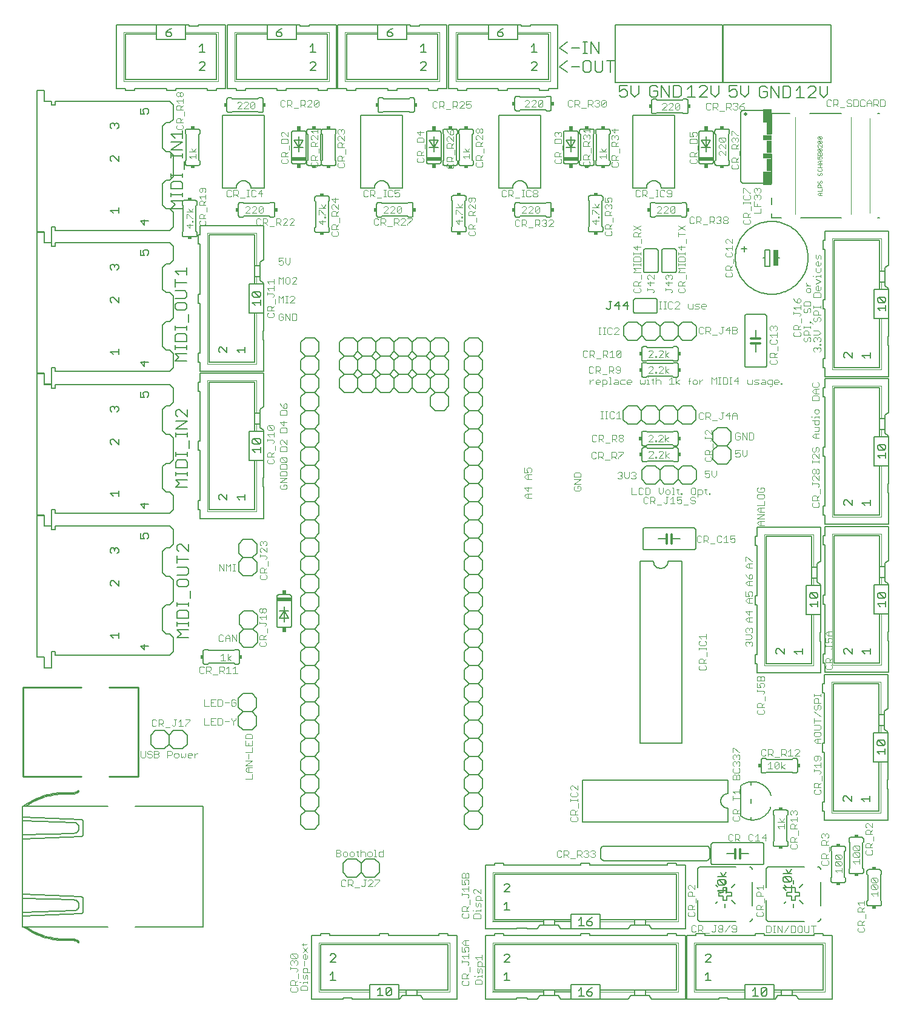
<source format=gto>
G75*
%MOIN*%
%OFA0B0*%
%FSLAX24Y24*%
%IPPOS*%
%LPD*%
%AMOC8*
5,1,8,0,0,1.08239X$1,22.5*
%
%ADD10C,0.0060*%
%ADD11C,0.0030*%
%ADD12C,0.0120*%
%ADD13R,0.0250X0.0900*%
%ADD14C,0.0200*%
%ADD15R,0.0500X0.0750*%
%ADD16R,0.0300X0.0700*%
%ADD17R,0.0500X0.0300*%
%ADD18C,0.0100*%
%ADD19C,0.0020*%
%ADD20C,0.0050*%
%ADD21R,0.0800X0.0200*%
%ADD22R,0.0200X0.0250*%
%ADD23R,0.0150X0.0200*%
%ADD24R,0.0200X0.0150*%
%ADD25C,0.0040*%
%ADD26C,0.0080*%
%ADD27C,0.0000*%
%ADD28C,0.0070*%
D10*
X011811Y017488D02*
X011561Y017738D01*
X011561Y018238D01*
X011811Y018488D01*
X012311Y018488D01*
X012561Y018238D01*
X012811Y018488D01*
X013311Y018488D01*
X013561Y018238D01*
X013561Y017738D01*
X013311Y017488D01*
X012811Y017488D01*
X012561Y017738D01*
X012311Y017488D01*
X011811Y017488D01*
X012561Y017738D02*
X012561Y018238D01*
X016377Y018771D02*
X016627Y018521D01*
X017127Y018521D01*
X017377Y018771D01*
X017377Y019271D01*
X017127Y019521D01*
X016627Y019521D01*
X016377Y019271D01*
X016377Y018771D01*
X016627Y019521D02*
X016377Y019771D01*
X016377Y020271D01*
X016627Y020521D01*
X017127Y020521D01*
X017377Y020271D01*
X017377Y019771D01*
X017127Y019521D01*
X019821Y019315D02*
X019821Y019815D01*
X020071Y020065D01*
X020571Y020065D01*
X020821Y019815D01*
X020821Y019315D01*
X020571Y019065D01*
X020071Y019065D01*
X019821Y019315D01*
X020071Y019065D02*
X019821Y018815D01*
X019821Y018315D01*
X020071Y018065D01*
X020571Y018065D01*
X020821Y018315D01*
X020821Y018815D01*
X020571Y019065D01*
X020571Y018065D02*
X020821Y017815D01*
X020821Y017315D01*
X020571Y017065D01*
X020071Y017065D01*
X019821Y017315D01*
X019821Y017815D01*
X020071Y018065D01*
X020071Y017065D02*
X019821Y016815D01*
X019821Y016315D01*
X020071Y016065D01*
X020571Y016065D01*
X020821Y016315D01*
X020821Y016815D01*
X020571Y017065D01*
X020571Y016065D02*
X020821Y015815D01*
X020821Y015315D01*
X020571Y015065D01*
X020071Y015065D01*
X019821Y015315D01*
X019821Y015815D01*
X020071Y016065D01*
X020071Y015065D02*
X019821Y014815D01*
X019821Y014315D01*
X020071Y014065D01*
X020571Y014065D01*
X020821Y014315D01*
X020821Y014815D01*
X020571Y015065D01*
X020571Y014065D02*
X020821Y013815D01*
X020821Y013315D01*
X020571Y013065D01*
X020071Y013065D01*
X019821Y013315D01*
X019821Y013815D01*
X020071Y014065D01*
X022378Y011441D02*
X022878Y011441D01*
X023128Y011191D01*
X023378Y011441D01*
X023878Y011441D01*
X024128Y011191D01*
X024128Y010691D01*
X023878Y010441D01*
X023378Y010441D01*
X023128Y010691D01*
X022878Y010441D01*
X022378Y010441D01*
X022128Y010691D01*
X022128Y011191D01*
X022378Y011441D01*
X023128Y011191D02*
X023128Y010691D01*
X024158Y007339D02*
X024158Y007239D01*
X021408Y007239D01*
X021408Y007339D01*
X020908Y007339D01*
X020908Y007239D01*
X020408Y007239D01*
X020408Y003739D01*
X022158Y003739D01*
X022158Y003789D01*
X022658Y003789D01*
X022658Y003739D01*
X023608Y003739D01*
X023608Y004139D01*
X023608Y004239D01*
X020908Y004239D01*
X020908Y006739D01*
X027908Y006739D01*
X027908Y004239D01*
X026208Y004239D01*
X025608Y004239D01*
X025208Y004239D01*
X025208Y004139D01*
X025208Y003739D01*
X023608Y003739D01*
X023608Y004239D02*
X023608Y004539D01*
X025208Y004539D01*
X025208Y004239D01*
X025408Y003939D02*
X025258Y003739D01*
X025208Y003739D01*
X025408Y003939D02*
X025608Y003939D01*
X026208Y003939D01*
X026208Y004139D01*
X026208Y004239D01*
X026208Y003939D02*
X026408Y003939D01*
X026558Y003739D01*
X028408Y003739D01*
X028408Y007239D01*
X027908Y007239D01*
X027908Y007339D01*
X027408Y007339D01*
X027408Y007239D01*
X024658Y007239D01*
X024658Y007339D01*
X024158Y007339D01*
X025608Y004239D02*
X025608Y004139D01*
X025608Y003939D01*
X029071Y013065D02*
X028821Y013315D01*
X028821Y013815D01*
X029071Y014065D01*
X029571Y014065D01*
X029821Y014315D01*
X029821Y014815D01*
X029571Y015065D01*
X029071Y015065D01*
X028821Y015315D01*
X028821Y015815D01*
X029071Y016065D01*
X029571Y016065D01*
X029821Y016315D01*
X029821Y016815D01*
X029571Y017065D01*
X029071Y017065D01*
X028821Y017315D01*
X028821Y017815D01*
X029071Y018065D01*
X029571Y018065D01*
X029821Y018315D01*
X029821Y018815D01*
X029571Y019065D01*
X029071Y019065D01*
X028821Y019315D01*
X028821Y019815D01*
X029071Y020065D01*
X029571Y020065D01*
X029821Y019815D01*
X029821Y019315D01*
X029571Y019065D01*
X029071Y019065D02*
X028821Y018815D01*
X028821Y018315D01*
X029071Y018065D01*
X029571Y018065D02*
X029821Y017815D01*
X029821Y017315D01*
X029571Y017065D01*
X029071Y017065D02*
X028821Y016815D01*
X028821Y016315D01*
X029071Y016065D01*
X029571Y016065D02*
X029821Y015815D01*
X029821Y015315D01*
X029571Y015065D01*
X029071Y015065D02*
X028821Y014815D01*
X028821Y014315D01*
X029071Y014065D01*
X029571Y014065D02*
X029821Y013815D01*
X029821Y013315D01*
X029571Y013065D01*
X029071Y013065D01*
X035308Y013471D02*
X035308Y015771D01*
X043308Y015771D01*
X043308Y015021D01*
X043269Y015019D01*
X043230Y015013D01*
X043192Y015004D01*
X043155Y014991D01*
X043119Y014974D01*
X043086Y014954D01*
X043054Y014930D01*
X043025Y014904D01*
X042999Y014875D01*
X042975Y014843D01*
X042955Y014810D01*
X042938Y014774D01*
X042925Y014737D01*
X042916Y014699D01*
X042910Y014660D01*
X042908Y014621D01*
X042910Y014582D01*
X042916Y014543D01*
X042925Y014505D01*
X042938Y014468D01*
X042955Y014432D01*
X042975Y014399D01*
X042999Y014367D01*
X043025Y014338D01*
X043054Y014312D01*
X043086Y014288D01*
X043119Y014268D01*
X043155Y014251D01*
X043192Y014238D01*
X043230Y014229D01*
X043269Y014223D01*
X043308Y014221D01*
X043308Y013471D01*
X035308Y013471D01*
X036508Y012141D02*
X042108Y012141D01*
X042134Y012139D01*
X042160Y012134D01*
X042185Y012126D01*
X042208Y012114D01*
X042230Y012100D01*
X042249Y012082D01*
X042267Y012063D01*
X042281Y012041D01*
X042293Y012018D01*
X042301Y011993D01*
X042306Y011967D01*
X042308Y011941D01*
X042308Y011541D01*
X042306Y011515D01*
X042301Y011489D01*
X042293Y011464D01*
X042281Y011441D01*
X042267Y011419D01*
X042249Y011400D01*
X042230Y011382D01*
X042208Y011368D01*
X042185Y011356D01*
X042160Y011348D01*
X042134Y011343D01*
X042108Y011341D01*
X036508Y011341D01*
X036482Y011343D01*
X036456Y011348D01*
X036431Y011356D01*
X036408Y011368D01*
X036386Y011382D01*
X036367Y011400D01*
X036349Y011419D01*
X036335Y011441D01*
X036323Y011464D01*
X036315Y011489D01*
X036310Y011515D01*
X036308Y011541D01*
X036308Y011941D01*
X036310Y011967D01*
X036315Y011993D01*
X036323Y012018D01*
X036335Y012041D01*
X036349Y012063D01*
X036367Y012082D01*
X036386Y012100D01*
X036408Y012114D01*
X036431Y012126D01*
X036456Y012134D01*
X036482Y012139D01*
X036508Y012141D01*
X041048Y007231D02*
X041048Y003731D01*
X042798Y003731D01*
X042798Y003781D01*
X043298Y003781D01*
X043298Y003731D01*
X044248Y003731D01*
X044248Y004131D01*
X044248Y004231D01*
X041548Y004231D01*
X041548Y006731D01*
X048548Y006731D01*
X048548Y004231D01*
X046848Y004231D01*
X046248Y004231D01*
X045848Y004231D01*
X045848Y004131D01*
X045848Y003731D01*
X044248Y003731D01*
X044248Y004231D02*
X044248Y004531D01*
X045848Y004531D01*
X045848Y004231D01*
X046048Y003931D02*
X046248Y003931D01*
X046848Y003931D01*
X046848Y004131D01*
X046848Y004231D01*
X046848Y003931D02*
X047048Y003931D01*
X047198Y003731D01*
X049048Y003731D01*
X049048Y007231D01*
X048548Y007231D01*
X048548Y007331D01*
X048048Y007331D01*
X048048Y007231D01*
X045298Y007231D01*
X045298Y007331D01*
X044798Y007331D01*
X044798Y007231D01*
X042048Y007231D01*
X042048Y007331D01*
X041548Y007331D01*
X041548Y007231D01*
X041048Y007231D01*
X041798Y008001D02*
X043748Y008001D01*
X044498Y008001D02*
X044521Y008003D01*
X044544Y008008D01*
X044566Y008017D01*
X044586Y008030D01*
X044604Y008045D01*
X044619Y008063D01*
X044632Y008083D01*
X044641Y008105D01*
X044646Y008128D01*
X044648Y008151D01*
X044648Y008851D02*
X044648Y010151D01*
X044648Y010851D02*
X044646Y010874D01*
X044641Y010897D01*
X044632Y010919D01*
X044619Y010939D01*
X044604Y010957D01*
X044586Y010972D01*
X044566Y010985D01*
X044544Y010994D01*
X044521Y010999D01*
X044498Y011001D01*
X045180Y011119D02*
X042480Y011119D01*
X042463Y011121D01*
X042446Y011125D01*
X042430Y011132D01*
X042416Y011142D01*
X042403Y011155D01*
X042393Y011169D01*
X042386Y011185D01*
X042382Y011202D01*
X042380Y011219D01*
X042380Y012219D01*
X042382Y012236D01*
X042386Y012253D01*
X042393Y012269D01*
X042403Y012283D01*
X042416Y012296D01*
X042430Y012306D01*
X042446Y012313D01*
X042463Y012317D01*
X042480Y012319D01*
X045180Y012319D01*
X045197Y012317D01*
X045214Y012313D01*
X045230Y012306D01*
X045244Y012296D01*
X045257Y012283D01*
X045267Y012269D01*
X045274Y012253D01*
X045278Y012236D01*
X045280Y012219D01*
X045280Y011219D01*
X045278Y011202D01*
X045274Y011185D01*
X045267Y011169D01*
X045257Y011155D01*
X045244Y011142D01*
X045230Y011132D01*
X045214Y011125D01*
X045197Y011121D01*
X045180Y011119D01*
X045408Y010851D02*
X045408Y009851D01*
X045408Y009151D02*
X045408Y008151D01*
X045410Y008128D01*
X045415Y008105D01*
X045424Y008083D01*
X045437Y008063D01*
X045452Y008045D01*
X045470Y008030D01*
X045490Y008017D01*
X045512Y008008D01*
X045535Y008003D01*
X045558Y008001D01*
X047508Y008001D01*
X048258Y008001D02*
X048281Y008003D01*
X048304Y008008D01*
X048326Y008017D01*
X048346Y008030D01*
X048364Y008045D01*
X048379Y008063D01*
X048392Y008083D01*
X048401Y008105D01*
X048406Y008128D01*
X048408Y008151D01*
X048408Y008851D02*
X048408Y010151D01*
X048971Y010233D02*
X048971Y010383D01*
X049021Y010433D01*
X049021Y011833D01*
X048971Y011883D01*
X048971Y012033D01*
X048973Y012050D01*
X048977Y012067D01*
X048984Y012083D01*
X048994Y012097D01*
X049007Y012110D01*
X049021Y012120D01*
X049037Y012127D01*
X049054Y012131D01*
X049071Y012133D01*
X049671Y012133D01*
X049688Y012131D01*
X049705Y012127D01*
X049721Y012120D01*
X049735Y012110D01*
X049748Y012097D01*
X049758Y012083D01*
X049765Y012067D01*
X049769Y012050D01*
X049771Y012033D01*
X049771Y011883D01*
X049721Y011833D01*
X049721Y010433D01*
X049771Y010383D01*
X049771Y010233D01*
X049769Y010216D01*
X049765Y010199D01*
X049758Y010183D01*
X049748Y010169D01*
X049735Y010156D01*
X049721Y010146D01*
X049705Y010139D01*
X049688Y010135D01*
X049671Y010133D01*
X049071Y010133D01*
X049054Y010135D01*
X049037Y010139D01*
X049021Y010146D01*
X049007Y010156D01*
X048994Y010169D01*
X048984Y010183D01*
X048977Y010199D01*
X048973Y010216D01*
X048971Y010233D01*
X048408Y010851D02*
X048406Y010874D01*
X048401Y010897D01*
X048392Y010919D01*
X048379Y010939D01*
X048364Y010957D01*
X048346Y010972D01*
X048326Y010985D01*
X048304Y010994D01*
X048281Y010999D01*
X048258Y011001D01*
X047508Y011001D02*
X045558Y011001D01*
X045535Y010999D01*
X045512Y010994D01*
X045490Y010985D01*
X045470Y010972D01*
X045452Y010957D01*
X045437Y010939D01*
X045424Y010919D01*
X045415Y010897D01*
X045410Y010874D01*
X045408Y010851D01*
X046408Y010001D02*
X046508Y009901D01*
X046808Y009851D02*
X047008Y009851D01*
X047008Y009601D01*
X047258Y009601D01*
X047258Y009401D01*
X047008Y009401D01*
X047008Y009151D01*
X046808Y009151D01*
X046808Y009401D01*
X046558Y009401D01*
X046558Y009601D01*
X046808Y009601D01*
X046808Y009851D01*
X046908Y010051D02*
X046908Y010251D01*
X047258Y009851D02*
X047458Y010051D01*
X047258Y009151D02*
X047458Y008951D01*
X046908Y008951D02*
X046908Y008751D01*
X046508Y009101D02*
X046408Y009001D01*
X043748Y011001D02*
X041798Y011001D01*
X041775Y010999D01*
X041752Y010994D01*
X041730Y010985D01*
X041710Y010972D01*
X041692Y010957D01*
X041677Y010939D01*
X041664Y010919D01*
X041655Y010897D01*
X041650Y010874D01*
X041648Y010851D01*
X041648Y009851D01*
X041648Y009151D02*
X041648Y008151D01*
X041650Y008128D01*
X041655Y008105D01*
X041664Y008083D01*
X041677Y008063D01*
X041692Y008045D01*
X041710Y008030D01*
X041730Y008017D01*
X041752Y008008D01*
X041775Y008003D01*
X041798Y008001D01*
X042648Y009001D02*
X042748Y009101D01*
X042798Y009401D02*
X042798Y009601D01*
X043048Y009601D01*
X043048Y009851D01*
X043248Y009851D01*
X043248Y009601D01*
X043498Y009601D01*
X043498Y009401D01*
X043248Y009401D01*
X043248Y009151D01*
X043048Y009151D01*
X043048Y009401D01*
X042798Y009401D01*
X042748Y009901D02*
X042648Y010001D01*
X043148Y010051D02*
X043148Y010251D01*
X043498Y009851D02*
X043698Y010051D01*
X043498Y009151D02*
X043698Y008951D01*
X043148Y008951D02*
X043148Y008751D01*
X043230Y011719D02*
X043710Y011719D01*
X043960Y011719D02*
X044430Y011719D01*
X045808Y012221D02*
X045808Y012371D01*
X045858Y012421D01*
X045858Y013821D01*
X045808Y013871D01*
X045808Y014021D01*
X045810Y014038D01*
X045814Y014055D01*
X045821Y014071D01*
X045831Y014085D01*
X045844Y014098D01*
X045858Y014108D01*
X045874Y014115D01*
X045891Y014119D01*
X045908Y014121D01*
X046508Y014121D01*
X046525Y014119D01*
X046542Y014115D01*
X046558Y014108D01*
X046572Y014098D01*
X046585Y014085D01*
X046595Y014071D01*
X046602Y014055D01*
X046606Y014038D01*
X046608Y014021D01*
X046608Y013871D01*
X046558Y013821D01*
X046558Y012421D01*
X046608Y012371D01*
X046608Y012221D01*
X046606Y012204D01*
X046602Y012187D01*
X046595Y012171D01*
X046585Y012157D01*
X046572Y012144D01*
X046558Y012134D01*
X046542Y012127D01*
X046525Y012123D01*
X046508Y012121D01*
X045908Y012121D01*
X045891Y012123D01*
X045874Y012127D01*
X045858Y012134D01*
X045844Y012144D01*
X045831Y012157D01*
X045821Y012171D01*
X045814Y012187D01*
X045810Y012204D01*
X045808Y012221D01*
X048518Y014061D02*
X048518Y014561D01*
X048618Y014561D01*
X048618Y017311D01*
X048518Y017311D01*
X048518Y017811D01*
X048618Y017811D01*
X048618Y020561D01*
X048518Y020561D01*
X048518Y021061D01*
X048618Y021061D01*
X048618Y021561D01*
X052118Y021561D01*
X052118Y019711D01*
X051918Y019561D01*
X051918Y019361D01*
X051918Y018761D01*
X051918Y018561D01*
X052118Y018411D01*
X052118Y018361D01*
X051718Y018361D01*
X051618Y018361D01*
X051618Y018761D01*
X051618Y019361D01*
X051718Y019361D01*
X051918Y019361D01*
X051618Y019361D02*
X051618Y021061D01*
X049118Y021061D01*
X049118Y014061D01*
X051618Y014061D01*
X051618Y016761D01*
X051718Y016761D01*
X052118Y016761D01*
X052118Y015811D01*
X052068Y015811D01*
X052068Y015311D01*
X052118Y015311D01*
X052118Y013561D01*
X048618Y013561D01*
X048618Y014061D01*
X048518Y014061D01*
X049963Y012523D02*
X049963Y012373D01*
X050013Y012323D01*
X050013Y010923D01*
X049963Y010873D01*
X049963Y010723D01*
X049965Y010706D01*
X049969Y010689D01*
X049976Y010673D01*
X049986Y010659D01*
X049999Y010646D01*
X050013Y010636D01*
X050029Y010629D01*
X050046Y010625D01*
X050063Y010623D01*
X050663Y010623D01*
X050680Y010625D01*
X050697Y010629D01*
X050713Y010636D01*
X050727Y010646D01*
X050740Y010659D01*
X050750Y010673D01*
X050757Y010689D01*
X050761Y010706D01*
X050763Y010723D01*
X050763Y010873D01*
X050713Y010923D01*
X050713Y012323D01*
X050763Y012373D01*
X050763Y012523D01*
X050761Y012540D01*
X050757Y012557D01*
X050750Y012573D01*
X050740Y012587D01*
X050727Y012600D01*
X050713Y012610D01*
X050697Y012617D01*
X050680Y012621D01*
X050663Y012623D01*
X050063Y012623D01*
X050046Y012621D01*
X050029Y012617D01*
X050013Y012610D01*
X049999Y012600D01*
X049986Y012587D01*
X049976Y012573D01*
X049969Y012557D01*
X049965Y012540D01*
X049963Y012523D01*
X051047Y010847D02*
X051647Y010847D01*
X051664Y010845D01*
X051681Y010841D01*
X051697Y010834D01*
X051711Y010824D01*
X051724Y010811D01*
X051734Y010797D01*
X051741Y010781D01*
X051745Y010764D01*
X051747Y010747D01*
X051747Y010597D01*
X051697Y010547D01*
X051697Y009147D01*
X051747Y009097D01*
X051747Y008947D01*
X051745Y008930D01*
X051741Y008913D01*
X051734Y008897D01*
X051724Y008883D01*
X051711Y008870D01*
X051697Y008860D01*
X051681Y008853D01*
X051664Y008849D01*
X051647Y008847D01*
X051047Y008847D01*
X051030Y008849D01*
X051013Y008853D01*
X050997Y008860D01*
X050983Y008870D01*
X050970Y008883D01*
X050960Y008897D01*
X050953Y008913D01*
X050949Y008930D01*
X050947Y008947D01*
X050947Y009097D01*
X050997Y009147D01*
X050997Y010547D01*
X050947Y010597D01*
X050947Y010747D01*
X050949Y010764D01*
X050953Y010781D01*
X050960Y010797D01*
X050970Y010811D01*
X050983Y010824D01*
X050997Y010834D01*
X051013Y010841D01*
X051030Y010845D01*
X051047Y010847D01*
X047028Y016161D02*
X046878Y016161D01*
X046828Y016211D01*
X045428Y016211D01*
X045378Y016161D01*
X045228Y016161D01*
X045211Y016163D01*
X045194Y016167D01*
X045178Y016174D01*
X045164Y016184D01*
X045151Y016197D01*
X045141Y016211D01*
X045134Y016227D01*
X045130Y016244D01*
X045128Y016261D01*
X045128Y016861D01*
X045130Y016878D01*
X045134Y016895D01*
X045141Y016911D01*
X045151Y016925D01*
X045164Y016938D01*
X045178Y016948D01*
X045194Y016955D01*
X045211Y016959D01*
X045228Y016961D01*
X045378Y016961D01*
X045428Y016911D01*
X046828Y016911D01*
X046878Y016961D01*
X047028Y016961D01*
X047045Y016959D01*
X047062Y016955D01*
X047078Y016948D01*
X047092Y016938D01*
X047105Y016925D01*
X047115Y016911D01*
X047122Y016895D01*
X047126Y016878D01*
X047128Y016861D01*
X047128Y016261D01*
X047126Y016244D01*
X047122Y016227D01*
X047115Y016211D01*
X047105Y016197D01*
X047092Y016184D01*
X047078Y016174D01*
X047062Y016167D01*
X047045Y016163D01*
X047028Y016161D01*
X051318Y016761D02*
X051618Y016761D01*
X051318Y016761D02*
X051318Y018361D01*
X051618Y018361D01*
X051618Y018761D02*
X051718Y018761D01*
X051918Y018761D01*
X052118Y018361D02*
X052118Y016761D01*
X052158Y021681D02*
X048658Y021681D01*
X048658Y022181D01*
X048558Y022181D01*
X048558Y022681D01*
X048658Y022681D01*
X048658Y025431D01*
X048558Y025431D01*
X048558Y025931D01*
X048658Y025931D01*
X048658Y028681D01*
X048558Y028681D01*
X048558Y029181D01*
X048658Y029181D01*
X048658Y029681D01*
X052158Y029681D01*
X052158Y027831D01*
X051958Y027681D01*
X051958Y027481D01*
X051958Y026881D01*
X051958Y026681D01*
X052158Y026531D01*
X052158Y026481D01*
X051758Y026481D01*
X051658Y026481D01*
X051658Y026881D01*
X051658Y027481D01*
X051758Y027481D01*
X051958Y027481D01*
X051658Y027481D02*
X051658Y029181D01*
X049158Y029181D01*
X049158Y022181D01*
X051658Y022181D01*
X051658Y024881D01*
X051758Y024881D01*
X052158Y024881D01*
X052158Y023931D01*
X052108Y023931D01*
X052108Y023431D01*
X052158Y023431D01*
X052158Y021681D01*
X052158Y024881D02*
X052158Y026481D01*
X051958Y026881D02*
X051758Y026881D01*
X051658Y026881D01*
X051658Y026481D02*
X051358Y026481D01*
X051358Y024881D01*
X051658Y024881D01*
X048418Y024861D02*
X048418Y023911D01*
X048368Y023911D01*
X048368Y023411D01*
X048418Y023411D01*
X048418Y021661D01*
X044918Y021661D01*
X044918Y022161D01*
X044818Y022161D01*
X044818Y022661D01*
X044918Y022661D01*
X044918Y025411D01*
X044818Y025411D01*
X044818Y025911D01*
X044918Y025911D01*
X044918Y028661D01*
X044818Y028661D01*
X044818Y029161D01*
X044918Y029161D01*
X044918Y029661D01*
X048418Y029661D01*
X048418Y027811D01*
X048218Y027661D01*
X048218Y027461D01*
X048218Y026861D01*
X048218Y026661D01*
X048418Y026511D01*
X048418Y026461D01*
X048018Y026461D01*
X047918Y026461D01*
X047918Y026861D01*
X047918Y027461D01*
X048018Y027461D01*
X048218Y027461D01*
X047918Y027461D02*
X047918Y029161D01*
X045418Y029161D01*
X045418Y022161D01*
X047918Y022161D01*
X047918Y024861D01*
X048018Y024861D01*
X048418Y024861D01*
X048418Y026461D01*
X048218Y026861D02*
X048018Y026861D01*
X047918Y026861D01*
X047918Y026461D02*
X047618Y026461D01*
X047618Y024861D01*
X047918Y024861D01*
X048658Y029821D02*
X052158Y029821D01*
X052158Y031571D01*
X052108Y031571D01*
X052108Y032071D01*
X052158Y032071D01*
X052158Y033021D01*
X051758Y033021D01*
X051658Y033021D01*
X051658Y030321D01*
X049158Y030321D01*
X049158Y037321D01*
X051658Y037321D01*
X051658Y035621D01*
X051658Y035021D01*
X051658Y034621D01*
X051758Y034621D01*
X052158Y034621D01*
X052158Y033021D01*
X051658Y033021D02*
X051358Y033021D01*
X051358Y034621D01*
X051658Y034621D01*
X051958Y034821D02*
X051958Y035021D01*
X051958Y035621D01*
X051758Y035621D01*
X051658Y035621D01*
X051958Y035621D02*
X051958Y035821D01*
X052158Y035971D01*
X052158Y037821D01*
X048658Y037821D01*
X048658Y037321D01*
X048558Y037321D01*
X048558Y036821D01*
X048658Y036821D01*
X048658Y034071D01*
X048558Y034071D01*
X048558Y033571D01*
X048658Y033571D01*
X048658Y030821D01*
X048558Y030821D01*
X048558Y030321D01*
X048658Y030321D01*
X048658Y029821D01*
X052158Y034621D02*
X052158Y034671D01*
X051958Y034821D01*
X051958Y035021D02*
X051758Y035021D01*
X051658Y035021D01*
X052158Y037921D02*
X048658Y037921D01*
X048658Y038421D01*
X048558Y038421D01*
X048558Y038921D01*
X048658Y038921D01*
X048658Y041671D01*
X048558Y041671D01*
X048558Y042171D01*
X048658Y042171D01*
X048658Y044921D01*
X048558Y044921D01*
X048558Y045421D01*
X048658Y045421D01*
X048658Y045921D01*
X052158Y045921D01*
X052158Y044071D01*
X051958Y043921D01*
X051958Y043721D01*
X051958Y043121D01*
X051958Y042921D01*
X052158Y042771D01*
X052158Y042721D01*
X051758Y042721D01*
X051658Y042721D01*
X051658Y043121D01*
X051658Y043721D01*
X051758Y043721D01*
X051958Y043721D01*
X051658Y043721D02*
X051658Y045421D01*
X049158Y045421D01*
X049158Y038421D01*
X051658Y038421D01*
X051658Y041121D01*
X051758Y041121D01*
X052158Y041121D01*
X052158Y040171D01*
X052108Y040171D01*
X052108Y039671D01*
X052158Y039671D01*
X052158Y037921D01*
X052158Y041121D02*
X052158Y042721D01*
X051958Y043121D02*
X051758Y043121D01*
X051658Y043121D01*
X051658Y042721D02*
X051358Y042721D01*
X051358Y041121D01*
X051658Y041121D01*
X046158Y044461D02*
X045958Y044461D01*
X043708Y044461D02*
X043710Y044550D01*
X043716Y044639D01*
X043726Y044728D01*
X043740Y044816D01*
X043757Y044903D01*
X043779Y044989D01*
X043805Y045075D01*
X043834Y045159D01*
X043867Y045242D01*
X043903Y045323D01*
X043944Y045403D01*
X043987Y045480D01*
X044034Y045556D01*
X044085Y045629D01*
X044138Y045700D01*
X044195Y045769D01*
X044255Y045835D01*
X044318Y045899D01*
X044383Y045959D01*
X044451Y046017D01*
X044522Y046071D01*
X044595Y046122D01*
X044670Y046170D01*
X044747Y046215D01*
X044826Y046256D01*
X044907Y046293D01*
X044989Y046327D01*
X045073Y046358D01*
X045158Y046384D01*
X045244Y046407D01*
X045331Y046425D01*
X045419Y046440D01*
X045508Y046451D01*
X045597Y046458D01*
X045686Y046461D01*
X045775Y046460D01*
X045864Y046455D01*
X045952Y046446D01*
X046041Y046433D01*
X046128Y046416D01*
X046215Y046396D01*
X046301Y046371D01*
X046385Y046343D01*
X046468Y046311D01*
X046550Y046275D01*
X046630Y046236D01*
X046708Y046193D01*
X046784Y046147D01*
X046858Y046097D01*
X046930Y046044D01*
X046999Y045988D01*
X047066Y045929D01*
X047130Y045867D01*
X047191Y045803D01*
X047250Y045735D01*
X047305Y045665D01*
X047357Y045593D01*
X047406Y045518D01*
X047451Y045442D01*
X047493Y045363D01*
X047531Y045283D01*
X047566Y045201D01*
X047597Y045117D01*
X047625Y045032D01*
X047648Y044946D01*
X047668Y044859D01*
X047684Y044772D01*
X047696Y044683D01*
X047704Y044595D01*
X047708Y044506D01*
X047708Y044416D01*
X047704Y044327D01*
X047696Y044239D01*
X047684Y044150D01*
X047668Y044063D01*
X047648Y043976D01*
X047625Y043890D01*
X047597Y043805D01*
X047566Y043721D01*
X047531Y043639D01*
X047493Y043559D01*
X047451Y043480D01*
X047406Y043404D01*
X047357Y043329D01*
X047305Y043257D01*
X047250Y043187D01*
X047191Y043119D01*
X047130Y043055D01*
X047066Y042993D01*
X046999Y042934D01*
X046930Y042878D01*
X046858Y042825D01*
X046784Y042775D01*
X046708Y042729D01*
X046630Y042686D01*
X046550Y042647D01*
X046468Y042611D01*
X046385Y042579D01*
X046301Y042551D01*
X046215Y042526D01*
X046128Y042506D01*
X046041Y042489D01*
X045952Y042476D01*
X045864Y042467D01*
X045775Y042462D01*
X045686Y042461D01*
X045597Y042464D01*
X045508Y042471D01*
X045419Y042482D01*
X045331Y042497D01*
X045244Y042515D01*
X045158Y042538D01*
X045073Y042564D01*
X044989Y042595D01*
X044907Y042629D01*
X044826Y042666D01*
X044747Y042707D01*
X044670Y042752D01*
X044595Y042800D01*
X044522Y042851D01*
X044451Y042905D01*
X044383Y042963D01*
X044318Y043023D01*
X044255Y043087D01*
X044195Y043153D01*
X044138Y043222D01*
X044085Y043293D01*
X044034Y043366D01*
X043987Y043442D01*
X043944Y043519D01*
X043903Y043599D01*
X043867Y043680D01*
X043834Y043763D01*
X043805Y043847D01*
X043779Y043933D01*
X043757Y044019D01*
X043740Y044106D01*
X043726Y044194D01*
X043716Y044283D01*
X043710Y044372D01*
X043708Y044461D01*
X044058Y044961D02*
X044358Y044961D01*
X044208Y045111D02*
X044208Y044811D01*
X045258Y044461D02*
X045358Y044461D01*
X045358Y044911D01*
X045608Y044911D01*
X045608Y044011D01*
X045358Y044011D01*
X045358Y044461D01*
X045328Y041351D02*
X044328Y041351D01*
X044311Y041349D01*
X044294Y041345D01*
X044278Y041338D01*
X044264Y041328D01*
X044251Y041315D01*
X044241Y041301D01*
X044234Y041285D01*
X044230Y041268D01*
X044228Y041251D01*
X044228Y038551D01*
X044230Y038534D01*
X044234Y038517D01*
X044241Y038501D01*
X044251Y038487D01*
X044264Y038474D01*
X044278Y038464D01*
X044294Y038457D01*
X044311Y038453D01*
X044328Y038451D01*
X045328Y038451D01*
X045345Y038453D01*
X045362Y038457D01*
X045378Y038464D01*
X045392Y038474D01*
X045405Y038487D01*
X045415Y038501D01*
X045422Y038517D01*
X045426Y038534D01*
X045428Y038551D01*
X045428Y041251D01*
X045426Y041268D01*
X045422Y041285D01*
X045415Y041301D01*
X045405Y041315D01*
X045392Y041328D01*
X045378Y041338D01*
X045362Y041345D01*
X045345Y041349D01*
X045328Y041351D01*
X044828Y040501D02*
X044828Y040021D01*
X044828Y039771D02*
X044828Y039301D01*
X041568Y040191D02*
X041318Y039941D01*
X040818Y039941D01*
X040568Y040191D01*
X040318Y039941D01*
X039818Y039941D01*
X039568Y040191D01*
X039318Y039941D01*
X038818Y039941D01*
X038568Y040191D01*
X038318Y039941D01*
X037818Y039941D01*
X037568Y040191D01*
X037568Y040691D01*
X037818Y040941D01*
X038318Y040941D01*
X038568Y040691D01*
X038818Y040941D01*
X039318Y040941D01*
X039568Y040691D01*
X039568Y040191D01*
X039568Y040691D02*
X039818Y040941D01*
X040318Y040941D01*
X040568Y040691D01*
X040818Y040941D01*
X041318Y040941D01*
X041568Y040691D01*
X041568Y040191D01*
X040568Y040191D02*
X040568Y040691D01*
X040468Y039581D02*
X040318Y039581D01*
X040268Y039531D01*
X038868Y039531D01*
X038818Y039581D01*
X038668Y039581D01*
X038651Y039579D01*
X038634Y039575D01*
X038618Y039568D01*
X038604Y039558D01*
X038591Y039545D01*
X038581Y039531D01*
X038574Y039515D01*
X038570Y039498D01*
X038568Y039481D01*
X038568Y038881D01*
X038570Y038864D01*
X038574Y038847D01*
X038581Y038831D01*
X038591Y038817D01*
X038604Y038804D01*
X038618Y038794D01*
X038634Y038787D01*
X038651Y038783D01*
X038668Y038781D01*
X038818Y038781D01*
X038868Y038831D01*
X040268Y038831D01*
X040318Y038781D01*
X040468Y038781D01*
X040468Y038701D02*
X040318Y038701D01*
X040268Y038651D01*
X038868Y038651D01*
X038818Y038701D01*
X038668Y038701D01*
X038651Y038699D01*
X038634Y038695D01*
X038618Y038688D01*
X038604Y038678D01*
X038591Y038665D01*
X038581Y038651D01*
X038574Y038635D01*
X038570Y038618D01*
X038568Y038601D01*
X038568Y038001D01*
X038570Y037984D01*
X038574Y037967D01*
X038581Y037951D01*
X038591Y037937D01*
X038604Y037924D01*
X038618Y037914D01*
X038634Y037907D01*
X038651Y037903D01*
X038668Y037901D01*
X038818Y037901D01*
X038868Y037951D01*
X040268Y037951D01*
X040318Y037901D01*
X040468Y037901D01*
X040485Y037903D01*
X040502Y037907D01*
X040518Y037914D01*
X040532Y037924D01*
X040545Y037937D01*
X040555Y037951D01*
X040562Y037967D01*
X040566Y037984D01*
X040568Y038001D01*
X040568Y038601D01*
X040566Y038618D01*
X040562Y038635D01*
X040555Y038651D01*
X040545Y038665D01*
X040532Y038678D01*
X040518Y038688D01*
X040502Y038695D01*
X040485Y038699D01*
X040468Y038701D01*
X040468Y038781D02*
X040485Y038783D01*
X040502Y038787D01*
X040518Y038794D01*
X040532Y038804D01*
X040545Y038817D01*
X040555Y038831D01*
X040562Y038847D01*
X040566Y038864D01*
X040568Y038881D01*
X040568Y039481D01*
X040566Y039498D01*
X040562Y039515D01*
X040555Y039531D01*
X040545Y039545D01*
X040532Y039558D01*
X040518Y039568D01*
X040502Y039575D01*
X040485Y039579D01*
X040468Y039581D01*
X038568Y040191D02*
X038568Y040691D01*
X038218Y041421D02*
X039318Y041421D01*
X039335Y041423D01*
X039352Y041427D01*
X039368Y041434D01*
X039382Y041444D01*
X039395Y041457D01*
X039405Y041471D01*
X039412Y041487D01*
X039416Y041504D01*
X039418Y041521D01*
X039418Y042121D01*
X039416Y042138D01*
X039412Y042155D01*
X039405Y042171D01*
X039395Y042185D01*
X039382Y042198D01*
X039368Y042208D01*
X039352Y042215D01*
X039335Y042219D01*
X039318Y042221D01*
X038218Y042221D01*
X038201Y042219D01*
X038184Y042215D01*
X038168Y042208D01*
X038154Y042198D01*
X038141Y042185D01*
X038131Y042171D01*
X038124Y042155D01*
X038120Y042138D01*
X038118Y042121D01*
X038118Y041521D01*
X038120Y041504D01*
X038124Y041487D01*
X038131Y041471D01*
X038141Y041457D01*
X038154Y041444D01*
X038168Y041434D01*
X038184Y041427D01*
X038201Y041423D01*
X038218Y041421D01*
X038768Y043651D02*
X039368Y043651D01*
X039385Y043653D01*
X039402Y043657D01*
X039418Y043664D01*
X039432Y043674D01*
X039445Y043687D01*
X039455Y043701D01*
X039462Y043717D01*
X039466Y043734D01*
X039468Y043751D01*
X039468Y044851D01*
X039466Y044868D01*
X039462Y044885D01*
X039455Y044901D01*
X039445Y044915D01*
X039432Y044928D01*
X039418Y044938D01*
X039402Y044945D01*
X039385Y044949D01*
X039368Y044951D01*
X038768Y044951D01*
X038751Y044949D01*
X038734Y044945D01*
X038718Y044938D01*
X038704Y044928D01*
X038691Y044915D01*
X038681Y044901D01*
X038674Y044885D01*
X038670Y044868D01*
X038668Y044851D01*
X038668Y043751D01*
X038670Y043734D01*
X038674Y043717D01*
X038681Y043701D01*
X038691Y043687D01*
X038704Y043674D01*
X038718Y043664D01*
X038734Y043657D01*
X038751Y043653D01*
X038768Y043651D01*
X039668Y043751D02*
X039668Y044851D01*
X039670Y044868D01*
X039674Y044885D01*
X039681Y044901D01*
X039691Y044915D01*
X039704Y044928D01*
X039718Y044938D01*
X039734Y044945D01*
X039751Y044949D01*
X039768Y044951D01*
X040368Y044951D01*
X040385Y044949D01*
X040402Y044945D01*
X040418Y044938D01*
X040432Y044928D01*
X040445Y044915D01*
X040455Y044901D01*
X040462Y044885D01*
X040466Y044868D01*
X040468Y044851D01*
X040468Y043751D01*
X040466Y043734D01*
X040462Y043717D01*
X040455Y043701D01*
X040445Y043687D01*
X040432Y043674D01*
X040418Y043664D01*
X040402Y043657D01*
X040385Y043653D01*
X040368Y043651D01*
X039768Y043651D01*
X039751Y043653D01*
X039734Y043657D01*
X039718Y043664D01*
X039704Y043674D01*
X039691Y043687D01*
X039681Y043701D01*
X039674Y043717D01*
X039670Y043734D01*
X039668Y043751D01*
X039278Y046701D02*
X039328Y046751D01*
X040728Y046751D01*
X040778Y046701D01*
X040928Y046701D01*
X040945Y046703D01*
X040962Y046707D01*
X040978Y046714D01*
X040992Y046724D01*
X041005Y046737D01*
X041015Y046751D01*
X041022Y046767D01*
X041026Y046784D01*
X041028Y046801D01*
X041028Y047401D01*
X041026Y047418D01*
X041022Y047435D01*
X041015Y047451D01*
X041005Y047465D01*
X040992Y047478D01*
X040978Y047488D01*
X040962Y047495D01*
X040945Y047499D01*
X040928Y047501D01*
X040778Y047501D01*
X040728Y047451D01*
X039328Y047451D01*
X039278Y047501D01*
X039128Y047501D01*
X039111Y047499D01*
X039094Y047495D01*
X039078Y047488D01*
X039064Y047478D01*
X039051Y047465D01*
X039041Y047451D01*
X039034Y047435D01*
X039030Y047418D01*
X039028Y047401D01*
X039028Y046801D01*
X039030Y046784D01*
X039034Y046767D01*
X039041Y046751D01*
X039051Y046737D01*
X039064Y046724D01*
X039078Y046714D01*
X039094Y046707D01*
X039111Y046703D01*
X039128Y046701D01*
X039278Y046701D01*
X039628Y048301D02*
X039626Y048340D01*
X039620Y048379D01*
X039611Y048417D01*
X039598Y048454D01*
X039581Y048490D01*
X039561Y048523D01*
X039537Y048555D01*
X039511Y048584D01*
X039482Y048610D01*
X039450Y048634D01*
X039417Y048654D01*
X039381Y048671D01*
X039344Y048684D01*
X039306Y048693D01*
X039267Y048699D01*
X039228Y048701D01*
X039189Y048699D01*
X039150Y048693D01*
X039112Y048684D01*
X039075Y048671D01*
X039039Y048654D01*
X039006Y048634D01*
X038974Y048610D01*
X038945Y048584D01*
X038919Y048555D01*
X038895Y048523D01*
X038875Y048490D01*
X038858Y048454D01*
X038845Y048417D01*
X038836Y048379D01*
X038830Y048340D01*
X038828Y048301D01*
X038078Y048301D01*
X038078Y052301D01*
X040378Y052301D01*
X040378Y048301D01*
X039628Y048301D01*
X041708Y049741D02*
X041708Y051341D01*
X041710Y051358D01*
X041714Y051375D01*
X041721Y051391D01*
X041731Y051405D01*
X041744Y051418D01*
X041758Y051428D01*
X041774Y051435D01*
X041791Y051439D01*
X041808Y051441D01*
X042408Y051441D01*
X042425Y051439D01*
X042442Y051435D01*
X042458Y051428D01*
X042472Y051418D01*
X042485Y051405D01*
X042495Y051391D01*
X042502Y051375D01*
X042506Y051358D01*
X042508Y051341D01*
X042508Y049741D01*
X042588Y049791D02*
X042588Y049641D01*
X042590Y049624D01*
X042594Y049607D01*
X042601Y049591D01*
X042611Y049577D01*
X042624Y049564D01*
X042638Y049554D01*
X042654Y049547D01*
X042671Y049543D01*
X042688Y049541D01*
X043288Y049541D01*
X043305Y049543D01*
X043322Y049547D01*
X043338Y049554D01*
X043352Y049564D01*
X043365Y049577D01*
X043375Y049591D01*
X043382Y049607D01*
X043386Y049624D01*
X043388Y049641D01*
X043388Y049791D01*
X043338Y049841D01*
X043338Y051241D01*
X043388Y051291D01*
X043388Y051441D01*
X043386Y051458D01*
X043382Y051475D01*
X043375Y051491D01*
X043365Y051505D01*
X043352Y051518D01*
X043338Y051528D01*
X043322Y051535D01*
X043305Y051539D01*
X043288Y051541D01*
X042688Y051541D01*
X042671Y051539D01*
X042654Y051535D01*
X042638Y051528D01*
X042624Y051518D01*
X042611Y051505D01*
X042601Y051491D01*
X042594Y051475D01*
X042590Y051458D01*
X042588Y051441D01*
X042588Y051291D01*
X042638Y051241D01*
X042638Y049841D01*
X042588Y049791D01*
X042508Y049741D02*
X042506Y049724D01*
X042502Y049707D01*
X042495Y049691D01*
X042485Y049677D01*
X042472Y049664D01*
X042458Y049654D01*
X042442Y049647D01*
X042425Y049643D01*
X042408Y049641D01*
X041808Y049641D01*
X041791Y049643D01*
X041774Y049647D01*
X041758Y049654D01*
X041744Y049664D01*
X041731Y049677D01*
X041721Y049691D01*
X041714Y049707D01*
X041710Y049724D01*
X041708Y049741D01*
X042108Y050291D02*
X042108Y050541D01*
X042358Y050541D01*
X042108Y050541D02*
X041858Y050541D01*
X042108Y050541D02*
X041858Y050941D01*
X042358Y050941D01*
X042108Y050541D01*
X042108Y051141D01*
X041008Y052381D02*
X040858Y052381D01*
X040808Y052431D01*
X039408Y052431D01*
X039358Y052381D01*
X039208Y052381D01*
X039191Y052383D01*
X039174Y052387D01*
X039158Y052394D01*
X039144Y052404D01*
X039131Y052417D01*
X039121Y052431D01*
X039114Y052447D01*
X039110Y052464D01*
X039108Y052481D01*
X039108Y053081D01*
X039110Y053098D01*
X039114Y053115D01*
X039121Y053131D01*
X039131Y053145D01*
X039144Y053158D01*
X039158Y053168D01*
X039174Y053175D01*
X039191Y053179D01*
X039208Y053181D01*
X039358Y053181D01*
X039408Y053131D01*
X040808Y053131D01*
X040858Y053181D01*
X041008Y053181D01*
X041025Y053179D01*
X041042Y053175D01*
X041058Y053168D01*
X041072Y053158D01*
X041085Y053145D01*
X041095Y053131D01*
X041102Y053115D01*
X041106Y053098D01*
X041108Y053081D01*
X041108Y052481D01*
X041106Y052464D01*
X041102Y052447D01*
X041095Y052431D01*
X041085Y052417D01*
X041072Y052404D01*
X041058Y052394D01*
X041042Y052387D01*
X041025Y052383D01*
X041008Y052381D01*
X041089Y053286D02*
X041516Y053286D01*
X041303Y053286D02*
X041303Y053927D01*
X041089Y053713D01*
X040726Y053831D02*
X040726Y053404D01*
X040619Y053298D01*
X040299Y053298D01*
X040299Y053938D01*
X040619Y053938D01*
X040726Y053831D01*
X040081Y053938D02*
X040081Y053298D01*
X039654Y053938D01*
X039654Y053298D01*
X039436Y053404D02*
X039436Y053618D01*
X039223Y053618D01*
X039436Y053831D02*
X039330Y053938D01*
X039116Y053938D01*
X039009Y053831D01*
X039009Y053404D01*
X039116Y053298D01*
X039330Y053298D01*
X039436Y053404D01*
X038404Y053499D02*
X038404Y053926D01*
X037977Y053926D02*
X037977Y053499D01*
X038191Y053286D01*
X038404Y053499D01*
X037760Y053392D02*
X037653Y053286D01*
X037440Y053286D01*
X037333Y053392D01*
X037333Y053606D02*
X037546Y053713D01*
X037653Y053713D01*
X037760Y053606D01*
X037760Y053392D01*
X037333Y053606D02*
X037333Y053926D01*
X037760Y053926D01*
X036850Y054651D02*
X036850Y055291D01*
X036637Y055291D02*
X037064Y055291D01*
X036419Y055291D02*
X036419Y054757D01*
X036312Y054651D01*
X036099Y054651D01*
X035992Y054757D01*
X035992Y055291D01*
X035774Y055184D02*
X035668Y055291D01*
X035454Y055291D01*
X035347Y055184D01*
X035347Y054757D01*
X035454Y054651D01*
X035668Y054651D01*
X035774Y054757D01*
X035774Y055184D01*
X035777Y055691D02*
X035777Y056331D01*
X036204Y055691D01*
X036204Y056331D01*
X035561Y056331D02*
X035347Y056331D01*
X035454Y056331D02*
X035454Y055691D01*
X035347Y055691D02*
X035561Y055691D01*
X035130Y056011D02*
X034703Y056011D01*
X034485Y056331D02*
X034058Y056011D01*
X034485Y055691D01*
X034485Y055291D02*
X034058Y054971D01*
X034485Y054651D01*
X034703Y054971D02*
X035130Y054971D01*
X033928Y053751D02*
X033928Y057251D01*
X032428Y057251D01*
X032428Y057201D01*
X031928Y057201D01*
X031928Y057251D01*
X031728Y057251D01*
X031728Y056851D01*
X031728Y056751D01*
X033428Y056751D01*
X033428Y054251D01*
X028428Y054251D01*
X028428Y056751D01*
X030128Y056751D01*
X030128Y056851D01*
X030128Y057251D01*
X031728Y057251D01*
X031728Y056751D02*
X031728Y056451D01*
X030128Y056451D01*
X030128Y056751D01*
X030128Y057251D02*
X027928Y057251D01*
X027928Y053751D01*
X028428Y053751D01*
X028428Y053651D01*
X028928Y053651D01*
X028928Y053751D01*
X030678Y053751D01*
X030678Y053651D01*
X031178Y053651D01*
X031178Y053751D01*
X032928Y053751D01*
X032928Y053651D01*
X033428Y053651D01*
X033428Y053751D01*
X033928Y053751D01*
X033488Y053341D02*
X033338Y053341D01*
X033288Y053291D01*
X031888Y053291D01*
X031838Y053341D01*
X031688Y053341D01*
X031671Y053339D01*
X031654Y053335D01*
X031638Y053328D01*
X031624Y053318D01*
X031611Y053305D01*
X031601Y053291D01*
X031594Y053275D01*
X031590Y053258D01*
X031588Y053241D01*
X031588Y052641D01*
X031590Y052624D01*
X031594Y052607D01*
X031601Y052591D01*
X031611Y052577D01*
X031624Y052564D01*
X031638Y052554D01*
X031654Y052547D01*
X031671Y052543D01*
X031688Y052541D01*
X031838Y052541D01*
X031888Y052591D01*
X033288Y052591D01*
X033338Y052541D01*
X033488Y052541D01*
X033505Y052543D01*
X033522Y052547D01*
X033538Y052554D01*
X033552Y052564D01*
X033565Y052577D01*
X033575Y052591D01*
X033582Y052607D01*
X033586Y052624D01*
X033588Y052641D01*
X033588Y053241D01*
X033586Y053258D01*
X033582Y053275D01*
X033575Y053291D01*
X033565Y053305D01*
X033552Y053318D01*
X033538Y053328D01*
X033522Y053335D01*
X033505Y053339D01*
X033488Y053341D01*
X033018Y052301D02*
X030718Y052301D01*
X030718Y048301D01*
X031468Y048301D01*
X031470Y048340D01*
X031476Y048379D01*
X031485Y048417D01*
X031498Y048454D01*
X031515Y048490D01*
X031535Y048523D01*
X031559Y048555D01*
X031585Y048584D01*
X031614Y048610D01*
X031646Y048634D01*
X031679Y048654D01*
X031715Y048671D01*
X031752Y048684D01*
X031790Y048693D01*
X031829Y048699D01*
X031868Y048701D01*
X031907Y048699D01*
X031946Y048693D01*
X031984Y048684D01*
X032021Y048671D01*
X032057Y048654D01*
X032090Y048634D01*
X032122Y048610D01*
X032151Y048584D01*
X032177Y048555D01*
X032201Y048523D01*
X032221Y048490D01*
X032238Y048454D01*
X032251Y048417D01*
X032260Y048379D01*
X032266Y048340D01*
X032268Y048301D01*
X033018Y048301D01*
X033018Y052301D01*
X034268Y051341D02*
X034268Y049741D01*
X034270Y049724D01*
X034274Y049707D01*
X034281Y049691D01*
X034291Y049677D01*
X034304Y049664D01*
X034318Y049654D01*
X034334Y049647D01*
X034351Y049643D01*
X034368Y049641D01*
X034968Y049641D01*
X034985Y049643D01*
X035002Y049647D01*
X035018Y049654D01*
X035032Y049664D01*
X035045Y049677D01*
X035055Y049691D01*
X035062Y049707D01*
X035066Y049724D01*
X035068Y049741D01*
X035068Y051341D01*
X035148Y051291D02*
X035198Y051241D01*
X035198Y049841D01*
X035148Y049791D01*
X035148Y049641D01*
X035150Y049624D01*
X035154Y049607D01*
X035161Y049591D01*
X035171Y049577D01*
X035184Y049564D01*
X035198Y049554D01*
X035214Y049547D01*
X035231Y049543D01*
X035248Y049541D01*
X035848Y049541D01*
X035865Y049543D01*
X035882Y049547D01*
X035898Y049554D01*
X035912Y049564D01*
X035925Y049577D01*
X035935Y049591D01*
X035942Y049607D01*
X035946Y049624D01*
X035948Y049641D01*
X035948Y049791D01*
X035898Y049841D01*
X035898Y051241D01*
X035948Y051291D01*
X035948Y051441D01*
X036028Y051441D02*
X036028Y051291D01*
X036078Y051241D01*
X036078Y049841D01*
X036028Y049791D01*
X036028Y049641D01*
X036030Y049624D01*
X036034Y049607D01*
X036041Y049591D01*
X036051Y049577D01*
X036064Y049564D01*
X036078Y049554D01*
X036094Y049547D01*
X036111Y049543D01*
X036128Y049541D01*
X036728Y049541D01*
X036745Y049543D01*
X036762Y049547D01*
X036778Y049554D01*
X036792Y049564D01*
X036805Y049577D01*
X036815Y049591D01*
X036822Y049607D01*
X036826Y049624D01*
X036828Y049641D01*
X036828Y049791D01*
X036778Y049841D01*
X036778Y051241D01*
X036828Y051291D01*
X036828Y051441D01*
X036826Y051458D01*
X036822Y051475D01*
X036815Y051491D01*
X036805Y051505D01*
X036792Y051518D01*
X036778Y051528D01*
X036762Y051535D01*
X036745Y051539D01*
X036728Y051541D01*
X036128Y051541D01*
X036111Y051539D01*
X036094Y051535D01*
X036078Y051528D01*
X036064Y051518D01*
X036051Y051505D01*
X036041Y051491D01*
X036034Y051475D01*
X036030Y051458D01*
X036028Y051441D01*
X035948Y051441D02*
X035946Y051458D01*
X035942Y051475D01*
X035935Y051491D01*
X035925Y051505D01*
X035912Y051518D01*
X035898Y051528D01*
X035882Y051535D01*
X035865Y051539D01*
X035848Y051541D01*
X035248Y051541D01*
X035231Y051539D01*
X035214Y051535D01*
X035198Y051528D01*
X035184Y051518D01*
X035171Y051505D01*
X035161Y051491D01*
X035154Y051475D01*
X035150Y051458D01*
X035148Y051441D01*
X035148Y051291D01*
X035068Y051341D02*
X035066Y051358D01*
X035062Y051375D01*
X035055Y051391D01*
X035045Y051405D01*
X035032Y051418D01*
X035018Y051428D01*
X035002Y051435D01*
X034985Y051439D01*
X034968Y051441D01*
X034368Y051441D01*
X034351Y051439D01*
X034334Y051435D01*
X034318Y051428D01*
X034304Y051418D01*
X034291Y051405D01*
X034281Y051391D01*
X034274Y051375D01*
X034270Y051358D01*
X034268Y051341D01*
X034418Y050941D02*
X034668Y050541D01*
X034918Y050541D01*
X034668Y050541D02*
X034418Y050541D01*
X034668Y050541D02*
X034668Y051141D01*
X034418Y050941D02*
X034918Y050941D01*
X034668Y050541D01*
X034668Y050291D01*
X035728Y047881D02*
X036328Y047881D01*
X036345Y047879D01*
X036362Y047875D01*
X036378Y047868D01*
X036392Y047858D01*
X036405Y047845D01*
X036415Y047831D01*
X036422Y047815D01*
X036426Y047798D01*
X036428Y047781D01*
X036428Y047631D01*
X036378Y047581D01*
X036378Y046181D01*
X036428Y046131D01*
X036428Y045981D01*
X036426Y045964D01*
X036422Y045947D01*
X036415Y045931D01*
X036405Y045917D01*
X036392Y045904D01*
X036378Y045894D01*
X036362Y045887D01*
X036345Y045883D01*
X036328Y045881D01*
X035728Y045881D01*
X035711Y045883D01*
X035694Y045887D01*
X035678Y045894D01*
X035664Y045904D01*
X035651Y045917D01*
X035641Y045931D01*
X035634Y045947D01*
X035630Y045964D01*
X035628Y045981D01*
X035628Y046131D01*
X035678Y046181D01*
X035678Y047581D01*
X035628Y047631D01*
X035628Y047781D01*
X035630Y047798D01*
X035634Y047815D01*
X035641Y047831D01*
X035651Y047845D01*
X035664Y047858D01*
X035678Y047868D01*
X035694Y047875D01*
X035711Y047879D01*
X035728Y047881D01*
X033588Y047401D02*
X033588Y046801D01*
X033586Y046784D01*
X033582Y046767D01*
X033575Y046751D01*
X033565Y046737D01*
X033552Y046724D01*
X033538Y046714D01*
X033522Y046707D01*
X033505Y046703D01*
X033488Y046701D01*
X033338Y046701D01*
X033288Y046751D01*
X031888Y046751D01*
X031838Y046701D01*
X031688Y046701D01*
X031671Y046703D01*
X031654Y046707D01*
X031638Y046714D01*
X031624Y046724D01*
X031611Y046737D01*
X031601Y046751D01*
X031594Y046767D01*
X031590Y046784D01*
X031588Y046801D01*
X031588Y047401D01*
X031590Y047418D01*
X031594Y047435D01*
X031601Y047451D01*
X031611Y047465D01*
X031624Y047478D01*
X031638Y047488D01*
X031654Y047495D01*
X031671Y047499D01*
X031688Y047501D01*
X031838Y047501D01*
X031888Y047451D01*
X033288Y047451D01*
X033338Y047501D01*
X033488Y047501D01*
X033505Y047499D01*
X033522Y047495D01*
X033538Y047488D01*
X033552Y047478D01*
X033565Y047465D01*
X033575Y047451D01*
X033582Y047435D01*
X033586Y047418D01*
X033588Y047401D01*
X029308Y049641D02*
X029308Y049791D01*
X029258Y049841D01*
X029258Y051241D01*
X029308Y051291D01*
X029308Y051441D01*
X029306Y051458D01*
X029302Y051475D01*
X029295Y051491D01*
X029285Y051505D01*
X029272Y051518D01*
X029258Y051528D01*
X029242Y051535D01*
X029225Y051539D01*
X029208Y051541D01*
X028608Y051541D01*
X028591Y051539D01*
X028574Y051535D01*
X028558Y051528D01*
X028544Y051518D01*
X028531Y051505D01*
X028521Y051491D01*
X028514Y051475D01*
X028510Y051458D01*
X028508Y051441D01*
X028508Y051291D01*
X028558Y051241D01*
X028558Y049841D01*
X028508Y049791D01*
X028508Y049641D01*
X028428Y049641D02*
X028428Y049791D01*
X028378Y049841D01*
X028378Y051241D01*
X028428Y051291D01*
X028428Y051441D01*
X028426Y051458D01*
X028422Y051475D01*
X028415Y051491D01*
X028405Y051505D01*
X028392Y051518D01*
X028378Y051528D01*
X028362Y051535D01*
X028345Y051539D01*
X028328Y051541D01*
X027728Y051541D01*
X027711Y051539D01*
X027694Y051535D01*
X027678Y051528D01*
X027664Y051518D01*
X027651Y051505D01*
X027641Y051491D01*
X027634Y051475D01*
X027630Y051458D01*
X027628Y051441D01*
X027628Y051291D01*
X027678Y051241D01*
X027678Y049841D01*
X027628Y049791D01*
X027628Y049641D01*
X027630Y049624D01*
X027634Y049607D01*
X027641Y049591D01*
X027651Y049577D01*
X027664Y049564D01*
X027678Y049554D01*
X027694Y049547D01*
X027711Y049543D01*
X027728Y049541D01*
X028328Y049541D01*
X028345Y049543D01*
X028362Y049547D01*
X028378Y049554D01*
X028392Y049564D01*
X028405Y049577D01*
X028415Y049591D01*
X028422Y049607D01*
X028426Y049624D01*
X028428Y049641D01*
X028508Y049641D02*
X028510Y049624D01*
X028514Y049607D01*
X028521Y049591D01*
X028531Y049577D01*
X028544Y049564D01*
X028558Y049554D01*
X028574Y049547D01*
X028591Y049543D01*
X028608Y049541D01*
X029208Y049541D01*
X029225Y049543D01*
X029242Y049547D01*
X029258Y049554D01*
X029272Y049564D01*
X029285Y049577D01*
X029295Y049591D01*
X029302Y049607D01*
X029306Y049624D01*
X029308Y049641D01*
X027528Y049741D02*
X027528Y051341D01*
X027526Y051358D01*
X027522Y051375D01*
X027515Y051391D01*
X027505Y051405D01*
X027492Y051418D01*
X027478Y051428D01*
X027462Y051435D01*
X027445Y051439D01*
X027428Y051441D01*
X026828Y051441D01*
X026811Y051439D01*
X026794Y051435D01*
X026778Y051428D01*
X026764Y051418D01*
X026751Y051405D01*
X026741Y051391D01*
X026734Y051375D01*
X026730Y051358D01*
X026728Y051341D01*
X026728Y049741D01*
X026730Y049724D01*
X026734Y049707D01*
X026741Y049691D01*
X026751Y049677D01*
X026764Y049664D01*
X026778Y049654D01*
X026794Y049647D01*
X026811Y049643D01*
X026828Y049641D01*
X027428Y049641D01*
X027445Y049643D01*
X027462Y049647D01*
X027478Y049654D01*
X027492Y049664D01*
X027505Y049677D01*
X027515Y049691D01*
X027522Y049707D01*
X027526Y049724D01*
X027528Y049741D01*
X027128Y050291D02*
X027128Y050541D01*
X027378Y050541D01*
X027128Y050541D02*
X026878Y050541D01*
X027128Y050541D02*
X026878Y050941D01*
X027378Y050941D01*
X027128Y050541D01*
X027128Y051141D01*
X025968Y052461D02*
X025818Y052461D01*
X025768Y052511D01*
X024368Y052511D01*
X024318Y052461D01*
X024168Y052461D01*
X024151Y052463D01*
X024134Y052467D01*
X024118Y052474D01*
X024104Y052484D01*
X024091Y052497D01*
X024081Y052511D01*
X024074Y052527D01*
X024070Y052544D01*
X024068Y052561D01*
X024068Y053161D01*
X024070Y053178D01*
X024074Y053195D01*
X024081Y053211D01*
X024091Y053225D01*
X024104Y053238D01*
X024118Y053248D01*
X024134Y053255D01*
X024151Y053259D01*
X024168Y053261D01*
X024318Y053261D01*
X024368Y053211D01*
X025768Y053211D01*
X025818Y053261D01*
X025968Y053261D01*
X025985Y053259D01*
X026002Y053255D01*
X026018Y053248D01*
X026032Y053238D01*
X026045Y053225D01*
X026055Y053211D01*
X026062Y053195D01*
X026066Y053178D01*
X026068Y053161D01*
X026068Y052561D01*
X026066Y052544D01*
X026062Y052527D01*
X026055Y052511D01*
X026045Y052497D01*
X026032Y052484D01*
X026018Y052474D01*
X026002Y052467D01*
X025985Y052463D01*
X025968Y052461D01*
X025418Y052301D02*
X023118Y052301D01*
X023118Y048301D01*
X023868Y048301D01*
X023870Y048340D01*
X023876Y048379D01*
X023885Y048417D01*
X023898Y048454D01*
X023915Y048490D01*
X023935Y048523D01*
X023959Y048555D01*
X023985Y048584D01*
X024014Y048610D01*
X024046Y048634D01*
X024079Y048654D01*
X024115Y048671D01*
X024152Y048684D01*
X024190Y048693D01*
X024229Y048699D01*
X024268Y048701D01*
X024307Y048699D01*
X024346Y048693D01*
X024384Y048684D01*
X024421Y048671D01*
X024457Y048654D01*
X024490Y048634D01*
X024522Y048610D01*
X024551Y048584D01*
X024577Y048555D01*
X024601Y048523D01*
X024621Y048490D01*
X024638Y048454D01*
X024651Y048417D01*
X024660Y048379D01*
X024666Y048340D01*
X024668Y048301D01*
X025418Y048301D01*
X025418Y052301D01*
X025098Y053651D02*
X024598Y053651D01*
X024598Y053751D01*
X022848Y053751D01*
X022848Y053651D01*
X022348Y053651D01*
X022348Y053751D01*
X021848Y053751D01*
X021848Y057251D01*
X024048Y057251D01*
X024048Y056851D01*
X024048Y056751D01*
X022348Y056751D01*
X022348Y054251D01*
X027348Y054251D01*
X027348Y056751D01*
X025648Y056751D01*
X025648Y056851D01*
X025648Y057251D01*
X025848Y057251D01*
X025848Y057201D01*
X026348Y057201D01*
X026348Y057251D01*
X027848Y057251D01*
X027848Y053751D01*
X027348Y053751D01*
X027348Y053651D01*
X026848Y053651D01*
X026848Y053751D01*
X025098Y053751D01*
X025098Y053651D01*
X025648Y056451D02*
X024048Y056451D01*
X024048Y056751D01*
X024048Y057251D02*
X025648Y057251D01*
X025648Y056751D02*
X025648Y056451D01*
X021768Y057251D02*
X021768Y053751D01*
X021268Y053751D01*
X021268Y053651D01*
X020768Y053651D01*
X020768Y053751D01*
X019018Y053751D01*
X019018Y053651D01*
X018518Y053651D01*
X018518Y053751D01*
X016768Y053751D01*
X016768Y053651D01*
X016268Y053651D01*
X016268Y053751D01*
X015768Y053751D01*
X015768Y057251D01*
X017968Y057251D01*
X017968Y056851D01*
X017968Y056751D01*
X016268Y056751D01*
X016268Y054251D01*
X021268Y054251D01*
X021268Y056751D01*
X019568Y056751D01*
X019568Y056851D01*
X019568Y057251D01*
X019768Y057251D01*
X019768Y057201D01*
X020268Y057201D01*
X020268Y057251D01*
X021768Y057251D01*
X019568Y057251D02*
X017968Y057251D01*
X017968Y056751D02*
X017968Y056451D01*
X019568Y056451D01*
X019568Y056751D01*
X017648Y053261D02*
X017498Y053261D01*
X017448Y053211D01*
X016048Y053211D01*
X015998Y053261D01*
X015848Y053261D01*
X015831Y053259D01*
X015814Y053255D01*
X015798Y053248D01*
X015784Y053238D01*
X015771Y053225D01*
X015761Y053211D01*
X015754Y053195D01*
X015750Y053178D01*
X015748Y053161D01*
X015748Y052561D01*
X015750Y052544D01*
X015754Y052527D01*
X015761Y052511D01*
X015771Y052497D01*
X015784Y052484D01*
X015798Y052474D01*
X015814Y052467D01*
X015831Y052463D01*
X015848Y052461D01*
X015998Y052461D01*
X016048Y052511D01*
X017448Y052511D01*
X017498Y052461D01*
X017648Y052461D01*
X017665Y052463D01*
X017682Y052467D01*
X017698Y052474D01*
X017712Y052484D01*
X017725Y052497D01*
X017735Y052511D01*
X017742Y052527D01*
X017746Y052544D01*
X017748Y052561D01*
X017748Y053161D01*
X017746Y053178D01*
X017742Y053195D01*
X017735Y053211D01*
X017725Y053225D01*
X017712Y053238D01*
X017698Y053248D01*
X017682Y053255D01*
X017665Y053259D01*
X017648Y053261D01*
X017818Y052301D02*
X015518Y052301D01*
X015518Y048301D01*
X016268Y048301D01*
X016270Y048340D01*
X016276Y048379D01*
X016285Y048417D01*
X016298Y048454D01*
X016315Y048490D01*
X016335Y048523D01*
X016359Y048555D01*
X016385Y048584D01*
X016414Y048610D01*
X016446Y048634D01*
X016479Y048654D01*
X016515Y048671D01*
X016552Y048684D01*
X016590Y048693D01*
X016629Y048699D01*
X016668Y048701D01*
X016707Y048699D01*
X016746Y048693D01*
X016784Y048684D01*
X016821Y048671D01*
X016857Y048654D01*
X016890Y048634D01*
X016922Y048610D01*
X016951Y048584D01*
X016977Y048555D01*
X017001Y048523D01*
X017021Y048490D01*
X017038Y048454D01*
X017051Y048417D01*
X017060Y048379D01*
X017066Y048340D01*
X017068Y048301D01*
X017818Y048301D01*
X017818Y052301D01*
X019308Y051341D02*
X019308Y049741D01*
X019310Y049724D01*
X019314Y049707D01*
X019321Y049691D01*
X019331Y049677D01*
X019344Y049664D01*
X019358Y049654D01*
X019374Y049647D01*
X019391Y049643D01*
X019408Y049641D01*
X020008Y049641D01*
X020025Y049643D01*
X020042Y049647D01*
X020058Y049654D01*
X020072Y049664D01*
X020085Y049677D01*
X020095Y049691D01*
X020102Y049707D01*
X020106Y049724D01*
X020108Y049741D01*
X020108Y051341D01*
X020148Y051291D02*
X020198Y051241D01*
X020198Y049841D01*
X020148Y049791D01*
X020148Y049641D01*
X020150Y049624D01*
X020154Y049607D01*
X020161Y049591D01*
X020171Y049577D01*
X020184Y049564D01*
X020198Y049554D01*
X020214Y049547D01*
X020231Y049543D01*
X020248Y049541D01*
X020848Y049541D01*
X020865Y049543D01*
X020882Y049547D01*
X020898Y049554D01*
X020912Y049564D01*
X020925Y049577D01*
X020935Y049591D01*
X020942Y049607D01*
X020946Y049624D01*
X020948Y049641D01*
X020948Y049791D01*
X020998Y049841D01*
X020998Y051241D01*
X020948Y051291D01*
X020948Y051441D01*
X020948Y051291D01*
X020898Y051241D01*
X020898Y049841D01*
X020948Y049791D01*
X020948Y049641D01*
X020950Y049624D01*
X020954Y049607D01*
X020961Y049591D01*
X020971Y049577D01*
X020984Y049564D01*
X020998Y049554D01*
X021014Y049547D01*
X021031Y049543D01*
X021048Y049541D01*
X021648Y049541D01*
X021665Y049543D01*
X021682Y049547D01*
X021698Y049554D01*
X021712Y049564D01*
X021725Y049577D01*
X021735Y049591D01*
X021742Y049607D01*
X021746Y049624D01*
X021748Y049641D01*
X021748Y049791D01*
X021698Y049841D01*
X021698Y051241D01*
X021748Y051291D01*
X021748Y051441D01*
X021746Y051458D01*
X021742Y051475D01*
X021735Y051491D01*
X021725Y051505D01*
X021712Y051518D01*
X021698Y051528D01*
X021682Y051535D01*
X021665Y051539D01*
X021648Y051541D01*
X021048Y051541D01*
X021031Y051539D01*
X021014Y051535D01*
X020998Y051528D01*
X020984Y051518D01*
X020971Y051505D01*
X020961Y051491D01*
X020954Y051475D01*
X020950Y051458D01*
X020948Y051441D01*
X020946Y051458D01*
X020942Y051475D01*
X020935Y051491D01*
X020925Y051505D01*
X020912Y051518D01*
X020898Y051528D01*
X020882Y051535D01*
X020865Y051539D01*
X020848Y051541D01*
X020248Y051541D01*
X020231Y051539D01*
X020214Y051535D01*
X020198Y051528D01*
X020184Y051518D01*
X020171Y051505D01*
X020161Y051491D01*
X020154Y051475D01*
X020150Y051458D01*
X020148Y051441D01*
X020148Y051291D01*
X020108Y051341D02*
X020106Y051358D01*
X020102Y051375D01*
X020095Y051391D01*
X020085Y051405D01*
X020072Y051418D01*
X020058Y051428D01*
X020042Y051435D01*
X020025Y051439D01*
X020008Y051441D01*
X019408Y051441D01*
X019391Y051439D01*
X019374Y051435D01*
X019358Y051428D01*
X019344Y051418D01*
X019331Y051405D01*
X019321Y051391D01*
X019314Y051375D01*
X019310Y051358D01*
X019308Y051341D01*
X019458Y050941D02*
X019708Y050541D01*
X019958Y050541D01*
X019708Y050541D02*
X019458Y050541D01*
X019708Y050541D02*
X019708Y051141D01*
X019458Y050941D02*
X019958Y050941D01*
X019708Y050541D01*
X019708Y050291D01*
X020688Y047861D02*
X021288Y047861D01*
X021305Y047859D01*
X021322Y047855D01*
X021338Y047848D01*
X021352Y047838D01*
X021365Y047825D01*
X021375Y047811D01*
X021382Y047795D01*
X021386Y047778D01*
X021388Y047761D01*
X021388Y047611D01*
X021338Y047561D01*
X021338Y046161D01*
X021388Y046111D01*
X021388Y045961D01*
X021386Y045944D01*
X021382Y045927D01*
X021375Y045911D01*
X021365Y045897D01*
X021352Y045884D01*
X021338Y045874D01*
X021322Y045867D01*
X021305Y045863D01*
X021288Y045861D01*
X020688Y045861D01*
X020671Y045863D01*
X020654Y045867D01*
X020638Y045874D01*
X020624Y045884D01*
X020611Y045897D01*
X020601Y045911D01*
X020594Y045927D01*
X020590Y045944D01*
X020588Y045961D01*
X020588Y046111D01*
X020638Y046161D01*
X020638Y047561D01*
X020588Y047611D01*
X020588Y047761D01*
X020590Y047778D01*
X020594Y047795D01*
X020601Y047811D01*
X020611Y047825D01*
X020624Y047838D01*
X020638Y047848D01*
X020654Y047855D01*
X020671Y047859D01*
X020688Y047861D01*
X018388Y047401D02*
X018388Y046801D01*
X018386Y046784D01*
X018382Y046767D01*
X018375Y046751D01*
X018365Y046737D01*
X018352Y046724D01*
X018338Y046714D01*
X018322Y046707D01*
X018305Y046703D01*
X018288Y046701D01*
X018138Y046701D01*
X018088Y046751D01*
X016688Y046751D01*
X016638Y046701D01*
X016488Y046701D01*
X016471Y046703D01*
X016454Y046707D01*
X016438Y046714D01*
X016424Y046724D01*
X016411Y046737D01*
X016401Y046751D01*
X016394Y046767D01*
X016390Y046784D01*
X016388Y046801D01*
X016388Y047401D01*
X016390Y047418D01*
X016394Y047435D01*
X016401Y047451D01*
X016411Y047465D01*
X016424Y047478D01*
X016438Y047488D01*
X016454Y047495D01*
X016471Y047499D01*
X016488Y047501D01*
X016638Y047501D01*
X016688Y047451D01*
X018088Y047451D01*
X018138Y047501D01*
X018288Y047501D01*
X018305Y047499D01*
X018322Y047495D01*
X018338Y047488D01*
X018352Y047478D01*
X018365Y047465D01*
X018375Y047451D01*
X018382Y047435D01*
X018386Y047418D01*
X018388Y047401D01*
X017778Y046221D02*
X014278Y046221D01*
X014278Y045721D01*
X014178Y045721D01*
X014178Y045221D01*
X014278Y045221D01*
X014278Y042471D01*
X014178Y042471D01*
X014178Y041971D01*
X014278Y041971D01*
X014278Y039221D01*
X014178Y039221D01*
X014178Y038721D01*
X014278Y038721D01*
X014278Y038221D01*
X017778Y038221D01*
X017778Y039971D01*
X017728Y039971D01*
X017728Y040471D01*
X017778Y040471D01*
X017778Y041421D01*
X017378Y041421D01*
X017278Y041421D01*
X017278Y038721D01*
X014778Y038721D01*
X014778Y045721D01*
X017278Y045721D01*
X017278Y044021D01*
X017278Y043421D01*
X017278Y043021D01*
X017378Y043021D01*
X017778Y043021D01*
X017778Y041421D01*
X017278Y041421D02*
X016978Y041421D01*
X016978Y043021D01*
X017278Y043021D01*
X017578Y043221D02*
X017778Y043071D01*
X017778Y043021D01*
X017578Y043221D02*
X017578Y043421D01*
X017578Y044021D01*
X017378Y044021D01*
X017278Y044021D01*
X017578Y044021D02*
X017578Y044221D01*
X017778Y044371D01*
X017778Y046221D01*
X017578Y043421D02*
X017378Y043421D01*
X017278Y043421D01*
X014108Y045721D02*
X014108Y045871D01*
X014058Y045921D01*
X014058Y047321D01*
X014108Y047371D01*
X014108Y047521D01*
X014106Y047538D01*
X014102Y047555D01*
X014095Y047571D01*
X014085Y047585D01*
X014072Y047598D01*
X014058Y047608D01*
X014042Y047615D01*
X014025Y047619D01*
X014008Y047621D01*
X013408Y047621D01*
X013391Y047619D01*
X013374Y047615D01*
X013358Y047608D01*
X013344Y047598D01*
X013331Y047585D01*
X013321Y047571D01*
X013314Y047555D01*
X013310Y047538D01*
X013308Y047521D01*
X013308Y047371D01*
X013358Y047321D01*
X013358Y045921D01*
X013308Y045871D01*
X013308Y045721D01*
X013310Y045704D01*
X013314Y045687D01*
X013321Y045671D01*
X013331Y045657D01*
X013344Y045644D01*
X013358Y045634D01*
X013374Y045627D01*
X013391Y045623D01*
X013408Y045621D01*
X014008Y045621D01*
X014025Y045623D01*
X014042Y045627D01*
X014058Y045634D01*
X014072Y045644D01*
X014085Y045657D01*
X014095Y045671D01*
X014102Y045687D01*
X014106Y045704D01*
X014108Y045721D01*
X014168Y049541D02*
X013568Y049541D01*
X013551Y049543D01*
X013534Y049547D01*
X013518Y049554D01*
X013504Y049564D01*
X013491Y049577D01*
X013481Y049591D01*
X013474Y049607D01*
X013470Y049624D01*
X013468Y049641D01*
X013468Y049791D01*
X013518Y049841D01*
X013518Y051241D01*
X013468Y051291D01*
X013468Y051441D01*
X013470Y051458D01*
X013474Y051475D01*
X013481Y051491D01*
X013491Y051505D01*
X013504Y051518D01*
X013518Y051528D01*
X013534Y051535D01*
X013551Y051539D01*
X013568Y051541D01*
X014168Y051541D01*
X014185Y051539D01*
X014202Y051535D01*
X014218Y051528D01*
X014232Y051518D01*
X014245Y051505D01*
X014255Y051491D01*
X014262Y051475D01*
X014266Y051458D01*
X014268Y051441D01*
X014268Y051291D01*
X014218Y051241D01*
X014218Y049841D01*
X014268Y049791D01*
X014268Y049641D01*
X014266Y049624D01*
X014262Y049607D01*
X014255Y049591D01*
X014245Y049577D01*
X014232Y049564D01*
X014218Y049554D01*
X014202Y049547D01*
X014185Y049543D01*
X014168Y049541D01*
X014688Y053651D02*
X014688Y053751D01*
X012938Y053751D01*
X012938Y053651D01*
X012438Y053651D01*
X012438Y053751D01*
X010688Y053751D01*
X010688Y053651D01*
X010188Y053651D01*
X010188Y053751D01*
X009688Y053751D01*
X009688Y057251D01*
X011888Y057251D01*
X011888Y056851D01*
X011888Y056751D01*
X010188Y056751D01*
X010188Y054251D01*
X015188Y054251D01*
X015188Y056751D01*
X013488Y056751D01*
X013488Y056851D01*
X013488Y057251D01*
X013688Y057251D01*
X013688Y057201D01*
X014188Y057201D01*
X014188Y057251D01*
X015688Y057251D01*
X015688Y053751D01*
X015188Y053751D01*
X015188Y053651D01*
X014688Y053651D01*
X013488Y056451D02*
X013488Y056751D01*
X013488Y056451D02*
X011888Y056451D01*
X011888Y056751D01*
X011888Y057251D02*
X013488Y057251D01*
X023988Y047401D02*
X023988Y046801D01*
X023990Y046784D01*
X023994Y046767D01*
X024001Y046751D01*
X024011Y046737D01*
X024024Y046724D01*
X024038Y046714D01*
X024054Y046707D01*
X024071Y046703D01*
X024088Y046701D01*
X024238Y046701D01*
X024288Y046751D01*
X025688Y046751D01*
X025738Y046701D01*
X025888Y046701D01*
X025905Y046703D01*
X025922Y046707D01*
X025938Y046714D01*
X025952Y046724D01*
X025965Y046737D01*
X025975Y046751D01*
X025982Y046767D01*
X025986Y046784D01*
X025988Y046801D01*
X025988Y047401D01*
X025986Y047418D01*
X025982Y047435D01*
X025975Y047451D01*
X025965Y047465D01*
X025952Y047478D01*
X025938Y047488D01*
X025922Y047495D01*
X025905Y047499D01*
X025888Y047501D01*
X025738Y047501D01*
X025688Y047451D01*
X024288Y047451D01*
X024238Y047501D01*
X024088Y047501D01*
X024071Y047499D01*
X024054Y047495D01*
X024038Y047488D01*
X024024Y047478D01*
X024011Y047465D01*
X024001Y047451D01*
X023994Y047435D01*
X023990Y047418D01*
X023988Y047401D01*
X028108Y047631D02*
X028158Y047581D01*
X028158Y046181D01*
X028108Y046131D01*
X028108Y045981D01*
X028110Y045964D01*
X028114Y045947D01*
X028121Y045931D01*
X028131Y045917D01*
X028144Y045904D01*
X028158Y045894D01*
X028174Y045887D01*
X028191Y045883D01*
X028208Y045881D01*
X028808Y045881D01*
X028825Y045883D01*
X028842Y045887D01*
X028858Y045894D01*
X028872Y045904D01*
X028885Y045917D01*
X028895Y045931D01*
X028902Y045947D01*
X028906Y045964D01*
X028908Y045981D01*
X028908Y046131D01*
X028858Y046181D01*
X028858Y047581D01*
X028908Y047631D01*
X028908Y047781D01*
X028906Y047798D01*
X028902Y047815D01*
X028895Y047831D01*
X028885Y047845D01*
X028872Y047858D01*
X028858Y047868D01*
X028842Y047875D01*
X028825Y047879D01*
X028808Y047881D01*
X028208Y047881D01*
X028191Y047879D01*
X028174Y047875D01*
X028158Y047868D01*
X028144Y047858D01*
X028131Y047845D01*
X028121Y047831D01*
X028114Y047815D01*
X028110Y047798D01*
X028108Y047781D01*
X028108Y047631D01*
X027701Y040065D02*
X027201Y040065D01*
X026951Y039815D01*
X026701Y040065D01*
X026201Y040065D01*
X025951Y039815D01*
X025701Y040065D01*
X025201Y040065D01*
X024951Y039815D01*
X024701Y040065D01*
X024201Y040065D01*
X023951Y039815D01*
X023701Y040065D01*
X023201Y040065D01*
X022951Y039815D01*
X022701Y040065D01*
X022201Y040065D01*
X021951Y039815D01*
X021951Y039315D01*
X022201Y039065D01*
X022701Y039065D01*
X022951Y038815D01*
X023201Y039065D01*
X023701Y039065D01*
X023951Y038815D01*
X024201Y039065D01*
X024701Y039065D01*
X024951Y038815D01*
X025201Y039065D01*
X025701Y039065D01*
X025951Y038815D01*
X026201Y039065D01*
X026701Y039065D01*
X026951Y038815D01*
X027201Y039065D01*
X027701Y039065D01*
X027951Y038815D01*
X027951Y038315D01*
X027701Y038065D01*
X027201Y038065D01*
X026951Y038315D01*
X026701Y038065D01*
X026201Y038065D01*
X025951Y038315D01*
X025701Y038065D01*
X025201Y038065D01*
X024951Y038315D01*
X024701Y038065D01*
X024201Y038065D01*
X023951Y038315D01*
X023701Y038065D01*
X023201Y038065D01*
X022951Y038315D01*
X022701Y038065D01*
X022201Y038065D01*
X021951Y038315D01*
X021951Y038815D01*
X022201Y039065D01*
X022701Y039065D02*
X022951Y039315D01*
X022951Y039815D01*
X022951Y039315D02*
X023201Y039065D01*
X022951Y038815D02*
X022951Y038315D01*
X022701Y038065D02*
X022951Y037815D01*
X023201Y038065D01*
X022951Y037815D02*
X022951Y037315D01*
X022701Y037065D01*
X022201Y037065D01*
X021951Y037315D01*
X021951Y037815D01*
X022201Y038065D01*
X022951Y037315D02*
X023201Y037065D01*
X023701Y037065D01*
X023951Y037315D01*
X023951Y037815D01*
X023701Y038065D01*
X023951Y038315D02*
X023951Y038815D01*
X023701Y039065D02*
X023951Y039315D01*
X023951Y039815D01*
X023951Y039315D02*
X024201Y039065D01*
X024701Y039065D02*
X024951Y039315D01*
X024951Y039815D01*
X024951Y039315D02*
X025201Y039065D01*
X024951Y038815D02*
X024951Y038315D01*
X024701Y038065D02*
X024951Y037815D01*
X025201Y038065D01*
X024951Y037815D02*
X024951Y037315D01*
X024701Y037065D01*
X024201Y037065D01*
X023951Y037315D01*
X023951Y037815D02*
X024201Y038065D01*
X024951Y037315D02*
X025201Y037065D01*
X025701Y037065D01*
X025951Y037315D01*
X025951Y037815D01*
X025701Y038065D01*
X025951Y038315D02*
X025951Y038815D01*
X025701Y039065D02*
X025951Y039315D01*
X025951Y039815D01*
X025951Y039315D02*
X026201Y039065D01*
X026701Y039065D02*
X026951Y039315D01*
X026951Y039815D01*
X026951Y039315D02*
X027201Y039065D01*
X026951Y038815D02*
X026951Y038315D01*
X026701Y038065D02*
X026951Y037815D01*
X027201Y038065D01*
X026951Y037815D02*
X026951Y037315D01*
X026701Y037065D01*
X026201Y037065D01*
X025951Y037315D01*
X025951Y037815D02*
X026201Y038065D01*
X026951Y037315D02*
X027201Y037065D01*
X027701Y037065D01*
X027951Y037315D01*
X027951Y037815D01*
X027701Y038065D01*
X027701Y039065D02*
X027951Y039315D01*
X027951Y039815D01*
X027701Y040065D01*
X028821Y039815D02*
X028821Y039315D01*
X029071Y039065D01*
X029571Y039065D01*
X029821Y039315D01*
X029821Y039815D01*
X029571Y040065D01*
X029071Y040065D01*
X028821Y039815D01*
X029071Y039065D02*
X028821Y038815D01*
X028821Y038315D01*
X029071Y038065D01*
X029571Y038065D01*
X029821Y038315D01*
X029821Y038815D01*
X029571Y039065D01*
X029571Y038065D02*
X029821Y037815D01*
X029821Y037315D01*
X029571Y037065D01*
X029071Y037065D01*
X028821Y037315D01*
X028821Y037815D01*
X029071Y038065D01*
X029071Y037065D02*
X028821Y036815D01*
X028821Y036315D01*
X029071Y036065D01*
X029571Y036065D01*
X029821Y036315D01*
X029821Y036815D01*
X029571Y037065D01*
X029571Y036065D02*
X029821Y035815D01*
X029821Y035315D01*
X029571Y035065D01*
X029071Y035065D01*
X028821Y035315D01*
X028821Y035815D01*
X029071Y036065D01*
X029071Y035065D02*
X028821Y034815D01*
X028821Y034315D01*
X029071Y034065D01*
X029571Y034065D01*
X029821Y034315D01*
X029821Y034815D01*
X029571Y035065D01*
X029571Y034065D02*
X029821Y033815D01*
X029821Y033315D01*
X029571Y033065D01*
X029071Y033065D01*
X028821Y033315D01*
X028821Y033815D01*
X029071Y034065D01*
X029071Y033065D02*
X028821Y032815D01*
X028821Y032315D01*
X029071Y032065D01*
X029571Y032065D01*
X029821Y032315D01*
X029821Y032815D01*
X029571Y033065D01*
X029571Y032065D02*
X029821Y031815D01*
X029821Y031315D01*
X029571Y031065D01*
X029071Y031065D01*
X028821Y031315D01*
X028821Y031815D01*
X029071Y032065D01*
X029071Y031065D02*
X028821Y030815D01*
X028821Y030315D01*
X029071Y030065D01*
X029571Y030065D01*
X029821Y029815D01*
X029821Y029315D01*
X029571Y029065D01*
X029071Y029065D01*
X028821Y029315D01*
X028821Y029815D01*
X029071Y030065D01*
X029571Y030065D02*
X029821Y030315D01*
X029821Y030815D01*
X029571Y031065D01*
X029571Y029065D02*
X029821Y028815D01*
X029821Y028315D01*
X029571Y028065D01*
X029071Y028065D01*
X028821Y028315D01*
X028821Y028815D01*
X029071Y029065D01*
X029071Y028065D02*
X028821Y027815D01*
X028821Y027315D01*
X029071Y027065D01*
X029571Y027065D01*
X029821Y027315D01*
X029821Y027815D01*
X029571Y028065D01*
X029571Y027065D02*
X029821Y026815D01*
X029821Y026315D01*
X029571Y026065D01*
X029071Y026065D01*
X028821Y026315D01*
X028821Y026815D01*
X029071Y027065D01*
X029071Y026065D02*
X028821Y025815D01*
X028821Y025315D01*
X029071Y025065D01*
X029571Y025065D01*
X029821Y025315D01*
X029821Y025815D01*
X029571Y026065D01*
X029571Y025065D02*
X029821Y024815D01*
X029821Y024315D01*
X029571Y024065D01*
X029071Y024065D01*
X028821Y024315D01*
X028821Y024815D01*
X029071Y025065D01*
X029071Y024065D02*
X028821Y023815D01*
X028821Y023315D01*
X029071Y023065D01*
X029571Y023065D01*
X029821Y023315D01*
X029821Y023815D01*
X029571Y024065D01*
X029571Y023065D02*
X029821Y022815D01*
X029821Y022315D01*
X029571Y022065D01*
X029071Y022065D01*
X028821Y022315D01*
X028821Y022815D01*
X029071Y023065D01*
X029071Y022065D02*
X028821Y021815D01*
X028821Y021315D01*
X029071Y021065D01*
X029571Y021065D01*
X029821Y020815D01*
X029821Y020315D01*
X029571Y020065D01*
X029071Y020065D02*
X028821Y020315D01*
X028821Y020815D01*
X029071Y021065D01*
X029571Y021065D02*
X029821Y021315D01*
X029821Y021815D01*
X029571Y022065D01*
X020821Y022315D02*
X020571Y022065D01*
X020071Y022065D01*
X019821Y022315D01*
X019821Y022815D01*
X020071Y023065D01*
X019821Y023315D01*
X019821Y023815D01*
X020071Y024065D01*
X020571Y024065D01*
X020821Y024315D01*
X020821Y024815D01*
X020571Y025065D01*
X020071Y025065D01*
X019821Y025315D01*
X019821Y025815D01*
X020071Y026065D01*
X020571Y026065D01*
X020821Y026315D01*
X020821Y026815D01*
X020571Y027065D01*
X020071Y027065D01*
X019821Y027315D01*
X019821Y027815D01*
X020071Y028065D01*
X020571Y028065D01*
X020821Y028315D01*
X020821Y028815D01*
X020571Y029065D01*
X020071Y029065D01*
X019821Y029315D01*
X019821Y029815D01*
X020071Y030065D01*
X020571Y030065D01*
X020821Y029815D01*
X020821Y029315D01*
X020571Y029065D01*
X020071Y029065D02*
X019821Y028815D01*
X019821Y028315D01*
X020071Y028065D01*
X020571Y028065D02*
X020821Y027815D01*
X020821Y027315D01*
X020571Y027065D01*
X020071Y027065D02*
X019821Y026815D01*
X019821Y026315D01*
X020071Y026065D01*
X020571Y026065D02*
X020821Y025815D01*
X020821Y025315D01*
X020571Y025065D01*
X020071Y025065D02*
X019821Y024815D01*
X019821Y024315D01*
X020071Y024065D01*
X020571Y024065D02*
X020821Y023815D01*
X020821Y023315D01*
X020571Y023065D01*
X020071Y023065D01*
X020571Y023065D02*
X020821Y022815D01*
X020821Y022315D01*
X020571Y022065D02*
X020821Y021815D01*
X020821Y021315D01*
X020571Y021065D01*
X020071Y021065D01*
X019821Y021315D01*
X019821Y021815D01*
X020071Y022065D01*
X020071Y021065D02*
X019821Y020815D01*
X019821Y020315D01*
X020071Y020065D01*
X020571Y020065D02*
X020821Y020315D01*
X020821Y020815D01*
X020571Y021065D01*
X019199Y024148D02*
X018599Y024148D01*
X018582Y024150D01*
X018565Y024154D01*
X018549Y024161D01*
X018535Y024171D01*
X018522Y024184D01*
X018512Y024198D01*
X018505Y024214D01*
X018501Y024231D01*
X018499Y024248D01*
X018499Y025848D01*
X018501Y025865D01*
X018505Y025882D01*
X018512Y025898D01*
X018522Y025912D01*
X018535Y025925D01*
X018549Y025935D01*
X018565Y025942D01*
X018582Y025946D01*
X018599Y025948D01*
X019199Y025948D01*
X019216Y025946D01*
X019233Y025942D01*
X019249Y025935D01*
X019263Y025925D01*
X019276Y025912D01*
X019286Y025898D01*
X019293Y025882D01*
X019297Y025865D01*
X019299Y025848D01*
X019299Y024248D01*
X019297Y024231D01*
X019293Y024214D01*
X019286Y024198D01*
X019276Y024184D01*
X019263Y024171D01*
X019249Y024161D01*
X019233Y024154D01*
X019216Y024150D01*
X019199Y024148D01*
X018899Y024448D02*
X018899Y025048D01*
X018649Y025048D01*
X018899Y025048D02*
X018649Y024648D01*
X019149Y024648D01*
X018899Y025048D01*
X019149Y025048D01*
X018899Y025048D02*
X018899Y025298D01*
X017435Y024816D02*
X017435Y024316D01*
X017185Y024066D01*
X017435Y023816D01*
X017435Y023316D01*
X017185Y023066D01*
X016685Y023066D01*
X016435Y023316D01*
X016435Y023816D01*
X016685Y024066D01*
X016435Y024316D01*
X016435Y024816D01*
X016685Y025066D01*
X017185Y025066D01*
X017435Y024816D01*
X017185Y024066D02*
X016685Y024066D01*
X016344Y022933D02*
X016194Y022933D01*
X016144Y022883D01*
X014744Y022883D01*
X014694Y022933D01*
X014544Y022933D01*
X014527Y022931D01*
X014510Y022927D01*
X014494Y022920D01*
X014480Y022910D01*
X014467Y022897D01*
X014457Y022883D01*
X014450Y022867D01*
X014446Y022850D01*
X014444Y022833D01*
X014444Y022233D01*
X014446Y022216D01*
X014450Y022199D01*
X014457Y022183D01*
X014467Y022169D01*
X014480Y022156D01*
X014494Y022146D01*
X014510Y022139D01*
X014527Y022135D01*
X014544Y022133D01*
X014694Y022133D01*
X014744Y022183D01*
X016144Y022183D01*
X016194Y022133D01*
X016344Y022133D01*
X016361Y022135D01*
X016378Y022139D01*
X016394Y022146D01*
X016408Y022156D01*
X016421Y022169D01*
X016431Y022183D01*
X016438Y022199D01*
X016442Y022216D01*
X016444Y022233D01*
X016444Y022833D01*
X016442Y022850D01*
X016438Y022867D01*
X016431Y022883D01*
X016421Y022897D01*
X016408Y022910D01*
X016394Y022920D01*
X016378Y022927D01*
X016361Y022931D01*
X016344Y022933D01*
X016658Y026981D02*
X016408Y027231D01*
X016408Y027731D01*
X016658Y027981D01*
X016408Y028231D01*
X016408Y028731D01*
X016658Y028981D01*
X017158Y028981D01*
X017408Y028731D01*
X017408Y028231D01*
X017158Y027981D01*
X017408Y027731D01*
X017408Y027231D01*
X017158Y026981D01*
X016658Y026981D01*
X016658Y027981D02*
X017158Y027981D01*
X017778Y030141D02*
X017778Y031891D01*
X017728Y031891D01*
X017728Y032391D01*
X017778Y032391D01*
X017778Y033341D01*
X017378Y033341D01*
X017278Y033341D01*
X017278Y030641D01*
X014778Y030641D01*
X014778Y037641D01*
X017278Y037641D01*
X017278Y035941D01*
X017278Y035341D01*
X017278Y034941D01*
X017378Y034941D01*
X017778Y034941D01*
X017778Y033341D01*
X017278Y033341D02*
X016978Y033341D01*
X016978Y034941D01*
X017278Y034941D01*
X017578Y035141D02*
X017578Y035341D01*
X017578Y035941D01*
X017378Y035941D01*
X017278Y035941D01*
X017578Y035941D02*
X017578Y036141D01*
X017778Y036291D01*
X017778Y038141D01*
X014278Y038141D01*
X014278Y037641D01*
X014178Y037641D01*
X014178Y037141D01*
X014278Y037141D01*
X014278Y034391D01*
X014178Y034391D01*
X014178Y033891D01*
X014278Y033891D01*
X014278Y031141D01*
X014178Y031141D01*
X014178Y030641D01*
X014278Y030641D01*
X014278Y030141D01*
X017778Y030141D01*
X019821Y030315D02*
X019821Y030815D01*
X020071Y031065D01*
X020571Y031065D01*
X020821Y030815D01*
X020821Y030315D01*
X020571Y030065D01*
X020071Y030065D02*
X019821Y030315D01*
X020071Y031065D02*
X019821Y031315D01*
X019821Y031815D01*
X020071Y032065D01*
X019821Y032315D01*
X019821Y032815D01*
X020071Y033065D01*
X019821Y033315D01*
X019821Y033815D01*
X020071Y034065D01*
X020571Y034065D01*
X020821Y034315D01*
X020821Y034815D01*
X020571Y035065D01*
X020071Y035065D01*
X019821Y035315D01*
X019821Y035815D01*
X020071Y036065D01*
X020571Y036065D01*
X020821Y036315D01*
X020821Y036815D01*
X020571Y037065D01*
X020071Y037065D01*
X019821Y037315D01*
X019821Y037815D01*
X020071Y038065D01*
X020571Y038065D01*
X020821Y038315D01*
X020821Y038815D01*
X020571Y039065D01*
X020071Y039065D01*
X019821Y039315D01*
X019821Y039815D01*
X020071Y040065D01*
X020571Y040065D01*
X020821Y039815D01*
X020821Y039315D01*
X020571Y039065D01*
X020071Y039065D02*
X019821Y038815D01*
X019821Y038315D01*
X020071Y038065D01*
X020571Y038065D02*
X020821Y037815D01*
X020821Y037315D01*
X020571Y037065D01*
X020071Y037065D02*
X019821Y036815D01*
X019821Y036315D01*
X020071Y036065D01*
X020571Y036065D02*
X020821Y035815D01*
X020821Y035315D01*
X020571Y035065D01*
X020071Y035065D02*
X019821Y034815D01*
X019821Y034315D01*
X020071Y034065D01*
X020571Y034065D02*
X020821Y033815D01*
X020821Y033315D01*
X020571Y033065D01*
X020071Y033065D01*
X020571Y033065D02*
X020821Y032815D01*
X020821Y032315D01*
X020571Y032065D01*
X020071Y032065D01*
X020571Y032065D02*
X020821Y031815D01*
X020821Y031315D01*
X020571Y031065D01*
X017778Y034941D02*
X017778Y034991D01*
X017578Y035141D01*
X017578Y035341D02*
X017378Y035341D01*
X017278Y035341D01*
X026951Y036315D02*
X026951Y036815D01*
X027201Y037065D01*
X027701Y037065D02*
X027951Y036815D01*
X027951Y036315D01*
X027701Y036065D01*
X027201Y036065D01*
X026951Y036315D01*
X037547Y036073D02*
X037797Y036323D01*
X038297Y036323D01*
X038547Y036073D01*
X038797Y036323D01*
X039297Y036323D01*
X039547Y036073D01*
X039547Y035573D01*
X039297Y035323D01*
X038797Y035323D01*
X038547Y035573D01*
X038297Y035323D01*
X037797Y035323D01*
X037547Y035573D01*
X037547Y036073D01*
X038547Y036073D02*
X038547Y035573D01*
X038662Y034936D02*
X038812Y034936D01*
X038862Y034886D01*
X040262Y034886D01*
X040312Y034936D01*
X040462Y034936D01*
X040479Y034934D01*
X040496Y034930D01*
X040512Y034923D01*
X040526Y034913D01*
X040539Y034900D01*
X040549Y034886D01*
X040556Y034870D01*
X040560Y034853D01*
X040562Y034836D01*
X040562Y034236D01*
X040560Y034219D01*
X040556Y034202D01*
X040549Y034186D01*
X040539Y034172D01*
X040526Y034159D01*
X040512Y034149D01*
X040496Y034142D01*
X040479Y034138D01*
X040462Y034136D01*
X040312Y034136D01*
X040262Y034186D01*
X038862Y034186D01*
X038812Y034136D01*
X038662Y034136D01*
X038679Y034046D02*
X038829Y034046D01*
X038879Y033996D01*
X040279Y033996D01*
X040329Y034046D01*
X040479Y034046D01*
X040496Y034044D01*
X040513Y034040D01*
X040529Y034033D01*
X040543Y034023D01*
X040556Y034010D01*
X040566Y033996D01*
X040573Y033980D01*
X040577Y033963D01*
X040579Y033946D01*
X040579Y033346D01*
X040577Y033329D01*
X040573Y033312D01*
X040566Y033296D01*
X040556Y033282D01*
X040543Y033269D01*
X040529Y033259D01*
X040513Y033252D01*
X040496Y033248D01*
X040479Y033246D01*
X040329Y033246D01*
X040279Y033296D01*
X038879Y033296D01*
X038829Y033246D01*
X038679Y033246D01*
X038662Y033248D01*
X038645Y033252D01*
X038629Y033259D01*
X038615Y033269D01*
X038602Y033282D01*
X038592Y033296D01*
X038585Y033312D01*
X038581Y033329D01*
X038579Y033346D01*
X038579Y033946D01*
X038581Y033963D01*
X038585Y033980D01*
X038592Y033996D01*
X038602Y034010D01*
X038615Y034023D01*
X038629Y034033D01*
X038645Y034040D01*
X038662Y034044D01*
X038679Y034046D01*
X038662Y034136D02*
X038645Y034138D01*
X038628Y034142D01*
X038612Y034149D01*
X038598Y034159D01*
X038585Y034172D01*
X038575Y034186D01*
X038568Y034202D01*
X038564Y034219D01*
X038562Y034236D01*
X038562Y034836D01*
X038564Y034853D01*
X038568Y034870D01*
X038575Y034886D01*
X038585Y034900D01*
X038598Y034913D01*
X038612Y034923D01*
X038628Y034930D01*
X038645Y034934D01*
X038662Y034936D01*
X039547Y035573D02*
X039797Y035323D01*
X040297Y035323D01*
X040547Y035573D01*
X040797Y035323D01*
X041297Y035323D01*
X041547Y035573D01*
X041547Y036073D01*
X041297Y036323D01*
X040797Y036323D01*
X040547Y036073D01*
X040547Y035573D01*
X040547Y036073D02*
X040297Y036323D01*
X039797Y036323D01*
X039547Y036073D01*
X039318Y033041D02*
X038818Y033041D01*
X038568Y032791D01*
X038568Y032291D01*
X038818Y032041D01*
X039318Y032041D01*
X039568Y032291D01*
X039818Y032041D01*
X040318Y032041D01*
X040568Y032291D01*
X040818Y032041D01*
X041318Y032041D01*
X041568Y032291D01*
X041568Y032791D01*
X041318Y033041D01*
X040818Y033041D01*
X040568Y032791D01*
X040568Y032291D01*
X040568Y032791D02*
X040318Y033041D01*
X039818Y033041D01*
X039568Y032791D01*
X039568Y032291D01*
X039568Y032791D02*
X039318Y033041D01*
X042488Y033391D02*
X042738Y033141D01*
X043238Y033141D01*
X043488Y033391D01*
X043488Y033891D01*
X043238Y034141D01*
X043488Y034391D01*
X043488Y034891D01*
X043238Y035141D01*
X042738Y035141D01*
X042488Y034891D01*
X042488Y034391D01*
X042738Y034141D01*
X043238Y034141D01*
X042738Y034141D02*
X042488Y033891D01*
X042488Y033391D01*
X041428Y029624D02*
X038728Y029624D01*
X038711Y029622D01*
X038694Y029618D01*
X038678Y029611D01*
X038664Y029601D01*
X038651Y029588D01*
X038641Y029574D01*
X038634Y029558D01*
X038630Y029541D01*
X038628Y029524D01*
X038628Y028524D01*
X038630Y028507D01*
X038634Y028490D01*
X038641Y028474D01*
X038651Y028460D01*
X038664Y028447D01*
X038678Y028437D01*
X038694Y028430D01*
X038711Y028426D01*
X038728Y028424D01*
X041428Y028424D01*
X041445Y028426D01*
X041462Y028430D01*
X041478Y028437D01*
X041492Y028447D01*
X041505Y028460D01*
X041515Y028474D01*
X041522Y028490D01*
X041526Y028507D01*
X041528Y028524D01*
X041528Y029524D01*
X041526Y029541D01*
X041522Y029558D01*
X041515Y029574D01*
X041505Y029588D01*
X041492Y029601D01*
X041478Y029611D01*
X041462Y029618D01*
X041445Y029622D01*
X041428Y029624D01*
X040678Y029024D02*
X040198Y029024D01*
X039948Y029024D02*
X039478Y029024D01*
X039209Y027797D02*
X039211Y027758D01*
X039217Y027719D01*
X039226Y027681D01*
X039239Y027644D01*
X039256Y027608D01*
X039276Y027575D01*
X039300Y027543D01*
X039326Y027514D01*
X039355Y027488D01*
X039387Y027464D01*
X039420Y027444D01*
X039456Y027427D01*
X039493Y027414D01*
X039531Y027405D01*
X039570Y027399D01*
X039609Y027397D01*
X039648Y027399D01*
X039687Y027405D01*
X039725Y027414D01*
X039762Y027427D01*
X039798Y027444D01*
X039831Y027464D01*
X039863Y027488D01*
X039892Y027514D01*
X039918Y027543D01*
X039942Y027575D01*
X039962Y027608D01*
X039979Y027644D01*
X039992Y027681D01*
X040001Y027719D01*
X040007Y027758D01*
X040009Y027797D01*
X040759Y027797D01*
X040759Y017797D01*
X038459Y017797D01*
X038459Y027797D01*
X039209Y027797D01*
X044124Y048548D02*
X045274Y048548D01*
X044124Y048548D02*
X044024Y048648D01*
X044024Y052448D01*
X044124Y052548D01*
X045274Y052548D01*
X045356Y053258D02*
X045142Y053258D01*
X045036Y053365D01*
X045036Y053792D01*
X045142Y053899D01*
X045356Y053899D01*
X045463Y053792D01*
X045463Y053578D02*
X045249Y053578D01*
X045463Y053578D02*
X045463Y053365D01*
X045356Y053258D01*
X045680Y053258D02*
X045680Y053899D01*
X046107Y053258D01*
X046107Y053899D01*
X046325Y053899D02*
X046645Y053899D01*
X046752Y053792D01*
X046752Y053365D01*
X046645Y053258D01*
X046325Y053258D01*
X046325Y053899D01*
X047074Y053674D02*
X047287Y053887D01*
X047287Y053247D01*
X047074Y053247D02*
X047501Y053247D01*
X047718Y053247D02*
X048145Y053674D01*
X048145Y053780D01*
X048039Y053887D01*
X047825Y053887D01*
X047718Y053780D01*
X047718Y053247D02*
X048145Y053247D01*
X048363Y053460D02*
X048576Y053247D01*
X048790Y053460D01*
X048790Y053887D01*
X048363Y053887D02*
X048363Y053460D01*
X044449Y053499D02*
X044449Y053926D01*
X044449Y053499D02*
X044235Y053286D01*
X044022Y053499D01*
X044022Y053926D01*
X043804Y053926D02*
X043377Y053926D01*
X043377Y053606D01*
X043591Y053713D01*
X043697Y053713D01*
X043804Y053606D01*
X043804Y053392D01*
X043697Y053286D01*
X043484Y053286D01*
X043377Y053392D01*
X042806Y053500D02*
X042806Y053927D01*
X042806Y053500D02*
X042592Y053286D01*
X042379Y053500D01*
X042379Y053927D01*
X042161Y053820D02*
X042054Y053927D01*
X041841Y053927D01*
X041734Y053820D01*
X042161Y053820D02*
X042161Y053713D01*
X041734Y053286D01*
X042161Y053286D01*
X046248Y004231D02*
X046248Y004131D01*
X046248Y003931D01*
X046048Y003931D02*
X045898Y003731D01*
X045848Y003731D01*
D11*
X045853Y007396D02*
X045853Y007766D01*
X045792Y007766D02*
X045915Y007766D01*
X046037Y007766D02*
X046284Y007396D01*
X046284Y007766D01*
X046037Y007766D02*
X046037Y007396D01*
X045915Y007396D02*
X045792Y007396D01*
X045670Y007457D02*
X045670Y007704D01*
X045608Y007766D01*
X045423Y007766D01*
X045423Y007396D01*
X045608Y007396D01*
X045670Y007457D01*
X046406Y007396D02*
X046652Y007766D01*
X046774Y007766D02*
X046959Y007766D01*
X047021Y007704D01*
X047021Y007457D01*
X046959Y007396D01*
X046774Y007396D01*
X046774Y007766D01*
X047142Y007704D02*
X047142Y007457D01*
X047204Y007396D01*
X047327Y007396D01*
X047389Y007457D01*
X047389Y007704D01*
X047327Y007766D01*
X047204Y007766D01*
X047142Y007704D01*
X047510Y007766D02*
X047510Y007457D01*
X047572Y007396D01*
X047696Y007396D01*
X047757Y007457D01*
X047757Y007766D01*
X047879Y007766D02*
X048126Y007766D01*
X048002Y007766D02*
X048002Y007396D01*
X050432Y007482D02*
X050494Y007420D01*
X050741Y007420D01*
X050802Y007482D01*
X050802Y007605D01*
X050741Y007667D01*
X050802Y007789D02*
X050432Y007789D01*
X050432Y007974D01*
X050494Y008035D01*
X050617Y008035D01*
X050679Y007974D01*
X050679Y007789D01*
X050679Y007912D02*
X050802Y008035D01*
X050864Y008157D02*
X050864Y008404D01*
X050802Y008525D02*
X050432Y008525D01*
X050432Y008710D01*
X050494Y008772D01*
X050617Y008772D01*
X050679Y008710D01*
X050679Y008525D01*
X050679Y008649D02*
X050802Y008772D01*
X050802Y008893D02*
X050802Y009140D01*
X050802Y009017D02*
X050432Y009017D01*
X050555Y008893D01*
X051172Y009520D02*
X051542Y009520D01*
X051542Y009397D02*
X051542Y009644D01*
X051481Y009765D02*
X051234Y010012D01*
X051481Y010012D01*
X051542Y009950D01*
X051542Y009827D01*
X051481Y009765D01*
X051234Y009765D01*
X051172Y009827D01*
X051172Y009950D01*
X051234Y010012D01*
X051234Y010133D02*
X051172Y010195D01*
X051172Y010319D01*
X051234Y010380D01*
X051481Y010133D01*
X051542Y010195D01*
X051542Y010319D01*
X051481Y010380D01*
X051234Y010380D01*
X051234Y010133D02*
X051481Y010133D01*
X051172Y009520D02*
X051295Y009397D01*
X050494Y007667D02*
X050432Y007605D01*
X050432Y007482D01*
X049566Y010683D02*
X049566Y010930D01*
X049566Y010807D02*
X049195Y010807D01*
X049319Y010683D01*
X049257Y011051D02*
X049195Y011113D01*
X049195Y011237D01*
X049257Y011298D01*
X049504Y011051D01*
X049566Y011113D01*
X049566Y011237D01*
X049504Y011298D01*
X049257Y011298D01*
X049257Y011420D02*
X049195Y011481D01*
X049195Y011605D01*
X049257Y011667D01*
X049504Y011420D01*
X049566Y011481D01*
X049566Y011605D01*
X049504Y011667D01*
X049257Y011667D01*
X049257Y011420D02*
X049504Y011420D01*
X049504Y011051D02*
X049257Y011051D01*
X048826Y011168D02*
X048826Y011292D01*
X048764Y011353D01*
X048826Y011475D02*
X048455Y011475D01*
X048455Y011660D01*
X048517Y011722D01*
X048640Y011722D01*
X048702Y011660D01*
X048702Y011475D01*
X048702Y011598D02*
X048826Y011722D01*
X048887Y011843D02*
X048887Y012090D01*
X048826Y012211D02*
X048455Y012211D01*
X048455Y012397D01*
X048517Y012458D01*
X048640Y012458D01*
X048702Y012397D01*
X048702Y012211D01*
X048702Y012335D02*
X048826Y012458D01*
X048764Y012580D02*
X048826Y012641D01*
X048826Y012765D01*
X048764Y012827D01*
X048702Y012827D01*
X048640Y012765D01*
X048640Y012703D01*
X048640Y012765D02*
X048579Y012827D01*
X048517Y012827D01*
X048455Y012765D01*
X048455Y012641D01*
X048517Y012580D01*
X048517Y011353D02*
X048455Y011292D01*
X048455Y011168D01*
X048517Y011106D01*
X048764Y011106D01*
X048826Y011168D01*
X050188Y011297D02*
X050558Y011297D01*
X050558Y011420D02*
X050558Y011173D01*
X050311Y011173D02*
X050188Y011297D01*
X050249Y011541D02*
X050188Y011603D01*
X050188Y011727D01*
X050249Y011788D01*
X050496Y011541D01*
X050558Y011603D01*
X050558Y011727D01*
X050496Y011788D01*
X050249Y011788D01*
X050249Y011910D02*
X050188Y011971D01*
X050188Y012095D01*
X050249Y012157D01*
X050496Y011910D01*
X050558Y011971D01*
X050558Y012095D01*
X050496Y012157D01*
X050249Y012157D01*
X050249Y011910D02*
X050496Y011910D01*
X050496Y011541D02*
X050249Y011541D01*
X050888Y011738D02*
X050949Y011676D01*
X051196Y011676D01*
X051258Y011738D01*
X051258Y011862D01*
X051196Y011923D01*
X051135Y012045D02*
X051135Y012230D01*
X051073Y012292D01*
X050949Y012292D01*
X050888Y012230D01*
X050888Y012045D01*
X051258Y012045D01*
X051135Y012168D02*
X051258Y012292D01*
X051320Y012413D02*
X051320Y012660D01*
X051258Y012781D02*
X050888Y012781D01*
X050888Y012967D01*
X050949Y013028D01*
X051073Y013028D01*
X051135Y012967D01*
X051135Y012781D01*
X051135Y012905D02*
X051258Y013028D01*
X051258Y013150D02*
X051011Y013397D01*
X050949Y013397D01*
X050888Y013335D01*
X050888Y013211D01*
X050949Y013150D01*
X051258Y013150D02*
X051258Y013397D01*
X050949Y011923D02*
X050888Y011862D01*
X050888Y011738D01*
X048352Y014996D02*
X048413Y015057D01*
X048413Y015181D01*
X048352Y015242D01*
X048413Y015364D02*
X048043Y015364D01*
X048043Y015549D01*
X048105Y015611D01*
X048228Y015611D01*
X048290Y015549D01*
X048290Y015364D01*
X048290Y015487D02*
X048413Y015611D01*
X048475Y015732D02*
X048475Y015979D01*
X048352Y016100D02*
X048413Y016162D01*
X048413Y016224D01*
X048352Y016286D01*
X048043Y016286D01*
X048043Y016347D02*
X048043Y016224D01*
X048166Y016469D02*
X048043Y016592D01*
X048413Y016592D01*
X048413Y016469D02*
X048413Y016716D01*
X048352Y016837D02*
X048413Y016899D01*
X048413Y017022D01*
X048352Y017084D01*
X048105Y017084D01*
X048043Y017022D01*
X048043Y016899D01*
X048105Y016837D01*
X048166Y016837D01*
X048228Y016899D01*
X048228Y017084D01*
X048228Y017796D02*
X048228Y018042D01*
X048166Y018042D02*
X048413Y018042D01*
X048352Y018164D02*
X048413Y018226D01*
X048413Y018349D01*
X048352Y018411D01*
X048105Y018411D01*
X048043Y018349D01*
X048043Y018226D01*
X048105Y018164D01*
X048352Y018164D01*
X048166Y018042D02*
X048043Y017919D01*
X048166Y017796D01*
X048413Y017796D01*
X048352Y018532D02*
X048413Y018594D01*
X048413Y018717D01*
X048352Y018779D01*
X048043Y018779D01*
X048043Y018900D02*
X048043Y019147D01*
X048043Y019024D02*
X048413Y019024D01*
X048413Y019269D02*
X048043Y019516D01*
X048105Y019637D02*
X048166Y019637D01*
X048228Y019699D01*
X048228Y019822D01*
X048290Y019884D01*
X048352Y019884D01*
X048413Y019822D01*
X048413Y019699D01*
X048352Y019637D01*
X048105Y019637D02*
X048043Y019699D01*
X048043Y019822D01*
X048105Y019884D01*
X048043Y020005D02*
X048043Y020191D01*
X048105Y020252D01*
X048228Y020252D01*
X048290Y020191D01*
X048290Y020005D01*
X048413Y020005D02*
X048043Y020005D01*
X048043Y020374D02*
X048043Y020497D01*
X048043Y020435D02*
X048413Y020435D01*
X048413Y020374D02*
X048413Y020497D01*
X048734Y021851D02*
X048981Y021851D01*
X049043Y021913D01*
X049043Y022036D01*
X048981Y022098D01*
X049043Y022219D02*
X048672Y022219D01*
X048672Y022405D01*
X048734Y022466D01*
X048857Y022466D01*
X048919Y022405D01*
X048919Y022219D01*
X048919Y022343D02*
X049043Y022466D01*
X049104Y022588D02*
X049104Y022835D01*
X048981Y022956D02*
X049043Y023018D01*
X049043Y023080D01*
X048981Y023141D01*
X048672Y023141D01*
X048672Y023080D02*
X048672Y023203D01*
X048672Y023324D02*
X048857Y023324D01*
X048796Y023448D01*
X048796Y023510D01*
X048857Y023571D01*
X048981Y023571D01*
X049043Y023510D01*
X049043Y023386D01*
X048981Y023324D01*
X048672Y023324D02*
X048672Y023571D01*
X048796Y023693D02*
X048672Y023816D01*
X048796Y023940D01*
X049043Y023940D01*
X048857Y023940D02*
X048857Y023693D01*
X048796Y023693D02*
X049043Y023693D01*
X048734Y022098D02*
X048672Y022036D01*
X048672Y021913D01*
X048734Y021851D01*
X048352Y018532D02*
X048043Y018532D01*
X047170Y017456D02*
X047047Y017456D01*
X046985Y017394D01*
X047170Y017456D02*
X047232Y017394D01*
X047232Y017332D01*
X046985Y017086D01*
X047232Y017086D01*
X046863Y017086D02*
X046617Y017086D01*
X046495Y017086D02*
X046372Y017209D01*
X046433Y017209D02*
X046248Y017209D01*
X046248Y017086D02*
X046248Y017456D01*
X046433Y017456D01*
X046495Y017394D01*
X046495Y017271D01*
X046433Y017209D01*
X046617Y017332D02*
X046740Y017456D01*
X046740Y017086D01*
X046425Y016632D02*
X046240Y016509D01*
X046425Y016386D01*
X046240Y016386D02*
X046240Y016756D01*
X046119Y016694D02*
X045872Y016447D01*
X045933Y016386D01*
X046057Y016386D01*
X046119Y016447D01*
X046119Y016694D01*
X046057Y016756D01*
X045933Y016756D01*
X045872Y016694D01*
X045872Y016447D01*
X045750Y016386D02*
X045503Y016386D01*
X045627Y016386D02*
X045627Y016756D01*
X045503Y016632D01*
X045512Y017086D02*
X045512Y017456D01*
X045697Y017456D01*
X045759Y017394D01*
X045759Y017271D01*
X045697Y017209D01*
X045512Y017209D01*
X045635Y017209D02*
X045759Y017086D01*
X045880Y017024D02*
X046127Y017024D01*
X045390Y017147D02*
X045328Y017086D01*
X045205Y017086D01*
X045143Y017147D01*
X045143Y017394D01*
X045205Y017456D01*
X045328Y017456D01*
X045390Y017394D01*
X043953Y017279D02*
X043892Y017279D01*
X043645Y017526D01*
X043583Y017526D01*
X043583Y017279D01*
X043645Y017157D02*
X043706Y017157D01*
X043768Y017096D01*
X043830Y017157D01*
X043892Y017157D01*
X043953Y017096D01*
X043953Y016972D01*
X043892Y016910D01*
X043892Y016789D02*
X043953Y016727D01*
X043953Y016604D01*
X043892Y016542D01*
X043892Y016421D02*
X043953Y016359D01*
X043953Y016236D01*
X043892Y016174D01*
X043645Y016174D01*
X043583Y016236D01*
X043583Y016359D01*
X043645Y016421D01*
X043645Y016542D02*
X043583Y016604D01*
X043583Y016727D01*
X043645Y016789D01*
X043706Y016789D01*
X043768Y016727D01*
X043830Y016789D01*
X043892Y016789D01*
X043768Y016727D02*
X043768Y016666D01*
X043645Y016910D02*
X043583Y016972D01*
X043583Y017096D01*
X043645Y017157D01*
X043768Y017096D02*
X043768Y017034D01*
X043706Y016052D02*
X043768Y015991D01*
X043768Y015806D01*
X043768Y015991D02*
X043830Y016052D01*
X043892Y016052D01*
X043953Y015991D01*
X043953Y015806D01*
X043583Y015806D01*
X043583Y015991D01*
X043645Y016052D01*
X043706Y016052D01*
X043943Y015264D02*
X043943Y015017D01*
X043943Y015141D02*
X043573Y015141D01*
X043696Y015017D01*
X043573Y014896D02*
X043573Y014649D01*
X043573Y014772D02*
X043943Y014772D01*
X044005Y014527D02*
X044005Y014281D01*
X043943Y014159D02*
X043820Y014036D01*
X043820Y014097D02*
X043820Y013912D01*
X043943Y013912D02*
X043573Y013912D01*
X043573Y014097D01*
X043635Y014159D01*
X043758Y014159D01*
X043820Y014097D01*
X043882Y013791D02*
X043943Y013729D01*
X043943Y013606D01*
X043882Y013544D01*
X043635Y013544D01*
X043573Y013606D01*
X043573Y013729D01*
X043635Y013791D01*
X043700Y012787D02*
X043885Y012787D01*
X043947Y012725D01*
X043947Y012601D01*
X043885Y012540D01*
X043700Y012540D01*
X043700Y012416D02*
X043700Y012787D01*
X043579Y012725D02*
X043517Y012787D01*
X043394Y012787D01*
X043332Y012725D01*
X043332Y012478D01*
X043394Y012416D01*
X043517Y012416D01*
X043579Y012478D01*
X043824Y012540D02*
X043947Y012416D01*
X044069Y012355D02*
X044316Y012355D01*
X044437Y012478D02*
X044499Y012416D01*
X044622Y012416D01*
X044684Y012478D01*
X044805Y012416D02*
X045052Y012416D01*
X044929Y012416D02*
X044929Y012787D01*
X044805Y012663D01*
X044684Y012725D02*
X044622Y012787D01*
X044499Y012787D01*
X044437Y012725D01*
X044437Y012478D01*
X045174Y012601D02*
X045420Y012601D01*
X045359Y012416D02*
X045359Y012787D01*
X045174Y012601D01*
X046033Y013224D02*
X046403Y013224D01*
X046403Y013347D02*
X046403Y013100D01*
X046156Y013100D02*
X046033Y013224D01*
X046033Y013469D02*
X046403Y013469D01*
X046280Y013469D02*
X046156Y013654D01*
X046280Y013469D02*
X046403Y013654D01*
X046733Y013602D02*
X047103Y013602D01*
X047103Y013479D02*
X047103Y013726D01*
X047042Y013847D02*
X047103Y013909D01*
X047103Y014032D01*
X047042Y014094D01*
X046980Y014094D01*
X046918Y014032D01*
X046918Y013971D01*
X046918Y014032D02*
X046856Y014094D01*
X046795Y014094D01*
X046733Y014032D01*
X046733Y013909D01*
X046795Y013847D01*
X046733Y013602D02*
X046856Y013479D01*
X046795Y013357D02*
X046918Y013357D01*
X046980Y013296D01*
X046980Y013111D01*
X046980Y013234D02*
X047103Y013357D01*
X047103Y013111D02*
X046733Y013111D01*
X046733Y013296D01*
X046795Y013357D01*
X047165Y012989D02*
X047165Y012742D01*
X047103Y012621D02*
X046980Y012497D01*
X046980Y012559D02*
X046980Y012374D01*
X047103Y012374D02*
X046733Y012374D01*
X046733Y012559D01*
X046795Y012621D01*
X046918Y012621D01*
X046980Y012559D01*
X047042Y012253D02*
X047103Y012191D01*
X047103Y012067D01*
X047042Y012006D01*
X046795Y012006D01*
X046733Y012067D01*
X046733Y012191D01*
X046795Y012253D01*
X048105Y014996D02*
X048352Y014996D01*
X048105Y014996D02*
X048043Y015057D01*
X048043Y015181D01*
X048105Y015242D01*
X045232Y019386D02*
X045293Y019447D01*
X045293Y019571D01*
X045232Y019632D01*
X045293Y019754D02*
X044923Y019754D01*
X044923Y019939D01*
X044985Y020001D01*
X045108Y020001D01*
X045170Y019939D01*
X045170Y019754D01*
X045170Y019877D02*
X045293Y020001D01*
X045355Y020122D02*
X045355Y020369D01*
X045232Y020490D02*
X045293Y020552D01*
X045293Y020614D01*
X045232Y020676D01*
X044923Y020676D01*
X044923Y020737D02*
X044923Y020614D01*
X044923Y020859D02*
X045108Y020859D01*
X045046Y020982D01*
X045046Y021044D01*
X045108Y021106D01*
X045232Y021106D01*
X045293Y021044D01*
X045293Y020921D01*
X045232Y020859D01*
X044923Y020859D02*
X044923Y021106D01*
X044923Y021227D02*
X044923Y021412D01*
X044985Y021474D01*
X045046Y021474D01*
X045108Y021412D01*
X045108Y021227D01*
X045293Y021227D02*
X044923Y021227D01*
X045108Y021412D02*
X045170Y021474D01*
X045232Y021474D01*
X045293Y021412D01*
X045293Y021227D01*
X044985Y019632D02*
X044923Y019571D01*
X044923Y019447D01*
X044985Y019386D01*
X045232Y019386D01*
X042156Y022549D02*
X042156Y022796D01*
X042094Y022917D02*
X042094Y023041D01*
X042094Y022979D02*
X041724Y022979D01*
X041724Y022917D02*
X041724Y023041D01*
X041786Y023163D02*
X042032Y023163D01*
X042094Y023225D01*
X042094Y023348D01*
X042032Y023410D01*
X042094Y023531D02*
X042094Y023778D01*
X042094Y023655D02*
X041724Y023655D01*
X041847Y023531D01*
X041786Y023410D02*
X041724Y023348D01*
X041724Y023225D01*
X041786Y023163D01*
X041786Y022428D02*
X041909Y022428D01*
X041971Y022366D01*
X041971Y022181D01*
X042094Y022181D02*
X041724Y022181D01*
X041724Y022366D01*
X041786Y022428D01*
X041971Y022304D02*
X042094Y022428D01*
X042032Y022059D02*
X042094Y021998D01*
X042094Y021874D01*
X042032Y021812D01*
X041786Y021812D01*
X041724Y021874D01*
X041724Y021998D01*
X041786Y022059D01*
X044283Y023192D02*
X044283Y023316D01*
X044345Y023377D01*
X044406Y023377D01*
X044468Y023316D01*
X044530Y023377D01*
X044592Y023377D01*
X044653Y023316D01*
X044653Y023192D01*
X044592Y023131D01*
X044468Y023254D02*
X044468Y023316D01*
X044530Y023499D02*
X044653Y023622D01*
X044530Y023746D01*
X044283Y023746D01*
X044345Y023867D02*
X044283Y023929D01*
X044283Y024052D01*
X044345Y024114D01*
X044406Y024114D01*
X044468Y024052D01*
X044530Y024114D01*
X044592Y024114D01*
X044653Y024052D01*
X044653Y023929D01*
X044592Y023867D01*
X044468Y023991D02*
X044468Y024052D01*
X044468Y024459D02*
X044468Y024706D01*
X044406Y024706D02*
X044653Y024706D01*
X044468Y024827D02*
X044468Y025074D01*
X044283Y025012D02*
X044468Y024827D01*
X044406Y024706D02*
X044283Y024582D01*
X044406Y024459D01*
X044653Y024459D01*
X044653Y025012D02*
X044283Y025012D01*
X044406Y025499D02*
X044283Y025622D01*
X044406Y025746D01*
X044653Y025746D01*
X044592Y025867D02*
X044653Y025929D01*
X044653Y026052D01*
X044592Y026114D01*
X044468Y026114D01*
X044406Y026052D01*
X044406Y025991D01*
X044468Y025867D01*
X044283Y025867D01*
X044283Y026114D01*
X044406Y026459D02*
X044283Y026582D01*
X044406Y026706D01*
X044653Y026706D01*
X044592Y026827D02*
X044653Y026889D01*
X044653Y027012D01*
X044592Y027074D01*
X044530Y027074D01*
X044468Y027012D01*
X044468Y026827D01*
X044592Y026827D01*
X044468Y026827D02*
X044345Y026951D01*
X044283Y027074D01*
X044406Y027419D02*
X044283Y027542D01*
X044406Y027666D01*
X044653Y027666D01*
X044653Y027787D02*
X044592Y027787D01*
X044345Y028034D01*
X044283Y028034D01*
X044283Y027787D01*
X044468Y027666D02*
X044468Y027419D01*
X044406Y027419D02*
X044653Y027419D01*
X044468Y026706D02*
X044468Y026459D01*
X044406Y026459D02*
X044653Y026459D01*
X044468Y025746D02*
X044468Y025499D01*
X044406Y025499D02*
X044653Y025499D01*
X044530Y023499D02*
X044283Y023499D01*
X044283Y023192D02*
X044345Y023131D01*
X043630Y028819D02*
X043506Y028819D01*
X043444Y028881D01*
X043444Y029004D02*
X043568Y029066D01*
X043630Y029066D01*
X043691Y029004D01*
X043691Y028881D01*
X043630Y028819D01*
X043444Y029004D02*
X043444Y029189D01*
X043691Y029189D01*
X043200Y029189D02*
X043200Y028819D01*
X043323Y028819D02*
X043076Y028819D01*
X042955Y028881D02*
X042893Y028819D01*
X042770Y028819D01*
X042708Y028881D01*
X042708Y029128D01*
X042770Y029189D01*
X042893Y029189D01*
X042955Y029128D01*
X043076Y029066D02*
X043200Y029189D01*
X042586Y028757D02*
X042340Y028757D01*
X042218Y028819D02*
X042095Y028942D01*
X042156Y028942D02*
X041971Y028942D01*
X041971Y028819D02*
X041971Y029189D01*
X042156Y029189D01*
X042218Y029128D01*
X042218Y029004D01*
X042156Y028942D01*
X041850Y028881D02*
X041788Y028819D01*
X041665Y028819D01*
X041603Y028881D01*
X041603Y029128D01*
X041665Y029189D01*
X041788Y029189D01*
X041850Y029128D01*
X041430Y030956D02*
X041307Y030956D01*
X041245Y031017D01*
X041307Y031141D02*
X041430Y031141D01*
X041492Y031079D01*
X041492Y031017D01*
X041430Y030956D01*
X041307Y031141D02*
X041245Y031202D01*
X041245Y031264D01*
X041307Y031326D01*
X041430Y031326D01*
X041492Y031264D01*
X041645Y031342D02*
X041645Y031712D01*
X041830Y031712D01*
X041892Y031651D01*
X041892Y031527D01*
X041830Y031466D01*
X041645Y031466D01*
X041524Y031527D02*
X041524Y031774D01*
X041462Y031836D01*
X041338Y031836D01*
X041277Y031774D01*
X041277Y031527D01*
X041338Y031466D01*
X041462Y031466D01*
X041524Y031527D01*
X042013Y031712D02*
X042137Y031712D01*
X042075Y031774D02*
X042075Y031527D01*
X042137Y031466D01*
X042259Y031466D02*
X042321Y031466D01*
X042321Y031527D01*
X042259Y031527D01*
X042259Y031466D01*
X042228Y032396D02*
X042105Y032396D01*
X042043Y032457D01*
X042043Y032581D02*
X042167Y032642D01*
X042228Y032642D01*
X042290Y032581D01*
X042290Y032457D01*
X042228Y032396D01*
X042412Y032519D02*
X042535Y032396D01*
X042659Y032519D01*
X042659Y032766D01*
X042412Y032766D02*
X042412Y032519D01*
X042290Y032766D02*
X042043Y032766D01*
X042043Y032581D01*
X042105Y033286D02*
X042043Y033347D01*
X042043Y033471D01*
X042105Y033532D01*
X042043Y033654D02*
X042413Y033654D01*
X042290Y033654D02*
X042290Y033839D01*
X042228Y033901D01*
X042105Y033901D01*
X042043Y033839D01*
X042043Y033654D01*
X042290Y033777D02*
X042413Y033901D01*
X042475Y034022D02*
X042475Y034269D01*
X042352Y034390D02*
X042413Y034452D01*
X042413Y034514D01*
X042352Y034576D01*
X042043Y034576D01*
X042043Y034637D02*
X042043Y034514D01*
X042105Y034759D02*
X042043Y034821D01*
X042043Y034944D01*
X042105Y035006D01*
X042166Y035006D01*
X042413Y034759D01*
X042413Y035006D01*
X042449Y035536D02*
X042696Y035536D01*
X042817Y035659D02*
X042879Y035598D01*
X042940Y035598D01*
X043002Y035659D01*
X043002Y035968D01*
X042940Y035968D02*
X043064Y035968D01*
X043185Y035783D02*
X043432Y035783D01*
X043554Y035783D02*
X043800Y035783D01*
X043800Y035845D02*
X043800Y035598D01*
X043554Y035598D02*
X043554Y035845D01*
X043677Y035968D01*
X043800Y035845D01*
X043370Y035968D02*
X043185Y035783D01*
X043370Y035598D02*
X043370Y035968D01*
X042327Y035906D02*
X042327Y035783D01*
X042265Y035721D01*
X042080Y035721D01*
X042080Y035598D02*
X042080Y035968D01*
X042265Y035968D01*
X042327Y035906D01*
X042204Y035721D02*
X042327Y035598D01*
X041959Y035659D02*
X041897Y035598D01*
X041774Y035598D01*
X041712Y035659D01*
X041712Y035906D01*
X041774Y035968D01*
X041897Y035968D01*
X041959Y035906D01*
X041739Y037516D02*
X041739Y037762D01*
X041739Y037639D02*
X041863Y037762D01*
X041924Y037762D01*
X041618Y037701D02*
X041556Y037762D01*
X041433Y037762D01*
X041371Y037701D01*
X041371Y037577D01*
X041433Y037516D01*
X041556Y037516D01*
X041618Y037577D01*
X041618Y037701D01*
X041249Y037701D02*
X041125Y037701D01*
X041187Y037824D02*
X041249Y037886D01*
X041187Y037824D02*
X041187Y037516D01*
X040635Y037516D02*
X040450Y037639D01*
X040635Y037762D01*
X040450Y037886D02*
X040450Y037516D01*
X040329Y037516D02*
X040082Y037516D01*
X040205Y037516D02*
X040205Y037886D01*
X040082Y037762D01*
X040049Y038126D02*
X039864Y038249D01*
X040049Y038372D01*
X039864Y038496D02*
X039864Y038126D01*
X039743Y038126D02*
X039496Y038126D01*
X039743Y038372D01*
X039743Y038434D01*
X039681Y038496D01*
X039558Y038496D01*
X039496Y038434D01*
X039373Y038187D02*
X039373Y038126D01*
X039312Y038126D01*
X039312Y038187D01*
X039373Y038187D01*
X039190Y038126D02*
X038943Y038126D01*
X039190Y038372D01*
X039190Y038434D01*
X039128Y038496D01*
X039005Y038496D01*
X038943Y038434D01*
X038916Y037948D02*
X038916Y037886D01*
X038916Y037762D02*
X038854Y037762D01*
X038916Y037762D02*
X038916Y037516D01*
X038977Y037516D02*
X038854Y037516D01*
X038733Y037577D02*
X038733Y037762D01*
X038733Y037577D02*
X038671Y037516D01*
X038609Y037577D01*
X038547Y037516D01*
X038486Y037577D01*
X038486Y037762D01*
X037996Y037701D02*
X037996Y037639D01*
X037749Y037639D01*
X037749Y037701D02*
X037811Y037762D01*
X037934Y037762D01*
X037996Y037701D01*
X037934Y037516D02*
X037811Y037516D01*
X037749Y037577D01*
X037749Y037701D01*
X037628Y037762D02*
X037442Y037762D01*
X037381Y037701D01*
X037381Y037577D01*
X037442Y037516D01*
X037628Y037516D01*
X037259Y037516D02*
X037074Y037516D01*
X037012Y037577D01*
X037074Y037639D01*
X037259Y037639D01*
X037259Y037701D02*
X037259Y037516D01*
X037259Y037701D02*
X037198Y037762D01*
X037074Y037762D01*
X036829Y037886D02*
X036829Y037516D01*
X036890Y037516D02*
X036767Y037516D01*
X036645Y037577D02*
X036584Y037516D01*
X036399Y037516D01*
X036399Y037392D02*
X036399Y037762D01*
X036584Y037762D01*
X036645Y037701D01*
X036645Y037577D01*
X036767Y037886D02*
X036829Y037886D01*
X036767Y038126D02*
X036767Y038496D01*
X036952Y038496D01*
X037014Y038434D01*
X037014Y038311D01*
X036952Y038249D01*
X036767Y038249D01*
X036890Y038249D02*
X037014Y038126D01*
X037135Y038187D02*
X037197Y038126D01*
X037320Y038126D01*
X037382Y038187D01*
X037382Y038434D01*
X037320Y038496D01*
X037197Y038496D01*
X037135Y038434D01*
X037135Y038372D01*
X037197Y038311D01*
X037382Y038311D01*
X037360Y039006D02*
X037237Y039006D01*
X037175Y039067D01*
X037422Y039314D01*
X037422Y039067D01*
X037360Y039006D01*
X037175Y039067D02*
X037175Y039314D01*
X037237Y039376D01*
X037360Y039376D01*
X037422Y039314D01*
X037054Y039006D02*
X036807Y039006D01*
X036685Y039006D02*
X036562Y039129D01*
X036624Y039129D02*
X036438Y039129D01*
X036438Y039006D02*
X036438Y039376D01*
X036624Y039376D01*
X036685Y039314D01*
X036685Y039191D01*
X036624Y039129D01*
X036807Y039252D02*
X036930Y039376D01*
X036930Y039006D01*
X036317Y038944D02*
X036070Y038944D01*
X035949Y039006D02*
X035825Y039129D01*
X035887Y039129D02*
X035702Y039129D01*
X035702Y039006D02*
X035702Y039376D01*
X035887Y039376D01*
X035949Y039314D01*
X035949Y039191D01*
X035887Y039129D01*
X035580Y039067D02*
X035519Y039006D01*
X035395Y039006D01*
X035333Y039067D01*
X035333Y039314D01*
X035395Y039376D01*
X035519Y039376D01*
X035580Y039314D01*
X035723Y038496D02*
X035662Y038434D01*
X035662Y038187D01*
X035723Y038126D01*
X035847Y038126D01*
X035909Y038187D01*
X036030Y038126D02*
X036030Y038496D01*
X036215Y038496D01*
X036277Y038434D01*
X036277Y038311D01*
X036215Y038249D01*
X036030Y038249D01*
X036154Y038249D02*
X036277Y038126D01*
X036398Y038064D02*
X036645Y038064D01*
X036277Y037701D02*
X036277Y037639D01*
X036030Y037639D01*
X036030Y037701D02*
X036092Y037762D01*
X036215Y037762D01*
X036277Y037701D01*
X036215Y037516D02*
X036092Y037516D01*
X036030Y037577D01*
X036030Y037701D01*
X035908Y037762D02*
X035847Y037762D01*
X035723Y037639D01*
X035723Y037516D02*
X035723Y037762D01*
X035909Y038434D02*
X035847Y038496D01*
X035723Y038496D01*
X036196Y040266D02*
X036319Y040266D01*
X036257Y040266D02*
X036257Y040636D01*
X036196Y040636D02*
X036319Y040636D01*
X036441Y040636D02*
X036565Y040636D01*
X036503Y040636D02*
X036503Y040266D01*
X036441Y040266D02*
X036565Y040266D01*
X036687Y040327D02*
X036748Y040266D01*
X036872Y040266D01*
X036934Y040327D01*
X037055Y040266D02*
X037302Y040512D01*
X037302Y040574D01*
X037240Y040636D01*
X037117Y040636D01*
X037055Y040574D01*
X036934Y040574D02*
X036872Y040636D01*
X036748Y040636D01*
X036687Y040574D01*
X036687Y040327D01*
X037055Y040266D02*
X037302Y040266D01*
X038943Y039314D02*
X039005Y039376D01*
X039128Y039376D01*
X039190Y039314D01*
X039190Y039252D01*
X038943Y039006D01*
X039190Y039006D01*
X039312Y039006D02*
X039373Y039006D01*
X039373Y039067D01*
X039312Y039067D01*
X039312Y039006D01*
X039496Y039006D02*
X039743Y039252D01*
X039743Y039314D01*
X039681Y039376D01*
X039558Y039376D01*
X039496Y039314D01*
X039496Y039006D02*
X039743Y039006D01*
X039864Y039006D02*
X039864Y039376D01*
X040049Y039252D02*
X039864Y039129D01*
X040049Y039006D01*
X039345Y037886D02*
X039345Y037516D01*
X039223Y037516D02*
X039161Y037577D01*
X039161Y037824D01*
X039100Y037762D02*
X039223Y037762D01*
X039345Y037701D02*
X039407Y037762D01*
X039530Y037762D01*
X039592Y037701D01*
X039592Y037516D01*
X037300Y036014D02*
X037300Y035643D01*
X037423Y035643D02*
X037176Y035643D01*
X037055Y035705D02*
X036993Y035643D01*
X036870Y035643D01*
X036808Y035705D01*
X036808Y035952D01*
X036870Y036014D01*
X036993Y036014D01*
X037055Y035952D01*
X037176Y035890D02*
X037300Y036014D01*
X036686Y036014D02*
X036562Y036014D01*
X036624Y036014D02*
X036624Y035643D01*
X036562Y035643D02*
X036686Y035643D01*
X036440Y035643D02*
X036317Y035643D01*
X036379Y035643D02*
X036379Y036014D01*
X036440Y036014D02*
X036317Y036014D01*
X036382Y034741D02*
X036443Y034679D01*
X036443Y034555D01*
X036382Y034494D01*
X036196Y034494D01*
X036196Y034370D02*
X036196Y034741D01*
X036382Y034741D01*
X036320Y034494D02*
X036443Y034370D01*
X036565Y034308D02*
X036812Y034308D01*
X036933Y034370D02*
X036933Y034741D01*
X037118Y034741D01*
X037180Y034679D01*
X037180Y034555D01*
X037118Y034494D01*
X036933Y034494D01*
X037057Y034494D02*
X037180Y034370D01*
X037301Y034432D02*
X037301Y034494D01*
X037363Y034555D01*
X037487Y034555D01*
X037548Y034494D01*
X037548Y034432D01*
X037487Y034370D01*
X037363Y034370D01*
X037301Y034432D01*
X037363Y034555D02*
X037301Y034617D01*
X037301Y034679D01*
X037363Y034741D01*
X037487Y034741D01*
X037548Y034679D01*
X037548Y034617D01*
X037487Y034555D01*
X037531Y033790D02*
X037531Y033729D01*
X037284Y033482D01*
X037284Y033420D01*
X037162Y033420D02*
X037039Y033544D01*
X037101Y033544D02*
X036916Y033544D01*
X036916Y033420D02*
X036916Y033790D01*
X037101Y033790D01*
X037162Y033729D01*
X037162Y033605D01*
X037101Y033544D01*
X037284Y033790D02*
X037531Y033790D01*
X036794Y033358D02*
X036547Y033358D01*
X036426Y033420D02*
X036302Y033544D01*
X036364Y033544D02*
X036179Y033544D01*
X036179Y033420D02*
X036179Y033790D01*
X036364Y033790D01*
X036426Y033729D01*
X036426Y033605D01*
X036364Y033544D01*
X036058Y033482D02*
X035996Y033420D01*
X035872Y033420D01*
X035811Y033482D01*
X035811Y033729D01*
X035872Y033790D01*
X035996Y033790D01*
X036058Y033729D01*
X035152Y032659D02*
X034905Y032659D01*
X034843Y032597D01*
X034843Y032412D01*
X035213Y032412D01*
X035213Y032597D01*
X035152Y032659D01*
X035213Y032291D02*
X034843Y032291D01*
X034843Y032044D02*
X035213Y032291D01*
X035213Y032044D02*
X034843Y032044D01*
X034905Y031922D02*
X034843Y031861D01*
X034843Y031737D01*
X034905Y031676D01*
X035152Y031676D01*
X035213Y031737D01*
X035213Y031861D01*
X035152Y031922D01*
X035028Y031922D01*
X035028Y031799D01*
X032493Y031812D02*
X032123Y031812D01*
X032308Y031627D01*
X032308Y031874D01*
X032308Y031506D02*
X032308Y031259D01*
X032246Y031259D02*
X032123Y031382D01*
X032246Y031506D01*
X032493Y031506D01*
X032493Y031259D02*
X032246Y031259D01*
X032246Y032299D02*
X032123Y032422D01*
X032246Y032546D01*
X032493Y032546D01*
X032432Y032667D02*
X032493Y032729D01*
X032493Y032852D01*
X032432Y032914D01*
X032308Y032914D01*
X032246Y032852D01*
X032246Y032791D01*
X032308Y032667D01*
X032123Y032667D01*
X032123Y032914D01*
X032308Y032546D02*
X032308Y032299D01*
X032246Y032299D02*
X032493Y032299D01*
X035828Y034432D02*
X035890Y034370D01*
X036013Y034370D01*
X036075Y034432D01*
X036075Y034679D02*
X036013Y034741D01*
X035890Y034741D01*
X035828Y034679D01*
X035828Y034432D01*
X037305Y032686D02*
X037428Y032686D01*
X037490Y032624D01*
X037490Y032562D01*
X037428Y032501D01*
X037490Y032439D01*
X037490Y032377D01*
X037428Y032316D01*
X037305Y032316D01*
X037243Y032377D01*
X037367Y032501D02*
X037428Y032501D01*
X037612Y032439D02*
X037735Y032316D01*
X037859Y032439D01*
X037859Y032686D01*
X037980Y032624D02*
X038042Y032686D01*
X038165Y032686D01*
X038227Y032624D01*
X038227Y032562D01*
X038165Y032501D01*
X038227Y032439D01*
X038227Y032377D01*
X038165Y032316D01*
X038042Y032316D01*
X037980Y032377D01*
X038103Y032501D02*
X038165Y032501D01*
X037612Y032439D02*
X037612Y032686D01*
X037305Y032686D02*
X037243Y032624D01*
X038023Y031836D02*
X038023Y031466D01*
X038270Y031466D01*
X038392Y031527D02*
X038453Y031466D01*
X038577Y031466D01*
X038639Y031527D01*
X038760Y031466D02*
X038945Y031466D01*
X039007Y031527D01*
X039007Y031774D01*
X038945Y031836D01*
X038760Y031836D01*
X038760Y031466D01*
X038729Y031326D02*
X038667Y031264D01*
X038667Y031017D01*
X038729Y030956D01*
X038852Y030956D01*
X038914Y031017D01*
X039035Y030956D02*
X039035Y031326D01*
X039220Y031326D01*
X039282Y031264D01*
X039282Y031141D01*
X039220Y031079D01*
X039035Y031079D01*
X039159Y031079D02*
X039282Y030956D01*
X039403Y030894D02*
X039650Y030894D01*
X039772Y031017D02*
X039833Y030956D01*
X039895Y030956D01*
X039957Y031017D01*
X039957Y031326D01*
X039895Y031326D02*
X040019Y031326D01*
X040050Y031466D02*
X039927Y031466D01*
X039865Y031527D01*
X039865Y031651D01*
X039927Y031712D01*
X040050Y031712D01*
X040112Y031651D01*
X040112Y031527D01*
X040050Y031466D01*
X040233Y031466D02*
X040357Y031466D01*
X040295Y031466D02*
X040295Y031836D01*
X040233Y031836D01*
X040479Y031712D02*
X040602Y031712D01*
X040540Y031774D02*
X040540Y031527D01*
X040602Y031466D01*
X040724Y031466D02*
X040786Y031466D01*
X040786Y031527D01*
X040724Y031527D01*
X040724Y031466D01*
X040755Y031326D02*
X040508Y031326D01*
X040508Y031141D01*
X040632Y031202D01*
X040694Y031202D01*
X040755Y031141D01*
X040755Y031017D01*
X040694Y030956D01*
X040570Y030956D01*
X040508Y031017D01*
X040387Y030956D02*
X040140Y030956D01*
X040264Y030956D02*
X040264Y031326D01*
X040140Y031202D01*
X039743Y031589D02*
X039743Y031836D01*
X039497Y031836D02*
X039497Y031589D01*
X039620Y031466D01*
X039743Y031589D01*
X038914Y031264D02*
X038852Y031326D01*
X038729Y031326D01*
X038392Y031527D02*
X038392Y031774D01*
X038453Y031836D01*
X038577Y031836D01*
X038639Y031774D01*
X038954Y033471D02*
X039201Y033718D01*
X039201Y033780D01*
X039140Y033841D01*
X039016Y033841D01*
X038954Y033780D01*
X038954Y033471D02*
X039201Y033471D01*
X039323Y033471D02*
X039384Y033471D01*
X039384Y033533D01*
X039323Y033533D01*
X039323Y033471D01*
X039507Y033471D02*
X039754Y033718D01*
X039754Y033780D01*
X039692Y033841D01*
X039569Y033841D01*
X039507Y033780D01*
X039507Y033471D02*
X039754Y033471D01*
X039875Y033471D02*
X039875Y033841D01*
X040060Y033718D02*
X039875Y033594D01*
X040060Y033471D01*
X040043Y034361D02*
X039858Y034484D01*
X040043Y034608D01*
X039858Y034731D02*
X039858Y034361D01*
X039736Y034361D02*
X039489Y034361D01*
X039736Y034608D01*
X039736Y034670D01*
X039675Y034731D01*
X039551Y034731D01*
X039489Y034670D01*
X039367Y034423D02*
X039367Y034361D01*
X039305Y034361D01*
X039305Y034423D01*
X039367Y034423D01*
X039184Y034361D02*
X038937Y034361D01*
X039184Y034608D01*
X039184Y034670D01*
X039122Y034731D01*
X038999Y034731D01*
X038937Y034670D01*
X042105Y033286D02*
X042352Y033286D01*
X042413Y033347D01*
X042413Y033471D01*
X042352Y033532D01*
X043723Y033577D02*
X043785Y033516D01*
X043908Y033516D01*
X043970Y033577D01*
X043970Y033701D01*
X043908Y033762D01*
X043847Y033762D01*
X043723Y033701D01*
X043723Y033886D01*
X043970Y033886D01*
X044092Y033886D02*
X044092Y033639D01*
X044215Y033516D01*
X044339Y033639D01*
X044339Y033886D01*
X044339Y034476D02*
X044092Y034846D01*
X044092Y034476D01*
X043970Y034537D02*
X043970Y034661D01*
X043847Y034661D01*
X043970Y034784D02*
X043908Y034846D01*
X043785Y034846D01*
X043723Y034784D01*
X043723Y034537D01*
X043785Y034476D01*
X043908Y034476D01*
X043970Y034537D01*
X044339Y034476D02*
X044339Y034846D01*
X044460Y034846D02*
X044645Y034846D01*
X044707Y034784D01*
X044707Y034537D01*
X044645Y034476D01*
X044460Y034476D01*
X044460Y034846D01*
X044440Y037516D02*
X044626Y037516D01*
X044626Y037762D01*
X044747Y037701D02*
X044809Y037762D01*
X044994Y037762D01*
X044932Y037639D02*
X044809Y037639D01*
X044747Y037701D01*
X044747Y037516D02*
X044932Y037516D01*
X044994Y037577D01*
X044932Y037639D01*
X045115Y037577D02*
X045177Y037639D01*
X045362Y037639D01*
X045362Y037701D02*
X045362Y037516D01*
X045177Y037516D01*
X045115Y037577D01*
X045177Y037762D02*
X045301Y037762D01*
X045362Y037701D01*
X045484Y037701D02*
X045484Y037577D01*
X045545Y037516D01*
X045731Y037516D01*
X045731Y037454D02*
X045731Y037762D01*
X045545Y037762D01*
X045484Y037701D01*
X045607Y037392D02*
X045669Y037392D01*
X045731Y037454D01*
X045852Y037577D02*
X045852Y037701D01*
X045914Y037762D01*
X046037Y037762D01*
X046099Y037701D01*
X046099Y037639D01*
X045852Y037639D01*
X045852Y037577D02*
X045914Y037516D01*
X046037Y037516D01*
X046220Y037516D02*
X046282Y037516D01*
X046282Y037577D01*
X046220Y037577D01*
X046220Y037516D01*
X045932Y038626D02*
X045685Y038626D01*
X045623Y038687D01*
X045623Y038811D01*
X045685Y038873D01*
X045623Y038994D02*
X045623Y039179D01*
X045685Y039241D01*
X045808Y039241D01*
X045870Y039179D01*
X045870Y038994D01*
X045993Y038994D02*
X045623Y038994D01*
X045870Y039117D02*
X045993Y039241D01*
X046055Y039362D02*
X046055Y039609D01*
X045932Y039731D02*
X045993Y039792D01*
X045993Y039916D01*
X045932Y039977D01*
X045993Y040099D02*
X045993Y040346D01*
X045993Y040222D02*
X045623Y040222D01*
X045746Y040099D01*
X045685Y039977D02*
X045623Y039916D01*
X045623Y039792D01*
X045685Y039731D01*
X045932Y039731D01*
X045932Y040467D02*
X045993Y040529D01*
X045993Y040652D01*
X045932Y040714D01*
X045870Y040714D01*
X045808Y040652D01*
X045808Y040591D01*
X045808Y040652D02*
X045746Y040714D01*
X045685Y040714D01*
X045623Y040652D01*
X045623Y040529D01*
X045685Y040467D01*
X046923Y040514D02*
X046923Y040699D01*
X046985Y040761D01*
X047108Y040761D01*
X047170Y040699D01*
X047170Y040514D01*
X047293Y040514D02*
X046923Y040514D01*
X046985Y040393D02*
X046923Y040331D01*
X046923Y040207D01*
X046985Y040146D01*
X047232Y040146D01*
X047293Y040207D01*
X047293Y040331D01*
X047232Y040393D01*
X047483Y040404D02*
X047545Y040466D01*
X047668Y040466D01*
X047730Y040404D01*
X047730Y040219D01*
X047730Y040098D02*
X047792Y040098D01*
X047853Y040036D01*
X047853Y039913D01*
X047792Y039851D01*
X047668Y039913D02*
X047668Y040036D01*
X047730Y040098D01*
X047853Y040219D02*
X047483Y040219D01*
X047483Y040404D01*
X047483Y040588D02*
X047483Y040711D01*
X047483Y040649D02*
X047853Y040649D01*
X047853Y040588D02*
X047853Y040711D01*
X047977Y040833D02*
X047853Y040957D01*
X047853Y040895D01*
X047792Y040895D01*
X047792Y040957D01*
X047853Y040957D01*
X048023Y041015D02*
X048085Y040953D01*
X048146Y040953D01*
X048208Y041015D01*
X048208Y041138D01*
X048270Y041200D01*
X048332Y041200D01*
X048393Y041138D01*
X048393Y041015D01*
X048332Y040953D01*
X048023Y041015D02*
X048023Y041138D01*
X048085Y041200D01*
X048023Y041321D02*
X048393Y041321D01*
X048270Y041321D02*
X048270Y041506D01*
X048208Y041568D01*
X048085Y041568D01*
X048023Y041506D01*
X048023Y041321D01*
X047853Y041509D02*
X047792Y041447D01*
X047853Y041509D02*
X047853Y041632D01*
X047792Y041694D01*
X047730Y041694D01*
X047668Y041632D01*
X047668Y041509D01*
X047606Y041447D01*
X047545Y041447D01*
X047483Y041509D01*
X047483Y041632D01*
X047545Y041694D01*
X047483Y041815D02*
X047853Y041815D01*
X047853Y042001D01*
X047792Y042062D01*
X047545Y042062D01*
X047483Y042001D01*
X047483Y041815D01*
X047293Y041866D02*
X047293Y041619D01*
X047293Y041742D02*
X046923Y041742D01*
X047046Y041619D01*
X046923Y041497D02*
X046923Y041374D01*
X046923Y041436D02*
X047232Y041436D01*
X047293Y041374D01*
X047293Y041312D01*
X047232Y041251D01*
X047355Y041129D02*
X047355Y040882D01*
X047293Y040761D02*
X047170Y040637D01*
X047545Y040098D02*
X047483Y040036D01*
X047483Y039913D01*
X047545Y039851D01*
X047606Y039851D01*
X047668Y039913D01*
X048023Y039910D02*
X048023Y040033D01*
X048085Y040095D01*
X048146Y040095D01*
X048208Y040033D01*
X048270Y040095D01*
X048332Y040095D01*
X048393Y040033D01*
X048393Y039910D01*
X048332Y039848D01*
X048332Y039726D02*
X048393Y039726D01*
X048393Y039664D01*
X048332Y039664D01*
X048332Y039726D01*
X048332Y039542D02*
X048393Y039481D01*
X048393Y039357D01*
X048332Y039296D01*
X048208Y039419D02*
X048208Y039481D01*
X048270Y039542D01*
X048332Y039542D01*
X048208Y039481D02*
X048146Y039542D01*
X048085Y039542D01*
X048023Y039481D01*
X048023Y039357D01*
X048085Y039296D01*
X048085Y039848D02*
X048023Y039910D01*
X048208Y039971D02*
X048208Y040033D01*
X048270Y040216D02*
X048023Y040216D01*
X048270Y040216D02*
X048393Y040340D01*
X048270Y040463D01*
X048023Y040463D01*
X048023Y041690D02*
X048023Y041813D01*
X048023Y041751D02*
X048393Y041751D01*
X048393Y041690D02*
X048393Y041813D01*
X048393Y042303D02*
X048023Y042303D01*
X048023Y042489D01*
X048085Y042550D01*
X048332Y042550D01*
X048393Y042489D01*
X048393Y042303D01*
X048332Y042672D02*
X048208Y042672D01*
X048146Y042733D01*
X048146Y042857D01*
X048208Y042919D01*
X048270Y042919D01*
X048270Y042672D01*
X048332Y042672D02*
X048393Y042733D01*
X048393Y042857D01*
X048146Y043040D02*
X048393Y043164D01*
X048146Y043287D01*
X048146Y043408D02*
X048146Y043470D01*
X048393Y043470D01*
X048393Y043408D02*
X048393Y043532D01*
X048332Y043654D02*
X048393Y043716D01*
X048393Y043901D01*
X048332Y044022D02*
X048208Y044022D01*
X048146Y044084D01*
X048146Y044207D01*
X048208Y044269D01*
X048270Y044269D01*
X048270Y044022D01*
X048332Y044022D02*
X048393Y044084D01*
X048393Y044207D01*
X048393Y044391D02*
X048393Y044576D01*
X048332Y044637D01*
X048270Y044576D01*
X048270Y044452D01*
X048208Y044391D01*
X048146Y044452D01*
X048146Y044637D01*
X048146Y043901D02*
X048146Y043716D01*
X048208Y043654D01*
X048332Y043654D01*
X048023Y043470D02*
X047961Y043470D01*
X047606Y043105D02*
X047606Y043044D01*
X047730Y042920D01*
X047853Y042920D02*
X047606Y042920D01*
X047668Y042799D02*
X047606Y042737D01*
X047606Y042614D01*
X047668Y042552D01*
X047792Y042552D01*
X047853Y042614D01*
X047853Y042737D01*
X047792Y042799D01*
X047668Y042799D01*
X047232Y042234D02*
X047170Y042234D01*
X047108Y042172D01*
X047108Y041987D01*
X047232Y041987D01*
X047293Y042049D01*
X047293Y042172D01*
X047232Y042234D01*
X046985Y042111D02*
X047108Y041987D01*
X046985Y042111D02*
X046923Y042234D01*
X043802Y040604D02*
X043802Y040542D01*
X043740Y040481D01*
X043555Y040481D01*
X043433Y040481D02*
X043187Y040481D01*
X043372Y040666D01*
X043372Y040296D01*
X043555Y040296D02*
X043740Y040296D01*
X043802Y040357D01*
X043802Y040419D01*
X043740Y040481D01*
X043802Y040604D02*
X043740Y040666D01*
X043555Y040666D01*
X043555Y040296D01*
X043003Y040357D02*
X043003Y040666D01*
X042942Y040666D02*
X043065Y040666D01*
X043003Y040357D02*
X042942Y040296D01*
X042880Y040296D01*
X042818Y040357D01*
X042697Y040234D02*
X042450Y040234D01*
X042329Y040296D02*
X042205Y040419D01*
X042267Y040419D02*
X042082Y040419D01*
X042082Y040296D02*
X042082Y040666D01*
X042267Y040666D01*
X042329Y040604D01*
X042329Y040481D01*
X042267Y040419D01*
X041960Y040357D02*
X041898Y040296D01*
X041775Y040296D01*
X041713Y040357D01*
X041713Y040604D01*
X041775Y040666D01*
X041898Y040666D01*
X041960Y040604D01*
X041919Y041676D02*
X041857Y041737D01*
X041857Y041861D01*
X041919Y041922D01*
X042043Y041922D01*
X042104Y041861D01*
X042104Y041799D01*
X041857Y041799D01*
X041736Y041737D02*
X041674Y041799D01*
X041551Y041799D01*
X041489Y041861D01*
X041551Y041922D01*
X041736Y041922D01*
X041736Y041737D02*
X041674Y041676D01*
X041489Y041676D01*
X041368Y041676D02*
X041368Y041922D01*
X041368Y041676D02*
X041183Y041676D01*
X041121Y041737D01*
X041121Y041922D01*
X040631Y041922D02*
X040631Y041984D01*
X040569Y042046D01*
X040446Y042046D01*
X040384Y041984D01*
X040263Y041984D02*
X040201Y042046D01*
X040078Y042046D01*
X040016Y041984D01*
X040016Y041737D01*
X040078Y041676D01*
X040201Y041676D01*
X040263Y041737D01*
X040384Y041676D02*
X040631Y041922D01*
X040631Y041676D02*
X040384Y041676D01*
X039894Y041676D02*
X039770Y041676D01*
X039832Y041676D02*
X039832Y042046D01*
X039770Y042046D02*
X039894Y042046D01*
X039648Y042046D02*
X039525Y042046D01*
X039587Y042046D02*
X039587Y041676D01*
X039648Y041676D02*
X039525Y041676D01*
X039182Y042546D02*
X039243Y042607D01*
X039243Y042669D01*
X039182Y042731D01*
X038873Y042731D01*
X038873Y042792D02*
X038873Y042669D01*
X039058Y042914D02*
X039058Y043161D01*
X038935Y043282D02*
X038873Y043344D01*
X038873Y043467D01*
X038935Y043529D01*
X038996Y043529D01*
X039243Y043282D01*
X039243Y043529D01*
X039243Y043099D02*
X038873Y043099D01*
X039058Y042914D01*
X038493Y042921D02*
X038123Y042921D01*
X038123Y043107D01*
X038185Y043168D01*
X038308Y043168D01*
X038370Y043107D01*
X038370Y042921D01*
X038370Y043045D02*
X038493Y043168D01*
X038555Y043290D02*
X038555Y043537D01*
X038493Y043658D02*
X038123Y043658D01*
X038246Y043781D01*
X038123Y043905D01*
X038493Y043905D01*
X038493Y044026D02*
X038493Y044150D01*
X038493Y044088D02*
X038123Y044088D01*
X038123Y044026D02*
X038123Y044150D01*
X038123Y044272D02*
X038123Y044457D01*
X038185Y044519D01*
X038432Y044519D01*
X038493Y044457D01*
X038493Y044272D01*
X038123Y044272D01*
X038123Y044640D02*
X038123Y044764D01*
X038123Y044702D02*
X038493Y044702D01*
X038493Y044640D02*
X038493Y044764D01*
X038308Y044886D02*
X038308Y045133D01*
X038123Y045071D02*
X038308Y044886D01*
X038493Y045071D02*
X038123Y045071D01*
X038555Y045254D02*
X038555Y045501D01*
X038493Y045622D02*
X038123Y045622D01*
X038123Y045808D01*
X038185Y045869D01*
X038308Y045869D01*
X038370Y045808D01*
X038370Y045622D01*
X038370Y045746D02*
X038493Y045869D01*
X038493Y045991D02*
X038123Y046238D01*
X038123Y045991D02*
X038493Y046238D01*
X039403Y046926D02*
X039650Y047172D01*
X039650Y047234D01*
X039588Y047296D01*
X039465Y047296D01*
X039403Y047234D01*
X039403Y046926D02*
X039650Y046926D01*
X039772Y046926D02*
X040019Y047172D01*
X040019Y047234D01*
X039957Y047296D01*
X039833Y047296D01*
X039772Y047234D01*
X039772Y046926D02*
X040019Y046926D01*
X040140Y046987D02*
X040387Y047234D01*
X040387Y046987D01*
X040325Y046926D01*
X040202Y046926D01*
X040140Y046987D01*
X040140Y047234D01*
X040202Y047296D01*
X040325Y047296D01*
X040387Y047234D01*
X040130Y047816D02*
X040192Y047877D01*
X040192Y048124D01*
X040130Y048186D01*
X040007Y048186D01*
X039945Y048124D01*
X039945Y048062D01*
X040007Y048001D01*
X040192Y048001D01*
X040130Y047816D02*
X040007Y047816D01*
X039945Y047877D01*
X039824Y047877D02*
X039762Y047816D01*
X039638Y047816D01*
X039577Y047877D01*
X039577Y048124D01*
X039638Y048186D01*
X039762Y048186D01*
X039824Y048124D01*
X039455Y048186D02*
X039331Y048186D01*
X039393Y048186D02*
X039393Y047816D01*
X039331Y047816D02*
X039455Y047816D01*
X039210Y047754D02*
X038963Y047754D01*
X038841Y047816D02*
X038718Y047939D01*
X038780Y047939D02*
X038595Y047939D01*
X038595Y047816D02*
X038595Y048186D01*
X038780Y048186D01*
X038841Y048124D01*
X038841Y048001D01*
X038780Y047939D01*
X038473Y047877D02*
X038411Y047816D01*
X038288Y047816D01*
X038226Y047877D01*
X038226Y048124D01*
X038288Y048186D01*
X038411Y048186D01*
X038473Y048124D01*
X036923Y047712D02*
X036923Y047589D01*
X036862Y047527D01*
X036862Y047406D02*
X036923Y047344D01*
X036923Y047221D01*
X036862Y047159D01*
X036923Y047037D02*
X036800Y046914D01*
X036800Y046976D02*
X036800Y046791D01*
X036923Y046791D02*
X036553Y046791D01*
X036553Y046976D01*
X036615Y047037D01*
X036738Y047037D01*
X036800Y046976D01*
X036615Y047159D02*
X036553Y047221D01*
X036553Y047344D01*
X036615Y047406D01*
X036676Y047406D01*
X036738Y047344D01*
X036800Y047406D01*
X036862Y047406D01*
X036738Y047344D02*
X036738Y047282D01*
X036738Y047527D02*
X036676Y047651D01*
X036676Y047712D01*
X036738Y047774D01*
X036862Y047774D01*
X036923Y047712D01*
X036738Y047527D02*
X036553Y047527D01*
X036553Y047774D01*
X036223Y047414D02*
X036100Y047229D01*
X035976Y047414D01*
X035853Y047229D02*
X036223Y047229D01*
X035915Y047107D02*
X036162Y046860D01*
X036223Y046860D01*
X036223Y046738D02*
X036223Y046676D01*
X036162Y046676D01*
X036162Y046738D01*
X036223Y046738D01*
X036223Y046493D02*
X035853Y046493D01*
X036038Y046308D01*
X036038Y046555D01*
X035853Y046860D02*
X035853Y047107D01*
X035915Y047107D01*
X036615Y046301D02*
X036738Y046301D01*
X036800Y046239D01*
X036800Y046054D01*
X036923Y046054D02*
X036553Y046054D01*
X036553Y046239D01*
X036615Y046301D01*
X036800Y046177D02*
X036923Y046301D01*
X036985Y046422D02*
X036985Y046669D01*
X036862Y045933D02*
X036923Y045871D01*
X036923Y045747D01*
X036862Y045686D01*
X036615Y045686D01*
X036553Y045747D01*
X036553Y045871D01*
X036615Y045933D01*
X033692Y046186D02*
X033445Y046186D01*
X033692Y046432D01*
X033692Y046494D01*
X033630Y046556D01*
X033507Y046556D01*
X033445Y046494D01*
X033323Y046494D02*
X033323Y046432D01*
X033262Y046371D01*
X033323Y046309D01*
X033323Y046247D01*
X033262Y046186D01*
X033138Y046186D01*
X033077Y046247D01*
X032955Y046186D02*
X032832Y046309D01*
X032893Y046309D02*
X032708Y046309D01*
X032708Y046186D02*
X032708Y046556D01*
X032893Y046556D01*
X032955Y046494D01*
X032955Y046371D01*
X032893Y046309D01*
X033077Y046494D02*
X033138Y046556D01*
X033262Y046556D01*
X033323Y046494D01*
X033262Y046371D02*
X033200Y046371D01*
X032885Y046926D02*
X032762Y046926D01*
X032700Y046987D01*
X032947Y047234D01*
X032947Y046987D01*
X032885Y046926D01*
X032700Y046987D02*
X032700Y047234D01*
X032762Y047296D01*
X032885Y047296D01*
X032947Y047234D01*
X032579Y047234D02*
X032579Y047172D01*
X032332Y046926D01*
X032579Y046926D01*
X032579Y047234D02*
X032517Y047296D01*
X032393Y047296D01*
X032332Y047234D01*
X032210Y047234D02*
X032148Y047296D01*
X032025Y047296D01*
X031963Y047234D01*
X032210Y047234D02*
X032210Y047172D01*
X031963Y046926D01*
X032210Y046926D01*
X032157Y046556D02*
X032219Y046494D01*
X032219Y046371D01*
X032157Y046309D01*
X031972Y046309D01*
X032095Y046309D02*
X032219Y046186D01*
X032340Y046124D02*
X032587Y046124D01*
X032157Y046556D02*
X031972Y046556D01*
X031972Y046186D01*
X031850Y046247D02*
X031788Y046186D01*
X031665Y046186D01*
X031603Y046247D01*
X031603Y046494D01*
X031665Y046556D01*
X031788Y046556D01*
X031850Y046494D01*
X031850Y047754D02*
X031603Y047754D01*
X031481Y047816D02*
X031358Y047939D01*
X031420Y047939D02*
X031235Y047939D01*
X031235Y047816D02*
X031235Y048186D01*
X031420Y048186D01*
X031481Y048124D01*
X031481Y048001D01*
X031420Y047939D01*
X031113Y047877D02*
X031051Y047816D01*
X030928Y047816D01*
X030866Y047877D01*
X030866Y048124D01*
X030928Y048186D01*
X031051Y048186D01*
X031113Y048124D01*
X031971Y048186D02*
X032095Y048186D01*
X032033Y048186D02*
X032033Y047816D01*
X031971Y047816D02*
X032095Y047816D01*
X032217Y047877D02*
X032278Y047816D01*
X032402Y047816D01*
X032464Y047877D01*
X032585Y047877D02*
X032585Y047939D01*
X032647Y048001D01*
X032770Y048001D01*
X032832Y047939D01*
X032832Y047877D01*
X032770Y047816D01*
X032647Y047816D01*
X032585Y047877D01*
X032647Y048001D02*
X032585Y048062D01*
X032585Y048124D01*
X032647Y048186D01*
X032770Y048186D01*
X032832Y048124D01*
X032832Y048062D01*
X032770Y048001D01*
X032464Y048124D02*
X032402Y048186D01*
X032278Y048186D01*
X032217Y048124D01*
X032217Y047877D01*
X033845Y049656D02*
X034092Y049656D01*
X034153Y049717D01*
X034153Y049841D01*
X034092Y049902D01*
X034153Y050024D02*
X033783Y050024D01*
X033783Y050209D01*
X033845Y050271D01*
X033968Y050271D01*
X034030Y050209D01*
X034030Y050024D01*
X034030Y050147D02*
X034153Y050271D01*
X034215Y050392D02*
X034215Y050639D01*
X034153Y050760D02*
X033783Y050760D01*
X033783Y050946D01*
X033845Y051007D01*
X034092Y051007D01*
X034153Y050946D01*
X034153Y050760D01*
X034092Y051129D02*
X034153Y051191D01*
X034153Y051314D01*
X034092Y051376D01*
X034030Y051376D01*
X033968Y051314D01*
X033968Y051252D01*
X033968Y051314D02*
X033906Y051376D01*
X033845Y051376D01*
X033783Y051314D01*
X033783Y051191D01*
X033845Y051129D01*
X033845Y049902D02*
X033783Y049841D01*
X033783Y049717D01*
X033845Y049656D01*
X035353Y049691D02*
X035353Y049567D01*
X035415Y049506D01*
X035662Y049506D01*
X035723Y049567D01*
X035723Y049691D01*
X035662Y049753D01*
X035723Y049874D02*
X035353Y049874D01*
X035353Y050059D01*
X035415Y050121D01*
X035538Y050121D01*
X035600Y050059D01*
X035600Y049874D01*
X035600Y049997D02*
X035723Y050121D01*
X035785Y050242D02*
X035785Y050489D01*
X035723Y050611D02*
X035353Y050611D01*
X035353Y050796D01*
X035415Y050857D01*
X035538Y050857D01*
X035600Y050796D01*
X035600Y050611D01*
X035600Y050734D02*
X035723Y050857D01*
X035662Y050979D02*
X035723Y051041D01*
X035723Y051164D01*
X035662Y051226D01*
X035600Y051226D01*
X035538Y051164D01*
X035538Y051102D01*
X035538Y051164D02*
X035476Y051226D01*
X035415Y051226D01*
X035353Y051164D01*
X035353Y051041D01*
X035415Y050979D01*
X035476Y051347D02*
X035353Y051471D01*
X035723Y051471D01*
X035723Y051594D02*
X035723Y051347D01*
X036356Y050469D02*
X036480Y050284D01*
X036603Y050469D01*
X036603Y050284D02*
X036233Y050284D01*
X036233Y050039D02*
X036603Y050039D01*
X036603Y049916D02*
X036603Y050162D01*
X036893Y050029D02*
X036955Y050091D01*
X037078Y050091D01*
X037140Y050029D01*
X037140Y049844D01*
X037140Y049967D02*
X037263Y050091D01*
X037325Y050212D02*
X037325Y050459D01*
X037263Y050580D02*
X036893Y050580D01*
X036893Y050766D01*
X036955Y050827D01*
X037078Y050827D01*
X037140Y050766D01*
X037140Y050580D01*
X037140Y050704D02*
X037263Y050827D01*
X037202Y050949D02*
X037263Y051011D01*
X037263Y051134D01*
X037202Y051196D01*
X037140Y051196D01*
X037078Y051134D01*
X037078Y051072D01*
X037078Y051134D02*
X037016Y051196D01*
X036955Y051196D01*
X036893Y051134D01*
X036893Y051011D01*
X036955Y050949D01*
X037078Y051317D02*
X037078Y051564D01*
X036893Y051502D02*
X037078Y051317D01*
X037263Y051502D02*
X036893Y051502D01*
X036540Y052766D02*
X036417Y052766D01*
X036355Y052827D01*
X036602Y053074D01*
X036602Y052827D01*
X036540Y052766D01*
X036355Y052827D02*
X036355Y053074D01*
X036417Y053136D01*
X036540Y053136D01*
X036602Y053074D01*
X036234Y053074D02*
X036234Y053012D01*
X036172Y052951D01*
X036234Y052889D01*
X036234Y052827D01*
X036172Y052766D01*
X036048Y052766D01*
X035987Y052827D01*
X035865Y052766D02*
X035742Y052889D01*
X035804Y052889D02*
X035618Y052889D01*
X035618Y052766D02*
X035618Y053136D01*
X035804Y053136D01*
X035865Y053074D01*
X035865Y052951D01*
X035804Y052889D01*
X035987Y053074D02*
X036048Y053136D01*
X036172Y053136D01*
X036234Y053074D01*
X036172Y052951D02*
X036110Y052951D01*
X035497Y052704D02*
X035250Y052704D01*
X035129Y052766D02*
X035005Y052889D01*
X035067Y052889D02*
X034882Y052889D01*
X034882Y052766D02*
X034882Y053136D01*
X035067Y053136D01*
X035129Y053074D01*
X035129Y052951D01*
X035067Y052889D01*
X034760Y052827D02*
X034699Y052766D01*
X034575Y052766D01*
X034513Y052827D01*
X034513Y053074D01*
X034575Y053136D01*
X034699Y053136D01*
X034760Y053074D01*
X033122Y053054D02*
X033122Y052807D01*
X033060Y052746D01*
X032937Y052746D01*
X032875Y052807D01*
X033122Y053054D01*
X033060Y053116D01*
X032937Y053116D01*
X032875Y053054D01*
X032875Y052807D01*
X032754Y052746D02*
X032507Y052746D01*
X032754Y052992D01*
X032754Y053054D01*
X032692Y053116D01*
X032568Y053116D01*
X032507Y053054D01*
X032385Y053054D02*
X032324Y053116D01*
X032200Y053116D01*
X032138Y053054D01*
X032385Y053054D02*
X032385Y052992D01*
X032138Y052746D01*
X032385Y052746D01*
X029823Y051502D02*
X029823Y051379D01*
X029762Y051317D01*
X029700Y051317D01*
X029638Y051379D01*
X029638Y051502D01*
X029700Y051564D01*
X029762Y051564D01*
X029823Y051502D01*
X029638Y051502D02*
X029576Y051564D01*
X029515Y051564D01*
X029453Y051502D01*
X029453Y051379D01*
X029515Y051317D01*
X029576Y051317D01*
X029638Y051379D01*
X029576Y051196D02*
X029515Y051196D01*
X029453Y051134D01*
X029453Y051011D01*
X029515Y050949D01*
X029515Y050827D02*
X029638Y050827D01*
X029700Y050766D01*
X029700Y050580D01*
X029823Y050580D02*
X029453Y050580D01*
X029453Y050766D01*
X029515Y050827D01*
X029700Y050704D02*
X029823Y050827D01*
X029823Y050949D02*
X029576Y051196D01*
X029823Y051196D02*
X029823Y050949D01*
X029885Y050459D02*
X029885Y050212D01*
X029823Y050091D02*
X029700Y049967D01*
X029700Y050029D02*
X029700Y049844D01*
X029823Y049844D02*
X029453Y049844D01*
X029453Y050029D01*
X029515Y050091D01*
X029638Y050091D01*
X029700Y050029D01*
X029762Y049722D02*
X029823Y049661D01*
X029823Y049537D01*
X029762Y049476D01*
X029515Y049476D01*
X029453Y049537D01*
X029453Y049661D01*
X029515Y049722D01*
X028223Y049764D02*
X027853Y049764D01*
X027853Y049949D01*
X027915Y050011D01*
X028038Y050011D01*
X028100Y049949D01*
X028100Y049764D01*
X028100Y049887D02*
X028223Y050011D01*
X028285Y050132D02*
X028285Y050379D01*
X028223Y050500D02*
X027853Y050500D01*
X027853Y050686D01*
X027915Y050747D01*
X028038Y050747D01*
X028100Y050686D01*
X028100Y050500D01*
X028100Y050624D02*
X028223Y050747D01*
X028223Y050869D02*
X027976Y051116D01*
X027915Y051116D01*
X027853Y051054D01*
X027853Y050931D01*
X027915Y050869D01*
X028223Y050869D02*
X028223Y051116D01*
X028162Y051237D02*
X028223Y051299D01*
X028223Y051422D01*
X028162Y051484D01*
X028100Y051484D01*
X028038Y051422D01*
X028038Y051237D01*
X028162Y051237D01*
X028038Y051237D02*
X027915Y051361D01*
X027853Y051484D01*
X027809Y052624D02*
X028056Y052624D01*
X028178Y052686D02*
X028178Y053056D01*
X028363Y053056D01*
X028424Y052994D01*
X028424Y052871D01*
X028363Y052809D01*
X028178Y052809D01*
X028301Y052809D02*
X028424Y052686D01*
X028546Y052686D02*
X028793Y052932D01*
X028793Y052994D01*
X028731Y053056D01*
X028608Y053056D01*
X028546Y052994D01*
X028546Y052686D02*
X028793Y052686D01*
X028914Y052747D02*
X028976Y052686D01*
X029099Y052686D01*
X029161Y052747D01*
X029161Y052871D01*
X029099Y052932D01*
X029038Y052932D01*
X028914Y052871D01*
X028914Y053056D01*
X029161Y053056D01*
X027688Y052994D02*
X027688Y052871D01*
X027626Y052809D01*
X027441Y052809D01*
X027564Y052809D02*
X027688Y052686D01*
X027441Y052686D02*
X027441Y053056D01*
X027626Y053056D01*
X027688Y052994D01*
X027320Y052994D02*
X027258Y053056D01*
X027134Y053056D01*
X027073Y052994D01*
X027073Y052747D01*
X027134Y052686D01*
X027258Y052686D01*
X027320Y052747D01*
X026573Y051374D02*
X026203Y051374D01*
X026388Y051189D01*
X026388Y051436D01*
X026265Y051067D02*
X026203Y051006D01*
X026203Y050820D01*
X026573Y050820D01*
X026573Y051006D01*
X026512Y051067D01*
X026265Y051067D01*
X026635Y050699D02*
X026635Y050452D01*
X026573Y050331D02*
X026450Y050207D01*
X026450Y050269D02*
X026450Y050084D01*
X026573Y050084D02*
X026203Y050084D01*
X026203Y050269D01*
X026265Y050331D01*
X026388Y050331D01*
X026450Y050269D01*
X026512Y049962D02*
X026573Y049901D01*
X026573Y049777D01*
X026512Y049716D01*
X026265Y049716D01*
X026203Y049777D01*
X026203Y049901D01*
X026265Y049962D01*
X027853Y049581D02*
X027853Y049457D01*
X027915Y049396D01*
X028162Y049396D01*
X028223Y049457D01*
X028223Y049581D01*
X028162Y049642D01*
X027915Y049642D02*
X027853Y049581D01*
X029095Y047774D02*
X029033Y047712D01*
X029033Y047589D01*
X029095Y047527D01*
X029156Y047527D01*
X029218Y047589D01*
X029218Y047774D01*
X029095Y047774D02*
X029342Y047774D01*
X029403Y047712D01*
X029403Y047589D01*
X029342Y047527D01*
X029403Y047406D02*
X029403Y047159D01*
X029156Y047406D01*
X029095Y047406D01*
X029033Y047344D01*
X029033Y047221D01*
X029095Y047159D01*
X029095Y047037D02*
X029218Y047037D01*
X029280Y046976D01*
X029280Y046791D01*
X029280Y046914D02*
X029403Y047037D01*
X029403Y046791D02*
X029033Y046791D01*
X029033Y046976D01*
X029095Y047037D01*
X028703Y046860D02*
X028642Y046860D01*
X028395Y047107D01*
X028333Y047107D01*
X028333Y046860D01*
X028642Y046738D02*
X028703Y046738D01*
X028703Y046676D01*
X028642Y046676D01*
X028642Y046738D01*
X028518Y046555D02*
X028518Y046308D01*
X028333Y046493D01*
X028703Y046493D01*
X029033Y046239D02*
X029095Y046301D01*
X029218Y046301D01*
X029280Y046239D01*
X029280Y046054D01*
X029403Y046054D02*
X029033Y046054D01*
X029033Y046239D01*
X029280Y046177D02*
X029403Y046301D01*
X029465Y046422D02*
X029465Y046669D01*
X028703Y047229D02*
X028333Y047229D01*
X028456Y047414D02*
X028580Y047229D01*
X028703Y047414D01*
X029095Y045933D02*
X029033Y045871D01*
X029033Y045747D01*
X029095Y045686D01*
X029342Y045686D01*
X029403Y045747D01*
X029403Y045871D01*
X029342Y045933D01*
X025932Y046574D02*
X025685Y046327D01*
X025685Y046266D01*
X025563Y046266D02*
X025317Y046266D01*
X025563Y046512D01*
X025563Y046574D01*
X025502Y046636D01*
X025378Y046636D01*
X025317Y046574D01*
X025195Y046574D02*
X025195Y046451D01*
X025133Y046389D01*
X024948Y046389D01*
X024948Y046266D02*
X024948Y046636D01*
X025133Y046636D01*
X025195Y046574D01*
X025072Y046389D02*
X025195Y046266D01*
X024827Y046204D02*
X024580Y046204D01*
X024459Y046266D02*
X024335Y046389D01*
X024397Y046389D02*
X024212Y046389D01*
X024212Y046266D02*
X024212Y046636D01*
X024397Y046636D01*
X024459Y046574D01*
X024459Y046451D01*
X024397Y046389D01*
X024090Y046327D02*
X024028Y046266D01*
X023905Y046266D01*
X023843Y046327D01*
X023843Y046574D01*
X023905Y046636D01*
X024028Y046636D01*
X024090Y046574D01*
X024363Y046926D02*
X024610Y047172D01*
X024610Y047234D01*
X024548Y047296D01*
X024425Y047296D01*
X024363Y047234D01*
X024363Y046926D02*
X024610Y046926D01*
X024732Y046926D02*
X024979Y047172D01*
X024979Y047234D01*
X024917Y047296D01*
X024793Y047296D01*
X024732Y047234D01*
X024732Y046926D02*
X024979Y046926D01*
X025100Y046987D02*
X025347Y047234D01*
X025347Y046987D01*
X025285Y046926D01*
X025162Y046926D01*
X025100Y046987D01*
X025100Y047234D01*
X025162Y047296D01*
X025285Y047296D01*
X025347Y047234D01*
X025170Y047816D02*
X025047Y047816D01*
X024985Y047877D01*
X024864Y047877D02*
X024802Y047816D01*
X024678Y047816D01*
X024617Y047877D01*
X024617Y048124D01*
X024678Y048186D01*
X024802Y048186D01*
X024864Y048124D01*
X024985Y048186D02*
X024985Y048001D01*
X025108Y048062D01*
X025170Y048062D01*
X025232Y048001D01*
X025232Y047877D01*
X025170Y047816D01*
X025232Y048186D02*
X024985Y048186D01*
X024495Y048186D02*
X024371Y048186D01*
X024433Y048186D02*
X024433Y047816D01*
X024371Y047816D02*
X024495Y047816D01*
X024250Y047754D02*
X024003Y047754D01*
X023881Y047816D02*
X023758Y047939D01*
X023820Y047939D02*
X023635Y047939D01*
X023635Y047816D02*
X023635Y048186D01*
X023820Y048186D01*
X023881Y048124D01*
X023881Y048001D01*
X023820Y047939D01*
X023513Y047877D02*
X023451Y047816D01*
X023328Y047816D01*
X023266Y047877D01*
X023266Y048124D01*
X023328Y048186D01*
X023451Y048186D01*
X023513Y048124D01*
X022152Y049436D02*
X022213Y049497D01*
X022213Y049621D01*
X022152Y049682D01*
X022213Y049804D02*
X021843Y049804D01*
X021843Y049989D01*
X021905Y050051D01*
X022028Y050051D01*
X022090Y049989D01*
X022090Y049804D01*
X022090Y049927D02*
X022213Y050051D01*
X022275Y050172D02*
X022275Y050419D01*
X022213Y050540D02*
X021843Y050540D01*
X021843Y050726D01*
X021905Y050787D01*
X022028Y050787D01*
X022090Y050726D01*
X022090Y050540D01*
X022090Y050664D02*
X022213Y050787D01*
X022213Y050909D02*
X021966Y051156D01*
X021905Y051156D01*
X021843Y051094D01*
X021843Y050971D01*
X021905Y050909D01*
X022213Y050909D02*
X022213Y051156D01*
X022152Y051277D02*
X022213Y051339D01*
X022213Y051462D01*
X022152Y051524D01*
X022090Y051524D01*
X022028Y051462D01*
X022028Y051401D01*
X022028Y051462D02*
X021966Y051524D01*
X021905Y051524D01*
X021843Y051462D01*
X021843Y051339D01*
X021905Y051277D01*
X020743Y051317D02*
X020743Y051564D01*
X020743Y051441D02*
X020373Y051441D01*
X020496Y051317D01*
X020496Y051196D02*
X020435Y051196D01*
X020373Y051134D01*
X020373Y051011D01*
X020435Y050949D01*
X020435Y050827D02*
X020558Y050827D01*
X020620Y050766D01*
X020620Y050580D01*
X020743Y050580D02*
X020373Y050580D01*
X020373Y050766D01*
X020435Y050827D01*
X020620Y050704D02*
X020743Y050827D01*
X020743Y050949D02*
X020496Y051196D01*
X020743Y051196D02*
X020743Y050949D01*
X020805Y050459D02*
X020805Y050212D01*
X020743Y050091D02*
X020620Y049967D01*
X020620Y050029D02*
X020620Y049844D01*
X020743Y049844D02*
X020373Y049844D01*
X020373Y050029D01*
X020435Y050091D01*
X020558Y050091D01*
X020620Y050029D01*
X020682Y049722D02*
X020743Y049661D01*
X020743Y049537D01*
X020682Y049476D01*
X020435Y049476D01*
X020373Y049537D01*
X020373Y049661D01*
X020435Y049722D01*
X019113Y049717D02*
X019113Y049841D01*
X019052Y049902D01*
X019113Y050024D02*
X018743Y050024D01*
X018743Y050209D01*
X018805Y050271D01*
X018928Y050271D01*
X018990Y050209D01*
X018990Y050024D01*
X018990Y050147D02*
X019113Y050271D01*
X019175Y050392D02*
X019175Y050639D01*
X019113Y050760D02*
X018743Y050760D01*
X018743Y050946D01*
X018805Y051007D01*
X019052Y051007D01*
X019113Y050946D01*
X019113Y050760D01*
X019113Y051129D02*
X018866Y051376D01*
X018805Y051376D01*
X018743Y051314D01*
X018743Y051191D01*
X018805Y051129D01*
X019113Y051129D02*
X019113Y051376D01*
X019440Y052691D02*
X019687Y052691D01*
X019808Y052753D02*
X019808Y053123D01*
X019993Y053123D01*
X020055Y053062D01*
X020055Y052938D01*
X019993Y052876D01*
X019808Y052876D01*
X019931Y052876D02*
X020055Y052753D01*
X020176Y052753D02*
X020423Y053000D01*
X020423Y053062D01*
X020361Y053123D01*
X020238Y053123D01*
X020176Y053062D01*
X020176Y052753D02*
X020423Y052753D01*
X020545Y052815D02*
X020792Y053062D01*
X020792Y052815D01*
X020730Y052753D01*
X020606Y052753D01*
X020545Y052815D01*
X020545Y053062D01*
X020606Y053123D01*
X020730Y053123D01*
X020792Y053062D01*
X019318Y053062D02*
X019318Y052938D01*
X019257Y052876D01*
X019071Y052876D01*
X019071Y052753D02*
X019071Y053123D01*
X019257Y053123D01*
X019318Y053062D01*
X019195Y052876D02*
X019318Y052753D01*
X018950Y052815D02*
X018888Y052753D01*
X018765Y052753D01*
X018703Y052815D01*
X018703Y053062D01*
X018765Y053123D01*
X018888Y053123D01*
X018950Y053062D01*
X017284Y052976D02*
X017044Y052736D01*
X017104Y052676D01*
X017224Y052676D01*
X017284Y052736D01*
X017284Y052976D01*
X017224Y053036D01*
X017104Y053036D01*
X017044Y052976D01*
X017044Y052736D01*
X016925Y052676D02*
X016685Y052676D01*
X016925Y052916D01*
X016925Y052976D01*
X016865Y053036D01*
X016745Y053036D01*
X016685Y052976D01*
X016566Y052976D02*
X016506Y053036D01*
X016386Y053036D01*
X016326Y052976D01*
X016566Y052976D02*
X016566Y052916D01*
X016326Y052676D01*
X016566Y052676D01*
X018805Y049902D02*
X018743Y049841D01*
X018743Y049717D01*
X018805Y049656D01*
X019052Y049656D01*
X019113Y049717D01*
X017650Y048186D02*
X017465Y048001D01*
X017712Y048001D01*
X017650Y047816D02*
X017650Y048186D01*
X017344Y048124D02*
X017282Y048186D01*
X017158Y048186D01*
X017097Y048124D01*
X017097Y047877D01*
X017158Y047816D01*
X017282Y047816D01*
X017344Y047877D01*
X016975Y047816D02*
X016851Y047816D01*
X016913Y047816D02*
X016913Y048186D01*
X016851Y048186D02*
X016975Y048186D01*
X016730Y047754D02*
X016483Y047754D01*
X016361Y047816D02*
X016238Y047939D01*
X016300Y047939D02*
X016115Y047939D01*
X016115Y047816D02*
X016115Y048186D01*
X016300Y048186D01*
X016361Y048124D01*
X016361Y048001D01*
X016300Y047939D01*
X015993Y047877D02*
X015931Y047816D01*
X015808Y047816D01*
X015746Y047877D01*
X015746Y048124D01*
X015808Y048186D01*
X015931Y048186D01*
X015993Y048124D01*
X016825Y047296D02*
X016763Y047234D01*
X016825Y047296D02*
X016948Y047296D01*
X017010Y047234D01*
X017010Y047172D01*
X016763Y046926D01*
X017010Y046926D01*
X017132Y046926D02*
X017379Y047172D01*
X017379Y047234D01*
X017317Y047296D01*
X017193Y047296D01*
X017132Y047234D01*
X017132Y046926D02*
X017379Y046926D01*
X017500Y046987D02*
X017747Y047234D01*
X017747Y046987D01*
X017685Y046926D01*
X017562Y046926D01*
X017500Y046987D01*
X017500Y047234D01*
X017562Y047296D01*
X017685Y047296D01*
X017747Y047234D01*
X017732Y046636D02*
X017917Y046636D01*
X017979Y046574D01*
X017979Y046451D01*
X017917Y046389D01*
X017732Y046389D01*
X017855Y046389D02*
X017979Y046266D01*
X018100Y046204D02*
X018347Y046204D01*
X018468Y046266D02*
X018468Y046636D01*
X018653Y046636D01*
X018715Y046574D01*
X018715Y046451D01*
X018653Y046389D01*
X018468Y046389D01*
X018592Y046389D02*
X018715Y046266D01*
X018837Y046266D02*
X019083Y046512D01*
X019083Y046574D01*
X019022Y046636D01*
X018898Y046636D01*
X018837Y046574D01*
X018837Y046266D02*
X019083Y046266D01*
X019205Y046266D02*
X019452Y046512D01*
X019452Y046574D01*
X019390Y046636D01*
X019267Y046636D01*
X019205Y046574D01*
X019205Y046266D02*
X019452Y046266D01*
X020813Y046473D02*
X020998Y046288D01*
X020998Y046535D01*
X021122Y046656D02*
X021122Y046718D01*
X021183Y046718D01*
X021183Y046656D01*
X021122Y046656D01*
X021122Y046840D02*
X021183Y046840D01*
X021122Y046840D02*
X020875Y047087D01*
X020813Y047087D01*
X020813Y046840D01*
X020813Y046473D02*
X021183Y046473D01*
X021513Y046219D02*
X021575Y046281D01*
X021698Y046281D01*
X021760Y046219D01*
X021760Y046034D01*
X021883Y046034D02*
X021513Y046034D01*
X021513Y046219D01*
X021760Y046157D02*
X021883Y046281D01*
X021945Y046402D02*
X021945Y046649D01*
X021883Y046771D02*
X021513Y046771D01*
X021513Y046956D01*
X021575Y047017D01*
X021698Y047017D01*
X021760Y046956D01*
X021760Y046771D01*
X021760Y046894D02*
X021883Y047017D01*
X021883Y047139D02*
X021636Y047386D01*
X021575Y047386D01*
X021513Y047324D01*
X021513Y047201D01*
X021575Y047139D01*
X021883Y047139D02*
X021883Y047386D01*
X021698Y047507D02*
X021698Y047754D01*
X021513Y047692D02*
X021698Y047507D01*
X021883Y047692D02*
X021513Y047692D01*
X021183Y047394D02*
X021060Y047209D01*
X020936Y047394D01*
X020813Y047209D02*
X021183Y047209D01*
X021575Y045913D02*
X021513Y045851D01*
X021513Y045727D01*
X021575Y045666D01*
X021822Y045666D01*
X021883Y045727D01*
X021883Y045851D01*
X021822Y045913D01*
X019525Y043406D02*
X019402Y043406D01*
X019340Y043344D01*
X019219Y043344D02*
X019157Y043406D01*
X019033Y043406D01*
X018972Y043344D01*
X018972Y043097D01*
X019033Y043036D01*
X019157Y043036D01*
X019219Y043097D01*
X019219Y043344D01*
X019525Y043406D02*
X019587Y043344D01*
X019587Y043282D01*
X019340Y043036D01*
X019587Y043036D01*
X019402Y042366D02*
X019279Y042366D01*
X019217Y042304D01*
X019095Y042366D02*
X018972Y042366D01*
X019033Y042366D02*
X019033Y041996D01*
X018972Y041996D02*
X019095Y041996D01*
X019217Y041996D02*
X019464Y042242D01*
X019464Y042304D01*
X019402Y042366D01*
X019464Y041996D02*
X019217Y041996D01*
X018850Y041996D02*
X018850Y042366D01*
X018727Y042242D01*
X018603Y042366D01*
X018603Y041996D01*
X018395Y041932D02*
X018395Y042179D01*
X018272Y042300D02*
X018333Y042362D01*
X018333Y042424D01*
X018272Y042486D01*
X017963Y042486D01*
X017963Y042547D02*
X017963Y042424D01*
X018086Y042669D02*
X017963Y042792D01*
X018333Y042792D01*
X018333Y042669D02*
X018333Y042916D01*
X018333Y043037D02*
X018333Y043284D01*
X018333Y043161D02*
X017963Y043161D01*
X018086Y043037D01*
X018603Y043036D02*
X018603Y043406D01*
X018727Y043282D01*
X018850Y043406D01*
X018850Y043036D01*
X018788Y044076D02*
X018665Y044076D01*
X018603Y044137D01*
X018603Y044261D02*
X018727Y044322D01*
X018788Y044322D01*
X018850Y044261D01*
X018850Y044137D01*
X018788Y044076D01*
X018972Y044199D02*
X018972Y044446D01*
X018850Y044446D02*
X018603Y044446D01*
X018603Y044261D01*
X018972Y044199D02*
X019095Y044076D01*
X019219Y044199D01*
X019219Y044446D01*
X017732Y046266D02*
X017732Y046636D01*
X017610Y046574D02*
X017548Y046636D01*
X017425Y046636D01*
X017363Y046574D01*
X017363Y046327D01*
X017425Y046266D01*
X017548Y046266D01*
X017610Y046327D01*
X018025Y041811D02*
X018148Y041811D01*
X018210Y041749D01*
X018210Y041564D01*
X018210Y041687D02*
X018333Y041811D01*
X018333Y041564D02*
X017963Y041564D01*
X017963Y041749D01*
X018025Y041811D01*
X018025Y041442D02*
X017963Y041381D01*
X017963Y041257D01*
X018025Y041196D01*
X018272Y041196D01*
X018333Y041257D01*
X018333Y041381D01*
X018272Y041442D01*
X018603Y041344D02*
X018603Y041097D01*
X018665Y041036D01*
X018788Y041036D01*
X018850Y041097D01*
X018850Y041221D01*
X018727Y041221D01*
X018850Y041344D02*
X018788Y041406D01*
X018665Y041406D01*
X018603Y041344D01*
X018972Y041406D02*
X019219Y041036D01*
X019219Y041406D01*
X019340Y041406D02*
X019525Y041406D01*
X019587Y041344D01*
X019587Y041097D01*
X019525Y041036D01*
X019340Y041036D01*
X019340Y041406D01*
X018972Y041406D02*
X018972Y041036D01*
X018992Y036451D02*
X018930Y036451D01*
X018868Y036389D01*
X018868Y036204D01*
X018992Y036204D01*
X019053Y036266D01*
X019053Y036389D01*
X018992Y036451D01*
X018745Y036327D02*
X018868Y036204D01*
X018745Y036082D02*
X018683Y036021D01*
X018683Y035836D01*
X019053Y035836D01*
X019053Y036021D01*
X018992Y036082D01*
X018745Y036082D01*
X018745Y036327D02*
X018683Y036451D01*
X018868Y035491D02*
X018868Y035244D01*
X018683Y035429D01*
X019053Y035429D01*
X018992Y035122D02*
X018745Y035122D01*
X018683Y035061D01*
X018683Y034876D01*
X019053Y034876D01*
X019053Y035061D01*
X018992Y035122D01*
X019053Y034451D02*
X019053Y034204D01*
X018806Y034451D01*
X018745Y034451D01*
X018683Y034389D01*
X018683Y034266D01*
X018745Y034204D01*
X018745Y034082D02*
X018683Y034021D01*
X018683Y033836D01*
X019053Y033836D01*
X019053Y034021D01*
X018992Y034082D01*
X018745Y034082D01*
X018403Y034140D02*
X018403Y033893D01*
X018341Y033772D02*
X018218Y033649D01*
X018218Y033710D02*
X018218Y033525D01*
X018341Y033525D02*
X017971Y033525D01*
X017971Y033710D01*
X018033Y033772D01*
X018156Y033772D01*
X018218Y033710D01*
X018279Y033404D02*
X018341Y033342D01*
X018341Y033219D01*
X018279Y033157D01*
X018033Y033157D01*
X017971Y033219D01*
X017971Y033342D01*
X018033Y033404D01*
X018683Y033429D02*
X018745Y033491D01*
X018992Y033244D01*
X019053Y033306D01*
X019053Y033429D01*
X018992Y033491D01*
X018745Y033491D01*
X018683Y033429D02*
X018683Y033306D01*
X018745Y033244D01*
X018992Y033244D01*
X018992Y033122D02*
X018745Y033122D01*
X018683Y033061D01*
X018683Y032876D01*
X019053Y032876D01*
X019053Y033061D01*
X018992Y033122D01*
X018992Y032739D02*
X018745Y032739D01*
X018683Y032677D01*
X018683Y032492D01*
X019053Y032492D01*
X019053Y032677D01*
X018992Y032739D01*
X019053Y032371D02*
X018683Y032371D01*
X018683Y032124D02*
X019053Y032371D01*
X019053Y032124D02*
X018683Y032124D01*
X018745Y032002D02*
X018683Y031941D01*
X018683Y031817D01*
X018745Y031756D01*
X018992Y031756D01*
X019053Y031817D01*
X019053Y031941D01*
X018992Y032002D01*
X018868Y032002D01*
X018868Y031879D01*
X018279Y034262D02*
X018341Y034324D01*
X018341Y034385D01*
X018279Y034447D01*
X017971Y034447D01*
X017971Y034385D02*
X017971Y034509D01*
X018094Y034630D02*
X017971Y034754D01*
X018341Y034754D01*
X018341Y034877D02*
X018341Y034630D01*
X018279Y034998D02*
X018033Y035245D01*
X018279Y035245D01*
X018341Y035184D01*
X018341Y035060D01*
X018279Y034998D01*
X018033Y034998D01*
X017971Y035060D01*
X017971Y035184D01*
X018033Y035245D01*
X017872Y028894D02*
X017810Y028894D01*
X017748Y028832D01*
X017748Y028771D01*
X017748Y028832D02*
X017686Y028894D01*
X017625Y028894D01*
X017563Y028832D01*
X017563Y028709D01*
X017625Y028647D01*
X017625Y028526D02*
X017563Y028464D01*
X017563Y028341D01*
X017625Y028279D01*
X017563Y028157D02*
X017563Y028034D01*
X017563Y028096D02*
X017872Y028096D01*
X017933Y028034D01*
X017933Y027972D01*
X017872Y027910D01*
X017995Y027789D02*
X017995Y027542D01*
X017933Y027421D02*
X017810Y027297D01*
X017810Y027359D02*
X017810Y027174D01*
X017933Y027174D02*
X017563Y027174D01*
X017563Y027359D01*
X017625Y027421D01*
X017748Y027421D01*
X017810Y027359D01*
X017872Y027052D02*
X017933Y026991D01*
X017933Y026867D01*
X017872Y026806D01*
X017625Y026806D01*
X017563Y026867D01*
X017563Y026991D01*
X017625Y027052D01*
X017933Y028279D02*
X017686Y028526D01*
X017625Y028526D01*
X017872Y028647D02*
X017933Y028709D01*
X017933Y028832D01*
X017872Y028894D01*
X017933Y028526D02*
X017933Y028279D01*
X016201Y027616D02*
X016078Y027616D01*
X016140Y027616D02*
X016140Y027246D01*
X016201Y027246D02*
X016078Y027246D01*
X015956Y027246D02*
X015956Y027616D01*
X015833Y027492D01*
X015709Y027616D01*
X015709Y027246D01*
X015588Y027246D02*
X015588Y027616D01*
X015341Y027616D02*
X015588Y027246D01*
X015341Y027246D02*
X015341Y027616D01*
X017598Y025209D02*
X017660Y025209D01*
X017721Y025147D01*
X017721Y025024D01*
X017660Y024962D01*
X017598Y024962D01*
X017536Y025024D01*
X017536Y025147D01*
X017598Y025209D01*
X017721Y025147D02*
X017783Y025209D01*
X017845Y025209D01*
X017906Y025147D01*
X017906Y025024D01*
X017845Y024962D01*
X017783Y024962D01*
X017721Y025024D01*
X017906Y024840D02*
X017906Y024594D01*
X017906Y024717D02*
X017536Y024717D01*
X017660Y024594D01*
X017536Y024472D02*
X017536Y024349D01*
X017536Y024410D02*
X017845Y024410D01*
X017906Y024349D01*
X017906Y024287D01*
X017845Y024225D01*
X017968Y024104D02*
X017968Y023857D01*
X017906Y023735D02*
X017783Y023612D01*
X017783Y023674D02*
X017783Y023489D01*
X017906Y023489D02*
X017536Y023489D01*
X017536Y023674D01*
X017598Y023735D01*
X017721Y023735D01*
X017783Y023674D01*
X017845Y023367D02*
X017906Y023305D01*
X017906Y023182D01*
X017845Y023120D01*
X017598Y023120D01*
X017536Y023182D01*
X017536Y023305D01*
X017598Y023367D01*
X016287Y023379D02*
X016287Y023749D01*
X016040Y023749D02*
X016287Y023379D01*
X016040Y023379D02*
X016040Y023749D01*
X015919Y023625D02*
X015919Y023379D01*
X015919Y023564D02*
X015672Y023564D01*
X015672Y023625D02*
X015795Y023749D01*
X015919Y023625D01*
X015672Y023625D02*
X015672Y023379D01*
X015551Y023440D02*
X015489Y023379D01*
X015365Y023379D01*
X015304Y023440D01*
X015304Y023687D01*
X015365Y023749D01*
X015489Y023749D01*
X015551Y023687D01*
X015547Y022709D02*
X015547Y022338D01*
X015424Y022338D02*
X015671Y022338D01*
X015792Y022338D02*
X015792Y022709D01*
X015977Y022585D02*
X015792Y022462D01*
X015977Y022338D01*
X015846Y022009D02*
X015846Y021638D01*
X015969Y021638D02*
X015722Y021638D01*
X015601Y021638D02*
X015477Y021762D01*
X015539Y021762D02*
X015354Y021762D01*
X015354Y021638D02*
X015354Y022009D01*
X015539Y022009D01*
X015601Y021947D01*
X015601Y021824D01*
X015539Y021762D01*
X015722Y021885D02*
X015846Y022009D01*
X016091Y021885D02*
X016214Y022009D01*
X016214Y021638D01*
X016091Y021638D02*
X016337Y021638D01*
X015233Y021577D02*
X014986Y021577D01*
X014864Y021638D02*
X014741Y021762D01*
X014803Y021762D02*
X014617Y021762D01*
X014617Y021638D02*
X014617Y022009D01*
X014803Y022009D01*
X014864Y021947D01*
X014864Y021824D01*
X014803Y021762D01*
X014496Y021700D02*
X014434Y021638D01*
X014311Y021638D01*
X014249Y021700D01*
X014249Y021947D01*
X014311Y022009D01*
X014434Y022009D01*
X014496Y021947D01*
X015424Y022585D02*
X015547Y022709D01*
X015444Y020206D02*
X015258Y020206D01*
X015258Y019836D01*
X015444Y019836D01*
X015505Y019897D01*
X015505Y020144D01*
X015444Y020206D01*
X015627Y020021D02*
X015874Y020021D01*
X015995Y020144D02*
X015995Y019897D01*
X016057Y019836D01*
X016180Y019836D01*
X016242Y019897D01*
X016242Y020021D01*
X016118Y020021D01*
X015995Y020144D02*
X016057Y020206D01*
X016180Y020206D01*
X016242Y020144D01*
X016242Y019166D02*
X016242Y019104D01*
X016118Y018981D01*
X016118Y018796D01*
X016118Y018981D02*
X015995Y019104D01*
X015995Y019166D01*
X015874Y018981D02*
X015627Y018981D01*
X015505Y019104D02*
X015444Y019166D01*
X015258Y019166D01*
X015258Y018796D01*
X015444Y018796D01*
X015505Y018857D01*
X015505Y019104D01*
X015137Y019166D02*
X014890Y019166D01*
X014890Y018796D01*
X015137Y018796D01*
X015014Y018981D02*
X014890Y018981D01*
X014769Y018796D02*
X014522Y018796D01*
X014522Y019166D01*
X013714Y019094D02*
X013714Y019032D01*
X013467Y018785D01*
X013467Y018723D01*
X013346Y018723D02*
X013099Y018723D01*
X013222Y018723D02*
X013222Y019094D01*
X013099Y018970D01*
X012977Y019094D02*
X012854Y019094D01*
X012916Y019094D02*
X012916Y018785D01*
X012854Y018723D01*
X012792Y018723D01*
X012731Y018785D01*
X012609Y018662D02*
X012362Y018662D01*
X012241Y018723D02*
X012117Y018847D01*
X012179Y018847D02*
X011994Y018847D01*
X011994Y018723D02*
X011994Y019094D01*
X012179Y019094D01*
X012241Y019032D01*
X012241Y018908D01*
X012179Y018847D01*
X011872Y018785D02*
X011811Y018723D01*
X011687Y018723D01*
X011626Y018785D01*
X011626Y019032D01*
X011687Y019094D01*
X011811Y019094D01*
X011872Y019032D01*
X013467Y019094D02*
X013714Y019094D01*
X014522Y019836D02*
X014769Y019836D01*
X014890Y019836D02*
X015137Y019836D01*
X015014Y020021D02*
X014890Y020021D01*
X014890Y020206D02*
X014890Y019836D01*
X014522Y019836D02*
X014522Y020206D01*
X014890Y020206D02*
X015137Y020206D01*
X016825Y018292D02*
X016763Y018231D01*
X016763Y018045D01*
X017133Y018045D01*
X017133Y018231D01*
X017072Y018292D01*
X016825Y018292D01*
X016763Y017924D02*
X016763Y017677D01*
X017133Y017677D01*
X017133Y017924D01*
X016948Y017801D02*
X016948Y017677D01*
X017133Y017556D02*
X017133Y017309D01*
X016763Y017309D01*
X016948Y017187D02*
X016948Y016940D01*
X017133Y016819D02*
X016763Y016819D01*
X016763Y016572D02*
X017133Y016819D01*
X017133Y016572D02*
X016763Y016572D01*
X016886Y016451D02*
X017133Y016451D01*
X016948Y016451D02*
X016948Y016204D01*
X016886Y016204D02*
X016763Y016327D01*
X016886Y016451D01*
X016886Y016204D02*
X017133Y016204D01*
X017133Y016082D02*
X017133Y015836D01*
X016763Y015836D01*
X014147Y017240D02*
X014086Y017240D01*
X013962Y017117D01*
X013841Y017117D02*
X013594Y017117D01*
X013594Y017178D02*
X013656Y017240D01*
X013779Y017240D01*
X013841Y017178D01*
X013841Y017117D01*
X013779Y016993D02*
X013656Y016993D01*
X013594Y017055D01*
X013594Y017178D01*
X013472Y017240D02*
X013472Y017055D01*
X013411Y016993D01*
X013349Y017055D01*
X013287Y016993D01*
X013226Y017055D01*
X013226Y017240D01*
X013104Y017178D02*
X013042Y017240D01*
X012919Y017240D01*
X012857Y017178D01*
X012857Y017055D01*
X012919Y016993D01*
X013042Y016993D01*
X013104Y017055D01*
X013104Y017178D01*
X012736Y017178D02*
X012674Y017117D01*
X012489Y017117D01*
X012489Y016993D02*
X012489Y017364D01*
X012674Y017364D01*
X012736Y017302D01*
X012736Y017178D01*
X011999Y017117D02*
X011999Y017055D01*
X011937Y016993D01*
X011752Y016993D01*
X011752Y017364D01*
X011937Y017364D01*
X011999Y017302D01*
X011999Y017240D01*
X011937Y017178D01*
X011752Y017178D01*
X011631Y017117D02*
X011631Y017055D01*
X011569Y016993D01*
X011446Y016993D01*
X011384Y017055D01*
X011262Y017055D02*
X011262Y017364D01*
X011384Y017302D02*
X011384Y017240D01*
X011446Y017178D01*
X011569Y017178D01*
X011631Y017117D01*
X011631Y017302D02*
X011569Y017364D01*
X011446Y017364D01*
X011384Y017302D01*
X011262Y017055D02*
X011201Y016993D01*
X011077Y016993D01*
X011016Y017055D01*
X011016Y017364D01*
X011937Y017178D02*
X011999Y017117D01*
X013962Y016993D02*
X013962Y017240D01*
X021762Y011936D02*
X021762Y011566D01*
X021948Y011566D01*
X022009Y011627D01*
X022009Y011689D01*
X021948Y011751D01*
X021762Y011751D01*
X021762Y011936D02*
X021948Y011936D01*
X022009Y011874D01*
X022009Y011812D01*
X021948Y011751D01*
X022131Y011751D02*
X022131Y011627D01*
X022192Y011566D01*
X022316Y011566D01*
X022378Y011627D01*
X022378Y011751D01*
X022316Y011812D01*
X022192Y011812D01*
X022131Y011751D01*
X022499Y011751D02*
X022499Y011627D01*
X022561Y011566D01*
X022684Y011566D01*
X022746Y011627D01*
X022746Y011751D01*
X022684Y011812D01*
X022561Y011812D01*
X022499Y011751D01*
X022867Y011812D02*
X022991Y011812D01*
X022929Y011874D02*
X022929Y011627D01*
X022991Y011566D01*
X023113Y011566D02*
X023113Y011936D01*
X023175Y011812D02*
X023298Y011812D01*
X023360Y011751D01*
X023360Y011566D01*
X023481Y011627D02*
X023543Y011566D01*
X023666Y011566D01*
X023728Y011627D01*
X023728Y011751D01*
X023666Y011812D01*
X023543Y011812D01*
X023481Y011751D01*
X023481Y011627D01*
X023175Y011812D02*
X023113Y011751D01*
X023849Y011936D02*
X023911Y011936D01*
X023911Y011566D01*
X023849Y011566D02*
X023973Y011566D01*
X024095Y011627D02*
X024095Y011751D01*
X024157Y011812D01*
X024342Y011812D01*
X024342Y011936D02*
X024342Y011566D01*
X024157Y011566D01*
X024095Y011627D01*
X024132Y010286D02*
X024132Y010224D01*
X023885Y009977D01*
X023885Y009916D01*
X023764Y009916D02*
X023517Y009916D01*
X023764Y010162D01*
X023764Y010224D01*
X023702Y010286D01*
X023578Y010286D01*
X023517Y010224D01*
X023395Y010286D02*
X023272Y010286D01*
X023334Y010286D02*
X023334Y009977D01*
X023272Y009916D01*
X023210Y009916D01*
X023148Y009977D01*
X023027Y009854D02*
X022780Y009854D01*
X022659Y009916D02*
X022535Y010039D01*
X022597Y010039D02*
X022412Y010039D01*
X022412Y009916D02*
X022412Y010286D01*
X022597Y010286D01*
X022659Y010224D01*
X022659Y010101D01*
X022597Y010039D01*
X022290Y009977D02*
X022229Y009916D01*
X022105Y009916D01*
X022043Y009977D01*
X022043Y010224D01*
X022105Y010286D01*
X022229Y010286D01*
X022290Y010224D01*
X023885Y010286D02*
X024132Y010286D01*
X020185Y006794D02*
X020123Y006732D01*
X019876Y006732D01*
X019938Y006670D02*
X019938Y006794D01*
X019938Y006549D02*
X020185Y006302D01*
X020062Y006180D02*
X020062Y005934D01*
X020123Y005934D02*
X020000Y005934D01*
X019938Y005995D01*
X019938Y006119D01*
X020000Y006180D01*
X020062Y006180D01*
X020185Y006119D02*
X020185Y005995D01*
X020123Y005934D01*
X020000Y005812D02*
X020000Y005565D01*
X020000Y005444D02*
X020123Y005444D01*
X020185Y005382D01*
X020185Y005197D01*
X020308Y005197D02*
X019938Y005197D01*
X019938Y005382D01*
X020000Y005444D01*
X019938Y005075D02*
X019938Y004890D01*
X020000Y004829D01*
X020062Y004890D01*
X020062Y005014D01*
X020123Y005075D01*
X020185Y005014D01*
X020185Y004829D01*
X020185Y004707D02*
X020185Y004583D01*
X020185Y004645D02*
X019938Y004645D01*
X019938Y004583D01*
X019876Y004462D02*
X019815Y004400D01*
X019815Y004215D01*
X020185Y004215D01*
X020185Y004400D01*
X020123Y004462D01*
X019876Y004462D01*
X019815Y004645D02*
X019753Y004645D01*
X019625Y004750D02*
X019502Y004627D01*
X019502Y004688D02*
X019502Y004503D01*
X019625Y004503D02*
X019255Y004503D01*
X019255Y004688D01*
X019316Y004750D01*
X019440Y004750D01*
X019502Y004688D01*
X019687Y004871D02*
X019687Y005118D01*
X019563Y005240D02*
X019625Y005301D01*
X019625Y005363D01*
X019563Y005425D01*
X019255Y005425D01*
X019255Y005363D02*
X019255Y005487D01*
X019316Y005608D02*
X019255Y005670D01*
X019255Y005793D01*
X019316Y005855D01*
X019378Y005855D01*
X019440Y005793D01*
X019502Y005855D01*
X019563Y005855D01*
X019625Y005793D01*
X019625Y005670D01*
X019563Y005608D01*
X019440Y005731D02*
X019440Y005793D01*
X019563Y005976D02*
X019316Y006223D01*
X019563Y006223D01*
X019625Y006161D01*
X019625Y006038D01*
X019563Y005976D01*
X019316Y005976D01*
X019255Y006038D01*
X019255Y006161D01*
X019316Y006223D01*
X019938Y006302D02*
X020185Y006549D01*
X019563Y004382D02*
X019625Y004320D01*
X019625Y004196D01*
X019563Y004135D01*
X019316Y004135D01*
X019255Y004196D01*
X019255Y004320D01*
X019316Y004382D01*
X028683Y004559D02*
X028745Y004497D01*
X028992Y004497D01*
X029053Y004559D01*
X029053Y004683D01*
X028992Y004744D01*
X029053Y004866D02*
X028683Y004866D01*
X028683Y005051D01*
X028745Y005113D01*
X028868Y005113D01*
X028930Y005051D01*
X028930Y004866D01*
X028930Y004989D02*
X029053Y005113D01*
X029115Y005234D02*
X029115Y005481D01*
X028992Y005602D02*
X029053Y005664D01*
X029053Y005726D01*
X028992Y005787D01*
X028683Y005787D01*
X028683Y005726D02*
X028683Y005849D01*
X028806Y005971D02*
X028683Y006094D01*
X029053Y006094D01*
X029053Y005971D02*
X029053Y006217D01*
X028992Y006339D02*
X029053Y006401D01*
X029053Y006524D01*
X028992Y006586D01*
X028868Y006586D01*
X028806Y006524D01*
X028806Y006462D01*
X028868Y006339D01*
X028683Y006339D01*
X028683Y006586D01*
X028806Y006707D02*
X028683Y006831D01*
X028806Y006954D01*
X029053Y006954D01*
X028868Y006954D02*
X028868Y006707D01*
X028806Y006707D02*
X029053Y006707D01*
X029403Y006031D02*
X029773Y006031D01*
X029773Y006154D02*
X029773Y005907D01*
X029712Y005786D02*
X029588Y005786D01*
X029526Y005724D01*
X029526Y005539D01*
X029897Y005539D01*
X029773Y005539D02*
X029773Y005724D01*
X029712Y005786D01*
X029526Y005907D02*
X029403Y006031D01*
X029526Y005417D02*
X029526Y005232D01*
X029588Y005171D01*
X029650Y005232D01*
X029650Y005356D01*
X029712Y005417D01*
X029773Y005356D01*
X029773Y005171D01*
X029773Y005049D02*
X029773Y004925D01*
X029773Y004987D02*
X029526Y004987D01*
X029526Y004925D01*
X029465Y004804D02*
X029403Y004742D01*
X029403Y004557D01*
X029773Y004557D01*
X029773Y004742D01*
X029712Y004804D01*
X029465Y004804D01*
X029403Y004987D02*
X029341Y004987D01*
X028745Y004744D02*
X028683Y004683D01*
X028683Y004559D01*
X028745Y008197D02*
X028992Y008197D01*
X029053Y008259D01*
X029053Y008383D01*
X028992Y008444D01*
X029053Y008566D02*
X028683Y008566D01*
X028683Y008751D01*
X028745Y008813D01*
X028868Y008813D01*
X028930Y008751D01*
X028930Y008566D01*
X028930Y008689D02*
X029053Y008813D01*
X029115Y008934D02*
X029115Y009181D01*
X028992Y009302D02*
X029053Y009364D01*
X029053Y009426D01*
X028992Y009487D01*
X028683Y009487D01*
X028683Y009426D02*
X028683Y009549D01*
X028806Y009671D02*
X028683Y009794D01*
X029053Y009794D01*
X029053Y009671D02*
X029053Y009917D01*
X028992Y010039D02*
X029053Y010101D01*
X029053Y010224D01*
X028992Y010286D01*
X028868Y010286D01*
X028806Y010224D01*
X028806Y010162D01*
X028868Y010039D01*
X028683Y010039D01*
X028683Y010286D01*
X028683Y010407D02*
X028683Y010592D01*
X028745Y010654D01*
X028806Y010654D01*
X028868Y010592D01*
X028868Y010407D01*
X029053Y010407D02*
X028683Y010407D01*
X028868Y010592D02*
X028930Y010654D01*
X028992Y010654D01*
X029053Y010592D01*
X029053Y010407D01*
X029385Y009774D02*
X029323Y009712D01*
X029323Y009589D01*
X029385Y009527D01*
X029508Y009406D02*
X029632Y009406D01*
X029693Y009344D01*
X029693Y009159D01*
X029817Y009159D02*
X029446Y009159D01*
X029446Y009344D01*
X029508Y009406D01*
X029693Y009527D02*
X029446Y009774D01*
X029385Y009774D01*
X029693Y009774D02*
X029693Y009527D01*
X029632Y009037D02*
X029570Y008976D01*
X029570Y008852D01*
X029508Y008791D01*
X029446Y008852D01*
X029446Y009037D01*
X029632Y009037D02*
X029693Y008976D01*
X029693Y008791D01*
X029693Y008669D02*
X029693Y008545D01*
X029693Y008607D02*
X029446Y008607D01*
X029446Y008545D01*
X029385Y008424D02*
X029323Y008362D01*
X029323Y008177D01*
X029693Y008177D01*
X029693Y008362D01*
X029632Y008424D01*
X029385Y008424D01*
X029323Y008607D02*
X029261Y008607D01*
X028745Y008444D02*
X028683Y008383D01*
X028683Y008259D01*
X028745Y008197D01*
X033910Y011595D02*
X033971Y011533D01*
X034095Y011533D01*
X034157Y011595D01*
X034278Y011533D02*
X034278Y011904D01*
X034463Y011904D01*
X034525Y011842D01*
X034525Y011719D01*
X034463Y011657D01*
X034278Y011657D01*
X034401Y011657D02*
X034525Y011533D01*
X034646Y011472D02*
X034893Y011472D01*
X035015Y011533D02*
X035015Y011904D01*
X035200Y011904D01*
X035262Y011842D01*
X035262Y011719D01*
X035200Y011657D01*
X035015Y011657D01*
X035138Y011657D02*
X035262Y011533D01*
X035383Y011595D02*
X035445Y011533D01*
X035568Y011533D01*
X035630Y011595D01*
X035630Y011657D01*
X035568Y011719D01*
X035506Y011719D01*
X035568Y011719D02*
X035630Y011780D01*
X035630Y011842D01*
X035568Y011904D01*
X035445Y011904D01*
X035383Y011842D01*
X035751Y011842D02*
X035813Y011904D01*
X035936Y011904D01*
X035998Y011842D01*
X035998Y011780D01*
X035936Y011719D01*
X035998Y011657D01*
X035998Y011595D01*
X035936Y011533D01*
X035813Y011533D01*
X035751Y011595D01*
X035875Y011719D02*
X035936Y011719D01*
X034157Y011842D02*
X034095Y011904D01*
X033971Y011904D01*
X033910Y011842D01*
X033910Y011595D01*
X034717Y013505D02*
X034964Y013505D01*
X035026Y013567D01*
X035026Y013690D01*
X034964Y013752D01*
X035026Y013873D02*
X034655Y013873D01*
X034655Y014059D01*
X034717Y014120D01*
X034841Y014120D01*
X034902Y014059D01*
X034902Y013873D01*
X034902Y013997D02*
X035026Y014120D01*
X035087Y014242D02*
X035087Y014489D01*
X035026Y014610D02*
X035026Y014733D01*
X035026Y014672D02*
X034655Y014672D01*
X034655Y014733D02*
X034655Y014610D01*
X034717Y014856D02*
X034964Y014856D01*
X035026Y014917D01*
X035026Y015041D01*
X034964Y015102D01*
X035026Y015224D02*
X034779Y015471D01*
X034717Y015471D01*
X034655Y015409D01*
X034655Y015286D01*
X034717Y015224D01*
X034717Y015102D02*
X034655Y015041D01*
X034655Y014917D01*
X034717Y014856D01*
X035026Y015224D02*
X035026Y015471D01*
X034717Y013752D02*
X034655Y013690D01*
X034655Y013567D01*
X034717Y013505D01*
X041303Y007724D02*
X041303Y007477D01*
X041365Y007416D01*
X041488Y007416D01*
X041550Y007477D01*
X041672Y007416D02*
X041672Y007786D01*
X041857Y007786D01*
X041919Y007724D01*
X041919Y007601D01*
X041857Y007539D01*
X041672Y007539D01*
X041795Y007539D02*
X041919Y007416D01*
X042040Y007354D02*
X042287Y007354D01*
X042408Y007477D02*
X042470Y007416D01*
X042532Y007416D01*
X042593Y007477D01*
X042593Y007786D01*
X042532Y007786D02*
X042655Y007786D01*
X042777Y007724D02*
X042777Y007662D01*
X042838Y007601D01*
X042962Y007601D01*
X043023Y007539D01*
X043023Y007477D01*
X042962Y007416D01*
X042838Y007416D01*
X042777Y007477D01*
X042777Y007539D01*
X042838Y007601D01*
X042962Y007601D02*
X043023Y007662D01*
X043023Y007724D01*
X042962Y007786D01*
X042838Y007786D01*
X042777Y007724D01*
X043145Y007416D02*
X043392Y007786D01*
X043513Y007724D02*
X043513Y007662D01*
X043575Y007601D01*
X043760Y007601D01*
X043760Y007724D02*
X043698Y007786D01*
X043575Y007786D01*
X043513Y007724D01*
X043513Y007477D02*
X043575Y007416D01*
X043698Y007416D01*
X043760Y007477D01*
X043760Y007724D01*
X041550Y007724D02*
X041488Y007786D01*
X041365Y007786D01*
X041303Y007724D01*
X045046Y029756D02*
X044923Y029879D01*
X045046Y030002D01*
X045293Y030002D01*
X045293Y030124D02*
X044923Y030124D01*
X045293Y030371D01*
X044923Y030371D01*
X045046Y030492D02*
X044923Y030616D01*
X045046Y030739D01*
X045293Y030739D01*
X045293Y030860D02*
X045293Y031107D01*
X045232Y031229D02*
X045293Y031291D01*
X045293Y031414D01*
X045232Y031476D01*
X044985Y031476D01*
X044923Y031414D01*
X044923Y031291D01*
X044985Y031229D01*
X045232Y031229D01*
X045232Y031597D02*
X045293Y031659D01*
X045293Y031782D01*
X045232Y031844D01*
X045108Y031844D01*
X045108Y031721D01*
X044985Y031844D02*
X044923Y031782D01*
X044923Y031659D01*
X044985Y031597D01*
X045232Y031597D01*
X045293Y030860D02*
X044923Y030860D01*
X045108Y030739D02*
X045108Y030492D01*
X045046Y030492D02*
X045293Y030492D01*
X045108Y030002D02*
X045108Y029756D01*
X045046Y029756D02*
X045293Y029756D01*
X047953Y030827D02*
X048015Y030766D01*
X048262Y030766D01*
X048323Y030827D01*
X048323Y030951D01*
X048262Y031012D01*
X048323Y031134D02*
X047953Y031134D01*
X047953Y031319D01*
X048015Y031381D01*
X048138Y031381D01*
X048200Y031319D01*
X048200Y031134D01*
X048200Y031257D02*
X048323Y031381D01*
X048385Y031502D02*
X048385Y031749D01*
X048262Y031870D02*
X048323Y031932D01*
X048323Y031994D01*
X048262Y032056D01*
X047953Y032056D01*
X047953Y032117D02*
X047953Y031994D01*
X048015Y032239D02*
X047953Y032301D01*
X047953Y032424D01*
X048015Y032486D01*
X048076Y032486D01*
X048323Y032239D01*
X048323Y032486D01*
X048262Y032607D02*
X048200Y032607D01*
X048138Y032669D01*
X048138Y032792D01*
X048200Y032854D01*
X048262Y032854D01*
X048323Y032792D01*
X048323Y032669D01*
X048262Y032607D01*
X048138Y032669D02*
X048076Y032607D01*
X048015Y032607D01*
X047953Y032669D01*
X047953Y032792D01*
X048015Y032854D01*
X048076Y032854D01*
X048138Y032792D01*
X048313Y033196D02*
X048313Y033319D01*
X048313Y033257D02*
X047943Y033257D01*
X047943Y033196D02*
X047943Y033319D01*
X048005Y033441D02*
X047943Y033503D01*
X047943Y033626D01*
X048005Y033688D01*
X048066Y033688D01*
X048313Y033441D01*
X048313Y033688D01*
X048252Y033809D02*
X048313Y033871D01*
X048313Y033995D01*
X048252Y034056D01*
X048190Y034056D01*
X048128Y033995D01*
X048128Y033871D01*
X048066Y033809D01*
X048005Y033809D01*
X047943Y033871D01*
X047943Y033995D01*
X048005Y034056D01*
X048066Y034546D02*
X047943Y034669D01*
X048066Y034793D01*
X048313Y034793D01*
X048252Y034914D02*
X048313Y034976D01*
X048313Y035161D01*
X048066Y035161D01*
X048128Y035283D02*
X048066Y035344D01*
X048066Y035530D01*
X048066Y035651D02*
X048066Y035713D01*
X048313Y035713D01*
X048313Y035774D02*
X048313Y035651D01*
X048313Y035530D02*
X048313Y035344D01*
X048252Y035283D01*
X048128Y035283D01*
X047943Y035530D02*
X048313Y035530D01*
X048252Y035897D02*
X048313Y035958D01*
X048313Y036082D01*
X048252Y036143D01*
X048128Y036143D01*
X048066Y036082D01*
X048066Y035958D01*
X048128Y035897D01*
X048252Y035897D01*
X047943Y035713D02*
X047881Y035713D01*
X047943Y036633D02*
X047943Y036818D01*
X048005Y036880D01*
X048252Y036880D01*
X048313Y036818D01*
X048313Y036633D01*
X047943Y036633D01*
X048066Y037001D02*
X047943Y037125D01*
X048066Y037248D01*
X048313Y037248D01*
X048252Y037370D02*
X048005Y037370D01*
X047943Y037431D01*
X047943Y037555D01*
X048005Y037617D01*
X048252Y037617D02*
X048313Y037555D01*
X048313Y037431D01*
X048252Y037370D01*
X048128Y037248D02*
X048128Y037001D01*
X048066Y037001D02*
X048313Y037001D01*
X048252Y034914D02*
X048066Y034914D01*
X048128Y034793D02*
X048128Y034546D01*
X048066Y034546D02*
X048313Y034546D01*
X048015Y031012D02*
X047953Y030951D01*
X047953Y030827D01*
X041124Y030894D02*
X040877Y030894D01*
X042414Y037516D02*
X042414Y037886D01*
X042538Y037762D01*
X042661Y037886D01*
X042661Y037516D01*
X042783Y037516D02*
X042906Y037516D01*
X042844Y037516D02*
X042844Y037886D01*
X042783Y037886D02*
X042906Y037886D01*
X043028Y037886D02*
X043213Y037886D01*
X043275Y037824D01*
X043275Y037577D01*
X043213Y037516D01*
X043028Y037516D01*
X043028Y037886D01*
X043397Y037886D02*
X043520Y037886D01*
X043458Y037886D02*
X043458Y037516D01*
X043397Y037516D02*
X043520Y037516D01*
X043642Y037701D02*
X043889Y037701D01*
X043827Y037516D02*
X043827Y037886D01*
X043642Y037701D01*
X044379Y037762D02*
X044379Y037577D01*
X044440Y037516D01*
X045932Y038626D02*
X045993Y038687D01*
X045993Y038811D01*
X045932Y038873D01*
X042043Y041676D02*
X041919Y041676D01*
X040933Y042615D02*
X040933Y042738D01*
X040872Y042800D01*
X040933Y042921D02*
X040563Y042921D01*
X040563Y043107D01*
X040625Y043168D01*
X040748Y043168D01*
X040810Y043107D01*
X040810Y042921D01*
X040810Y043045D02*
X040933Y043168D01*
X040995Y043290D02*
X040995Y043537D01*
X040933Y043658D02*
X040563Y043658D01*
X040686Y043781D01*
X040563Y043905D01*
X040933Y043905D01*
X040933Y044026D02*
X040933Y044150D01*
X040933Y044088D02*
X040563Y044088D01*
X040563Y044026D02*
X040563Y044150D01*
X040563Y044272D02*
X040563Y044457D01*
X040625Y044519D01*
X040872Y044519D01*
X040933Y044457D01*
X040933Y044272D01*
X040563Y044272D01*
X040563Y044640D02*
X040563Y044764D01*
X040563Y044702D02*
X040933Y044702D01*
X040933Y044640D02*
X040933Y044764D01*
X040748Y044886D02*
X040748Y045133D01*
X040563Y045071D02*
X040748Y044886D01*
X040933Y045071D02*
X040563Y045071D01*
X040995Y045254D02*
X040995Y045501D01*
X040933Y045746D02*
X040563Y045746D01*
X040563Y045869D02*
X040563Y045622D01*
X040563Y045991D02*
X040933Y046238D01*
X040933Y045991D02*
X040563Y046238D01*
X041203Y046407D02*
X041203Y046654D01*
X041265Y046716D01*
X041388Y046716D01*
X041450Y046654D01*
X041572Y046716D02*
X041572Y046346D01*
X041572Y046469D02*
X041757Y046469D01*
X041819Y046531D01*
X041819Y046654D01*
X041757Y046716D01*
X041572Y046716D01*
X041695Y046469D02*
X041819Y046346D01*
X041940Y046284D02*
X042187Y046284D01*
X042308Y046346D02*
X042308Y046716D01*
X042493Y046716D01*
X042555Y046654D01*
X042555Y046531D01*
X042493Y046469D01*
X042308Y046469D01*
X042432Y046469D02*
X042555Y046346D01*
X042677Y046407D02*
X042738Y046346D01*
X042862Y046346D01*
X042923Y046407D01*
X042923Y046469D01*
X042862Y046531D01*
X042800Y046531D01*
X042862Y046531D02*
X042923Y046592D01*
X042923Y046654D01*
X042862Y046716D01*
X042738Y046716D01*
X042677Y046654D01*
X043045Y046654D02*
X043045Y046592D01*
X043107Y046531D01*
X043230Y046531D01*
X043292Y046469D01*
X043292Y046407D01*
X043230Y046346D01*
X043107Y046346D01*
X043045Y046407D01*
X043045Y046469D01*
X043107Y046531D01*
X043230Y046531D02*
X043292Y046592D01*
X043292Y046654D01*
X043230Y046716D01*
X043107Y046716D01*
X043045Y046654D01*
X044158Y046684D02*
X044158Y046869D01*
X044220Y046931D01*
X044344Y046931D01*
X044405Y046869D01*
X044405Y046684D01*
X044405Y046808D02*
X044529Y046931D01*
X044591Y047053D02*
X044591Y047299D01*
X044529Y047421D02*
X044529Y047544D01*
X044529Y047483D02*
X044158Y047483D01*
X044158Y047544D02*
X044158Y047421D01*
X044220Y047666D02*
X044467Y047666D01*
X044529Y047728D01*
X044529Y047852D01*
X044467Y047913D01*
X044467Y048035D02*
X044529Y048035D01*
X044467Y048035D02*
X044220Y048282D01*
X044158Y048282D01*
X044158Y048035D01*
X044220Y047913D02*
X044158Y047852D01*
X044158Y047728D01*
X044220Y047666D01*
X044738Y047728D02*
X044738Y047852D01*
X044800Y047913D01*
X044862Y047913D01*
X044924Y047852D01*
X044985Y047913D01*
X045047Y047913D01*
X045109Y047852D01*
X045109Y047728D01*
X045047Y047666D01*
X044924Y047790D02*
X044924Y047852D01*
X045047Y048035D02*
X045109Y048096D01*
X045109Y048220D01*
X045047Y048282D01*
X044985Y048282D01*
X044924Y048220D01*
X044924Y048158D01*
X044924Y048220D02*
X044862Y048282D01*
X044800Y048282D01*
X044738Y048220D01*
X044738Y048096D01*
X044800Y048035D01*
X044738Y047728D02*
X044800Y047666D01*
X044738Y047545D02*
X044738Y047298D01*
X045109Y047298D01*
X045109Y047177D02*
X045109Y046930D01*
X044738Y046930D01*
X044529Y046684D02*
X044158Y046684D01*
X044220Y046563D02*
X044158Y046501D01*
X044158Y046378D01*
X044220Y046316D01*
X044467Y046316D01*
X044529Y046378D01*
X044529Y046501D01*
X044467Y046563D01*
X044924Y047298D02*
X044924Y047422D01*
X043822Y049346D02*
X043575Y049346D01*
X043513Y049407D01*
X043513Y049531D01*
X043575Y049593D01*
X043513Y049714D02*
X043513Y049899D01*
X043575Y049961D01*
X043698Y049961D01*
X043760Y049899D01*
X043760Y049714D01*
X043883Y049714D02*
X043513Y049714D01*
X043760Y049837D02*
X043883Y049961D01*
X043945Y050082D02*
X043945Y050329D01*
X043883Y050451D02*
X043513Y050451D01*
X043513Y050636D01*
X043575Y050697D01*
X043698Y050697D01*
X043760Y050636D01*
X043760Y050451D01*
X043760Y050574D02*
X043883Y050697D01*
X043822Y050819D02*
X043883Y050881D01*
X043883Y051004D01*
X043822Y051066D01*
X043760Y051066D01*
X043698Y051004D01*
X043698Y050942D01*
X043698Y051004D02*
X043636Y051066D01*
X043575Y051066D01*
X043513Y051004D01*
X043513Y050881D01*
X043575Y050819D01*
X043513Y051187D02*
X043513Y051434D01*
X043575Y051434D01*
X043822Y051187D01*
X043883Y051187D01*
X043183Y051012D02*
X043183Y050889D01*
X043122Y050827D01*
X042875Y051074D01*
X043122Y051074D01*
X043183Y051012D01*
X043122Y050827D02*
X042875Y050827D01*
X042813Y050889D01*
X042813Y051012D01*
X042875Y051074D01*
X042875Y050706D02*
X042813Y050644D01*
X042813Y050521D01*
X042875Y050459D01*
X042875Y050337D02*
X042813Y050276D01*
X042813Y050152D01*
X042875Y050091D01*
X042875Y050337D02*
X042936Y050337D01*
X043183Y050091D01*
X043183Y050337D01*
X043183Y050459D02*
X042936Y050706D01*
X042875Y050706D01*
X043183Y050706D02*
X043183Y050459D01*
X043822Y049593D02*
X043883Y049531D01*
X043883Y049407D01*
X043822Y049346D01*
X041593Y049717D02*
X041593Y049841D01*
X041532Y049902D01*
X041593Y050024D02*
X041223Y050024D01*
X041223Y050209D01*
X041285Y050271D01*
X041408Y050271D01*
X041470Y050209D01*
X041470Y050024D01*
X041470Y050147D02*
X041593Y050271D01*
X041655Y050392D02*
X041655Y050639D01*
X041593Y050760D02*
X041223Y050760D01*
X041223Y050946D01*
X041285Y051007D01*
X041532Y051007D01*
X041593Y050946D01*
X041593Y050760D01*
X041532Y051129D02*
X041593Y051191D01*
X041593Y051314D01*
X041532Y051376D01*
X041408Y051376D01*
X041346Y051314D01*
X041346Y051252D01*
X041408Y051129D01*
X041223Y051129D01*
X041223Y051376D01*
X042175Y052606D02*
X042299Y052606D01*
X042360Y052667D01*
X042482Y052606D02*
X042482Y052976D01*
X042667Y052976D01*
X042729Y052914D01*
X042729Y052791D01*
X042667Y052729D01*
X042482Y052729D01*
X042605Y052729D02*
X042729Y052606D01*
X042850Y052544D02*
X043097Y052544D01*
X043218Y052606D02*
X043218Y052976D01*
X043404Y052976D01*
X043465Y052914D01*
X043465Y052791D01*
X043404Y052729D01*
X043218Y052729D01*
X043342Y052729D02*
X043465Y052606D01*
X043587Y052667D02*
X043648Y052606D01*
X043772Y052606D01*
X043834Y052667D01*
X043834Y052729D01*
X043772Y052791D01*
X043710Y052791D01*
X043772Y052791D02*
X043834Y052852D01*
X043834Y052914D01*
X043772Y052976D01*
X043648Y052976D01*
X043587Y052914D01*
X043955Y052791D02*
X044140Y052791D01*
X044202Y052729D01*
X044202Y052667D01*
X044140Y052606D01*
X044017Y052606D01*
X043955Y052667D01*
X043955Y052791D01*
X044078Y052914D01*
X044202Y052976D01*
X042360Y052914D02*
X042299Y052976D01*
X042175Y052976D01*
X042113Y052914D01*
X042113Y052667D01*
X042175Y052606D01*
X041285Y049902D02*
X041223Y049841D01*
X041223Y049717D01*
X041285Y049656D01*
X041532Y049656D01*
X041593Y049717D01*
X041450Y046407D02*
X041388Y046346D01*
X041265Y046346D01*
X041203Y046407D01*
X043179Y045439D02*
X043179Y045316D01*
X043241Y045254D01*
X043179Y045439D02*
X043241Y045501D01*
X043303Y045501D01*
X043550Y045254D01*
X043550Y045501D01*
X043550Y045133D02*
X043550Y044886D01*
X043550Y045009D02*
X043179Y045009D01*
X043303Y044886D01*
X043241Y044764D02*
X043179Y044703D01*
X043179Y044579D01*
X043241Y044517D01*
X043488Y044517D01*
X043550Y044579D01*
X043550Y044703D01*
X043488Y044764D01*
X043612Y044396D02*
X043612Y044149D01*
X043550Y044028D02*
X043426Y043904D01*
X043426Y043966D02*
X043426Y043781D01*
X043550Y043781D02*
X043179Y043781D01*
X043179Y043966D01*
X043241Y044028D01*
X043365Y044028D01*
X043426Y043966D01*
X043488Y043659D02*
X043550Y043598D01*
X043550Y043474D01*
X043488Y043412D01*
X043241Y043412D01*
X043179Y043474D01*
X043179Y043598D01*
X043241Y043659D01*
X040933Y042615D02*
X040872Y042553D01*
X040625Y042553D01*
X040563Y042615D01*
X040563Y042738D01*
X040625Y042800D01*
X040243Y042669D02*
X040182Y042731D01*
X039873Y042731D01*
X039873Y042792D02*
X039873Y042669D01*
X040058Y042914D02*
X039873Y043099D01*
X040243Y043099D01*
X040182Y043282D02*
X040243Y043344D01*
X040243Y043467D01*
X040182Y043529D01*
X040120Y043529D01*
X040058Y043467D01*
X040058Y043406D01*
X040058Y043467D02*
X039996Y043529D01*
X039935Y043529D01*
X039873Y043467D01*
X039873Y043344D01*
X039935Y043282D01*
X040058Y043161D02*
X040058Y042914D01*
X040243Y042669D02*
X040243Y042607D01*
X040182Y042546D01*
X038493Y042615D02*
X038493Y042738D01*
X038432Y042800D01*
X038493Y042615D02*
X038432Y042553D01*
X038185Y042553D01*
X038123Y042615D01*
X038123Y042738D01*
X038185Y042800D01*
X037202Y049476D02*
X037263Y049537D01*
X037263Y049661D01*
X037202Y049722D01*
X037263Y049844D02*
X036893Y049844D01*
X036893Y050029D01*
X036955Y049722D02*
X036893Y049661D01*
X036893Y049537D01*
X036955Y049476D01*
X037202Y049476D01*
X036356Y049916D02*
X036233Y050039D01*
X035415Y049753D02*
X035353Y049691D01*
X025932Y046636D02*
X025932Y046574D01*
X025932Y046636D02*
X025685Y046636D01*
X022152Y049436D02*
X021905Y049436D01*
X021843Y049497D01*
X021843Y049621D01*
X021905Y049682D01*
X048740Y052840D02*
X048801Y052779D01*
X048925Y052779D01*
X048987Y052840D01*
X049108Y052779D02*
X049108Y053149D01*
X049293Y053149D01*
X049355Y053087D01*
X049355Y052964D01*
X049293Y052902D01*
X049108Y052902D01*
X049231Y052902D02*
X049355Y052779D01*
X049476Y052717D02*
X049723Y052717D01*
X049845Y052840D02*
X049906Y052779D01*
X050030Y052779D01*
X050092Y052840D01*
X050092Y052902D01*
X050030Y052964D01*
X049906Y052964D01*
X049845Y053026D01*
X049845Y053087D01*
X049906Y053149D01*
X050030Y053149D01*
X050092Y053087D01*
X050213Y053149D02*
X050213Y052779D01*
X050398Y052779D01*
X050460Y052840D01*
X050460Y053087D01*
X050398Y053149D01*
X050213Y053149D01*
X050581Y053087D02*
X050581Y052840D01*
X050643Y052779D01*
X050766Y052779D01*
X050828Y052840D01*
X050950Y052779D02*
X050950Y053026D01*
X051073Y053149D01*
X051196Y053026D01*
X051196Y052779D01*
X051318Y052779D02*
X051318Y053149D01*
X051503Y053149D01*
X051565Y053087D01*
X051565Y052964D01*
X051503Y052902D01*
X051318Y052902D01*
X051441Y052902D02*
X051565Y052779D01*
X051686Y052779D02*
X051871Y052779D01*
X051933Y052840D01*
X051933Y053087D01*
X051871Y053149D01*
X051686Y053149D01*
X051686Y052779D01*
X051196Y052964D02*
X050950Y052964D01*
X050828Y053087D02*
X050766Y053149D01*
X050643Y053149D01*
X050581Y053087D01*
X048987Y053087D02*
X048925Y053149D01*
X048801Y053149D01*
X048740Y053087D01*
X048740Y052840D01*
D12*
X045078Y040021D02*
X044828Y040021D01*
X044578Y040021D01*
X044578Y039771D02*
X044828Y039771D01*
X045078Y039771D01*
X040198Y029274D02*
X040198Y029024D01*
X040198Y028774D01*
X039948Y028774D02*
X039948Y029024D01*
X039948Y029274D01*
X043710Y011969D02*
X043710Y011719D01*
X043710Y011469D01*
X043960Y011469D02*
X043960Y011719D01*
X043960Y011969D01*
D13*
X045933Y044461D03*
D14*
X044264Y052368D03*
D15*
X045474Y052273D03*
X045474Y048823D03*
D16*
X045574Y049548D03*
X045574Y050548D03*
X045574Y051548D03*
D17*
X045474Y051048D03*
X045474Y050048D03*
D18*
X010866Y020854D02*
X010866Y015972D01*
X009277Y015972D01*
X007728Y015972D02*
X004527Y015972D01*
X004527Y020854D01*
X007728Y020854D01*
X009277Y020854D02*
X010866Y020854D01*
D19*
X014678Y030541D02*
X017378Y030541D01*
X017378Y033341D01*
X017378Y034941D02*
X017378Y035341D01*
X017378Y035941D02*
X017378Y037741D01*
X014678Y037741D01*
X014678Y030541D01*
X014678Y038621D02*
X017378Y038621D01*
X017378Y041421D01*
X017378Y043021D02*
X017378Y043421D01*
X017378Y044021D02*
X017378Y045821D01*
X014678Y045821D01*
X014678Y038621D01*
X015288Y054151D02*
X010088Y054151D01*
X010088Y056851D01*
X011888Y056851D01*
X013488Y056851D02*
X015288Y056851D01*
X015288Y054151D01*
X016168Y054151D02*
X021368Y054151D01*
X021368Y056851D01*
X019568Y056851D01*
X017968Y056851D02*
X016168Y056851D01*
X016168Y054151D01*
X022248Y054151D02*
X027448Y054151D01*
X027448Y056851D01*
X025648Y056851D01*
X024048Y056851D02*
X022248Y056851D01*
X022248Y054151D01*
X028328Y054151D02*
X033528Y054151D01*
X033528Y056851D01*
X031728Y056851D01*
X030128Y056851D02*
X028328Y056851D01*
X028328Y054151D01*
X048249Y051096D02*
X048285Y051132D01*
X048432Y050985D01*
X048469Y051022D01*
X048469Y051096D01*
X048432Y051132D01*
X048285Y051132D01*
X048249Y051096D02*
X048249Y051022D01*
X048285Y050985D01*
X048432Y050985D01*
X048432Y050911D02*
X048469Y050875D01*
X048469Y050801D01*
X048432Y050764D01*
X048285Y050911D01*
X048432Y050911D01*
X048432Y050764D02*
X048285Y050764D01*
X048249Y050801D01*
X048249Y050875D01*
X048285Y050911D01*
X048285Y050690D02*
X048249Y050654D01*
X048249Y050580D01*
X048285Y050544D01*
X048285Y050469D02*
X048432Y050323D01*
X048469Y050359D01*
X048469Y050433D01*
X048432Y050469D01*
X048285Y050469D01*
X048249Y050433D01*
X048249Y050359D01*
X048285Y050323D01*
X048432Y050323D01*
X048432Y050248D02*
X048469Y050212D01*
X048469Y050102D01*
X048249Y050102D01*
X048249Y050212D01*
X048285Y050248D01*
X048322Y050248D01*
X048359Y050212D01*
X048359Y050102D01*
X048359Y050027D02*
X048432Y050027D01*
X048469Y049991D01*
X048469Y049917D01*
X048432Y049881D01*
X048359Y049881D02*
X048322Y049954D01*
X048322Y049991D01*
X048359Y050027D01*
X048249Y050027D02*
X048249Y049881D01*
X048359Y049881D01*
X048359Y049806D02*
X048359Y049660D01*
X048322Y049660D02*
X048249Y049733D01*
X048322Y049806D01*
X048469Y049806D01*
X048469Y049660D02*
X048322Y049660D01*
X048359Y049585D02*
X048359Y049439D01*
X048432Y049364D02*
X048469Y049328D01*
X048469Y049254D01*
X048432Y049218D01*
X048285Y049218D01*
X048249Y049254D01*
X048249Y049328D01*
X048285Y049364D01*
X048249Y049439D02*
X048469Y049439D01*
X048469Y049585D02*
X048249Y049585D01*
X048285Y049143D02*
X048249Y049107D01*
X048249Y049033D01*
X048285Y048997D01*
X048322Y048997D01*
X048359Y049033D01*
X048359Y049107D01*
X048395Y049143D01*
X048432Y049143D01*
X048469Y049107D01*
X048469Y049033D01*
X048432Y048997D01*
X048432Y048701D02*
X048469Y048665D01*
X048469Y048591D01*
X048432Y048555D01*
X048359Y048591D02*
X048359Y048665D01*
X048395Y048701D01*
X048432Y048701D01*
X048359Y048591D02*
X048322Y048555D01*
X048285Y048555D01*
X048249Y048591D01*
X048249Y048665D01*
X048285Y048701D01*
X048285Y048480D02*
X048359Y048480D01*
X048395Y048444D01*
X048395Y048334D01*
X048469Y048334D02*
X048249Y048334D01*
X048249Y048444D01*
X048285Y048480D01*
X048469Y048259D02*
X048469Y048113D01*
X048249Y048113D01*
X048322Y048038D02*
X048469Y048038D01*
X048359Y048038D02*
X048359Y047892D01*
X048322Y047892D02*
X048249Y047965D01*
X048322Y048038D01*
X048322Y047892D02*
X048469Y047892D01*
X048359Y050212D02*
X048395Y050248D01*
X048432Y050248D01*
X048469Y050544D02*
X048322Y050690D01*
X048285Y050690D01*
X048469Y050690D02*
X048469Y050544D01*
X049058Y045521D02*
X049058Y038321D01*
X051758Y038321D01*
X051758Y041121D01*
X051758Y042721D02*
X051758Y043121D01*
X051758Y043721D02*
X051758Y045521D01*
X049058Y045521D01*
X049058Y037421D02*
X049058Y030221D01*
X051758Y030221D01*
X051758Y033021D01*
X051758Y034621D02*
X051758Y035021D01*
X051758Y035621D02*
X051758Y037421D01*
X049058Y037421D01*
X049058Y029281D02*
X049058Y022081D01*
X051758Y022081D01*
X051758Y024881D01*
X051758Y026481D02*
X051758Y026881D01*
X051758Y027481D02*
X051758Y029281D01*
X049058Y029281D01*
X048018Y029261D02*
X045318Y029261D01*
X045318Y022061D01*
X048018Y022061D01*
X048018Y024861D01*
X048018Y026461D02*
X048018Y026861D01*
X048018Y027461D02*
X048018Y029261D01*
X049018Y021161D02*
X049018Y013961D01*
X051718Y013961D01*
X051718Y016761D01*
X051718Y018361D02*
X051718Y018761D01*
X051718Y019361D02*
X051718Y021161D01*
X049018Y021161D01*
X040568Y010691D02*
X030368Y010691D01*
X030368Y007991D01*
X030368Y006831D02*
X030368Y004131D01*
X030368Y006831D02*
X040568Y006831D01*
X040568Y004131D01*
X038768Y004131D01*
X038168Y004131D02*
X036268Y004131D01*
X036268Y007991D02*
X038168Y007991D01*
X038768Y007991D02*
X040568Y007991D01*
X040568Y010691D01*
X041448Y006831D02*
X041448Y004131D01*
X044248Y004131D01*
X045848Y004131D02*
X046248Y004131D01*
X046848Y004131D02*
X048648Y004131D01*
X048648Y006831D01*
X041448Y006831D01*
X028008Y006839D02*
X028008Y004139D01*
X026208Y004139D01*
X025608Y004139D02*
X025208Y004139D01*
X023608Y004139D02*
X020808Y004139D01*
X020808Y006839D01*
X028008Y006839D01*
D20*
X029968Y007231D02*
X029968Y003731D01*
X031668Y003731D01*
X031668Y003781D01*
X032268Y003781D01*
X032268Y003731D01*
X032818Y003731D01*
X032968Y003931D01*
X033168Y003931D01*
X033768Y003931D01*
X033968Y003931D01*
X034118Y003731D01*
X034668Y003731D01*
X034668Y004131D01*
X033768Y004131D01*
X033768Y004231D01*
X033168Y004231D01*
X030468Y004231D01*
X030468Y006731D01*
X040468Y006731D01*
X040468Y004231D01*
X038768Y004231D01*
X038168Y004231D01*
X036268Y004231D01*
X036268Y004131D01*
X036268Y003731D01*
X034668Y003731D01*
X034668Y004131D02*
X034668Y004231D01*
X033768Y004231D01*
X033768Y004131D02*
X033768Y003931D01*
X033168Y003931D02*
X033168Y004131D01*
X033168Y004231D01*
X033168Y004131D02*
X030368Y004131D01*
X030993Y004756D02*
X031294Y004756D01*
X031143Y004756D02*
X031143Y005206D01*
X030993Y005056D01*
X030993Y005756D02*
X031294Y006056D01*
X031294Y006131D01*
X031219Y006206D01*
X031068Y006206D01*
X030993Y006131D01*
X030993Y005756D02*
X031294Y005756D01*
X030968Y007231D02*
X035218Y007231D01*
X035218Y007331D01*
X035718Y007331D01*
X035718Y007231D01*
X039968Y007231D01*
X039968Y007331D01*
X040468Y007331D01*
X040468Y007231D01*
X040968Y007231D01*
X040968Y003731D01*
X039118Y003731D01*
X038968Y003931D01*
X038768Y003931D01*
X038168Y003931D01*
X037968Y003931D01*
X037818Y003731D01*
X036268Y003731D01*
X035854Y003981D02*
X035854Y004056D01*
X035779Y004131D01*
X035554Y004131D01*
X035554Y003981D01*
X035629Y003906D01*
X035779Y003906D01*
X035854Y003981D01*
X035704Y004281D02*
X035554Y004131D01*
X035704Y004281D02*
X035854Y004356D01*
X036268Y004231D02*
X036268Y004531D01*
X034668Y004531D01*
X034668Y004231D01*
X035093Y004206D02*
X035243Y004356D01*
X035243Y003906D01*
X035093Y003906D02*
X035394Y003906D01*
X038168Y003931D02*
X038168Y004131D01*
X038168Y004231D01*
X038768Y004231D02*
X038768Y004131D01*
X038768Y003931D01*
X042073Y004756D02*
X042374Y004756D01*
X042223Y004756D02*
X042223Y005206D01*
X042073Y005056D01*
X042073Y005756D02*
X042374Y006056D01*
X042374Y006131D01*
X042299Y006206D01*
X042148Y006206D01*
X042073Y006131D01*
X042073Y005756D02*
X042374Y005756D01*
X040968Y007591D02*
X040968Y011091D01*
X040468Y011091D01*
X040468Y011191D01*
X039968Y011191D01*
X039968Y011091D01*
X035718Y011091D01*
X035718Y011191D01*
X035218Y011191D01*
X035218Y011091D01*
X030968Y011091D01*
X030968Y011191D01*
X030468Y011191D01*
X030468Y011091D01*
X029968Y011091D01*
X029968Y007591D01*
X031668Y007591D01*
X031668Y007641D01*
X032268Y007641D01*
X032268Y007591D01*
X032818Y007591D01*
X032968Y007791D01*
X033168Y007791D01*
X033768Y007791D01*
X033968Y007791D01*
X034118Y007591D01*
X034668Y007591D01*
X034668Y007991D01*
X033768Y007991D01*
X033768Y008091D01*
X033168Y008091D01*
X030468Y008091D01*
X030468Y010591D01*
X040468Y010591D01*
X040468Y008091D01*
X038768Y008091D01*
X038168Y008091D01*
X036268Y008091D01*
X036268Y007991D01*
X036268Y007591D01*
X034668Y007591D01*
X034668Y007991D02*
X034668Y008091D01*
X033768Y008091D01*
X033768Y007991D02*
X033768Y007791D01*
X033168Y007791D02*
X033168Y007991D01*
X033168Y008091D01*
X033168Y007991D02*
X030368Y007991D01*
X030468Y007331D02*
X030468Y007231D01*
X029968Y007231D01*
X030468Y007331D02*
X030968Y007331D01*
X030968Y007231D01*
X030993Y008616D02*
X031294Y008616D01*
X031143Y008616D02*
X031143Y009066D01*
X030993Y008916D01*
X030993Y009616D02*
X031294Y009916D01*
X031294Y009991D01*
X031219Y010066D01*
X031068Y010066D01*
X030993Y009991D01*
X030993Y009616D02*
X031294Y009616D01*
X034668Y008391D02*
X034668Y008091D01*
X034668Y008391D02*
X036268Y008391D01*
X036268Y008091D01*
X035854Y008216D02*
X035704Y008141D01*
X035554Y007991D01*
X035779Y007991D01*
X035854Y007916D01*
X035854Y007841D01*
X035779Y007766D01*
X035629Y007766D01*
X035554Y007841D01*
X035554Y007991D01*
X035394Y007766D02*
X035093Y007766D01*
X035243Y007766D02*
X035243Y008216D01*
X035093Y008066D01*
X036268Y007591D02*
X037818Y007591D01*
X037968Y007791D01*
X038168Y007791D01*
X038768Y007791D01*
X038768Y007991D01*
X038768Y008091D01*
X038768Y007791D02*
X038968Y007791D01*
X039118Y007591D01*
X040968Y007591D01*
X042893Y009546D02*
X042743Y009696D01*
X043193Y009696D01*
X043193Y009546D02*
X043193Y009846D01*
X043118Y010006D02*
X042818Y010306D01*
X043118Y010306D01*
X043193Y010231D01*
X043193Y010081D01*
X043118Y010006D01*
X042818Y010006D01*
X042743Y010081D01*
X042743Y010231D01*
X042818Y010306D01*
X042743Y010466D02*
X043193Y010466D01*
X043043Y010466D02*
X042893Y010692D01*
X043043Y010466D02*
X043193Y010692D01*
X046343Y010626D02*
X046793Y010626D01*
X046643Y010626D02*
X046493Y010852D01*
X046643Y010626D02*
X046793Y010852D01*
X046718Y010466D02*
X046793Y010391D01*
X046793Y010241D01*
X046718Y010166D01*
X046418Y010466D01*
X046718Y010466D01*
X046418Y010466D02*
X046343Y010391D01*
X046343Y010241D01*
X046418Y010166D01*
X046718Y010166D01*
X046793Y010006D02*
X046793Y009706D01*
X046793Y009856D02*
X046343Y009856D01*
X046493Y009706D01*
X044568Y013575D02*
X044568Y013733D01*
X044018Y013796D02*
X044018Y015445D01*
X044568Y015508D02*
X044568Y015666D01*
X044568Y014733D02*
X044568Y014508D01*
X044018Y015446D02*
X044066Y015481D01*
X044116Y015514D01*
X044168Y015545D01*
X044222Y015572D01*
X044277Y015596D01*
X044334Y015616D01*
X044391Y015634D01*
X044449Y015648D01*
X044508Y015659D01*
X044568Y015666D01*
X044630Y015670D01*
X044693Y015671D01*
X044755Y015667D01*
X044817Y015660D01*
X044878Y015650D01*
X044939Y015635D01*
X044999Y015617D01*
X045058Y015596D01*
X045115Y015571D01*
X045170Y015543D01*
X045224Y015512D01*
X045276Y015477D01*
X045326Y015439D01*
X045373Y015399D01*
X045418Y015355D01*
X045461Y015310D01*
X045500Y015261D01*
X045537Y015211D01*
X045570Y015158D01*
X045601Y015104D01*
X045628Y015047D01*
X045651Y014990D01*
X045671Y014931D01*
X045671Y014311D02*
X045651Y014251D01*
X045627Y014192D01*
X045599Y014135D01*
X045568Y014080D01*
X045533Y014026D01*
X045496Y013975D01*
X045455Y013926D01*
X045411Y013880D01*
X045365Y013836D01*
X045316Y013795D01*
X045265Y013757D01*
X045212Y013723D01*
X045156Y013691D01*
X045099Y013664D01*
X045040Y013639D01*
X044980Y013619D01*
X044919Y013601D01*
X044857Y013588D01*
X044794Y013579D01*
X044731Y013573D01*
X044667Y013571D01*
X044603Y013573D01*
X044540Y013579D01*
X044477Y013588D01*
X044415Y013602D01*
X044354Y013619D01*
X044294Y013640D01*
X044235Y013664D01*
X044178Y013692D01*
X044122Y013724D01*
X044069Y013759D01*
X044018Y013796D01*
X049643Y014661D02*
X049718Y014586D01*
X049643Y014661D02*
X049643Y014811D01*
X049718Y014886D01*
X049793Y014886D01*
X050093Y014586D01*
X050093Y014886D01*
X050643Y014736D02*
X051093Y014736D01*
X051093Y014586D02*
X051093Y014886D01*
X050793Y014586D02*
X050643Y014736D01*
X051643Y017186D02*
X051493Y017336D01*
X051943Y017336D01*
X051943Y017186D02*
X051943Y017486D01*
X051868Y017646D02*
X051568Y017946D01*
X051868Y017946D01*
X051943Y017871D01*
X051943Y017721D01*
X051868Y017646D01*
X051568Y017646D01*
X051493Y017721D01*
X051493Y017871D01*
X051568Y017946D01*
X051133Y022706D02*
X051133Y023006D01*
X051133Y022856D02*
X050683Y022856D01*
X050833Y022706D01*
X050133Y022706D02*
X049833Y023006D01*
X049758Y023006D01*
X049683Y022931D01*
X049683Y022781D01*
X049758Y022706D01*
X050133Y022706D02*
X050133Y023006D01*
X051683Y025306D02*
X051533Y025456D01*
X051983Y025456D01*
X051983Y025306D02*
X051983Y025606D01*
X051908Y025766D02*
X051608Y026066D01*
X051908Y026066D01*
X051983Y025991D01*
X051983Y025841D01*
X051908Y025766D01*
X051608Y025766D01*
X051533Y025841D01*
X051533Y025991D01*
X051608Y026066D01*
X048243Y025971D02*
X048243Y025821D01*
X048168Y025746D01*
X047868Y026046D01*
X048168Y026046D01*
X048243Y025971D01*
X048168Y025746D02*
X047868Y025746D01*
X047793Y025821D01*
X047793Y025971D01*
X047868Y026046D01*
X048243Y025586D02*
X048243Y025286D01*
X048243Y025436D02*
X047793Y025436D01*
X047943Y025286D01*
X047393Y022986D02*
X047393Y022686D01*
X047393Y022836D02*
X046943Y022836D01*
X047093Y022686D01*
X046393Y022686D02*
X046093Y022986D01*
X046018Y022986D01*
X045943Y022911D01*
X045943Y022761D01*
X046018Y022686D01*
X046393Y022686D02*
X046393Y022986D01*
X049758Y030846D02*
X049683Y030921D01*
X049683Y031071D01*
X049758Y031146D01*
X049833Y031146D01*
X050133Y030846D01*
X050133Y031146D01*
X050683Y030996D02*
X051133Y030996D01*
X051133Y030846D02*
X051133Y031146D01*
X050833Y030846D02*
X050683Y030996D01*
X051683Y033446D02*
X051533Y033596D01*
X051983Y033596D01*
X051983Y033446D02*
X051983Y033746D01*
X051908Y033906D02*
X051608Y034206D01*
X051908Y034206D01*
X051983Y034131D01*
X051983Y033981D01*
X051908Y033906D01*
X051608Y033906D01*
X051533Y033981D01*
X051533Y034131D01*
X051608Y034206D01*
X051133Y038946D02*
X051133Y039246D01*
X051133Y039096D02*
X050683Y039096D01*
X050833Y038946D01*
X050133Y038946D02*
X049833Y039246D01*
X049758Y039246D01*
X049683Y039171D01*
X049683Y039021D01*
X049758Y038946D01*
X050133Y038946D02*
X050133Y039246D01*
X051683Y041546D02*
X051533Y041696D01*
X051983Y041696D01*
X051983Y041546D02*
X051983Y041846D01*
X051908Y042006D02*
X051608Y042306D01*
X051908Y042306D01*
X051983Y042231D01*
X051983Y042081D01*
X051908Y042006D01*
X051608Y042006D01*
X051533Y042081D01*
X051533Y042231D01*
X051608Y042306D01*
X051628Y046676D02*
X051550Y046676D01*
X049542Y046676D02*
X047298Y046676D01*
X046235Y046676D02*
X045723Y046676D01*
X045723Y046897D01*
X045723Y047409D02*
X045723Y047764D01*
X045723Y048551D02*
X045723Y050165D01*
X045723Y051307D02*
X045723Y052385D01*
X046707Y052385D01*
X047809Y052385D02*
X049542Y052385D01*
X048961Y054106D02*
X048961Y057255D01*
X043056Y057255D01*
X043056Y054106D01*
X048961Y054106D01*
X051550Y052385D02*
X051628Y052385D01*
X043001Y054106D02*
X043001Y057255D01*
X037096Y057255D01*
X037096Y054106D01*
X043001Y054106D01*
X032793Y054776D02*
X032493Y054776D01*
X032793Y055076D01*
X032793Y055151D01*
X032718Y055226D01*
X032568Y055226D01*
X032493Y055151D01*
X032493Y055776D02*
X032793Y055776D01*
X032643Y055776D02*
X032643Y056226D01*
X032493Y056076D01*
X030943Y056701D02*
X030943Y056776D01*
X030868Y056851D01*
X030643Y056851D01*
X030643Y056701D01*
X030718Y056626D01*
X030868Y056626D01*
X030943Y056701D01*
X030793Y057001D02*
X030643Y056851D01*
X030793Y057001D02*
X030943Y057076D01*
X026713Y055776D02*
X026413Y055776D01*
X026563Y055776D02*
X026563Y056226D01*
X026413Y056076D01*
X026488Y055226D02*
X026413Y055151D01*
X026488Y055226D02*
X026638Y055226D01*
X026713Y055151D01*
X026713Y055076D01*
X026413Y054776D01*
X026713Y054776D01*
X024863Y056701D02*
X024863Y056776D01*
X024788Y056851D01*
X024563Y056851D01*
X024563Y056701D01*
X024638Y056626D01*
X024788Y056626D01*
X024863Y056701D01*
X024713Y057001D02*
X024863Y057076D01*
X024713Y057001D02*
X024563Y056851D01*
X020633Y055776D02*
X020333Y055776D01*
X020483Y055776D02*
X020483Y056226D01*
X020333Y056076D01*
X020408Y055226D02*
X020333Y055151D01*
X020408Y055226D02*
X020558Y055226D01*
X020633Y055151D01*
X020633Y055076D01*
X020333Y054776D01*
X020633Y054776D01*
X018783Y056701D02*
X018783Y056776D01*
X018708Y056851D01*
X018483Y056851D01*
X018483Y056701D01*
X018558Y056626D01*
X018708Y056626D01*
X018783Y056701D01*
X018633Y057001D02*
X018483Y056851D01*
X018633Y057001D02*
X018783Y057076D01*
X014553Y055776D02*
X014253Y055776D01*
X014403Y055776D02*
X014403Y056226D01*
X014253Y056076D01*
X014328Y055226D02*
X014253Y055151D01*
X014328Y055226D02*
X014478Y055226D01*
X014553Y055151D01*
X014553Y055076D01*
X014253Y054776D01*
X014553Y054776D01*
X012795Y052862D02*
X012598Y053059D01*
X012204Y053059D01*
X011220Y053059D01*
X006299Y053059D01*
X006299Y052862D01*
X006102Y052862D01*
X006102Y053059D01*
X005708Y053059D01*
X005708Y053649D01*
X005315Y053649D01*
X005315Y045874D01*
X005708Y045874D01*
X005708Y045283D01*
X006102Y045283D01*
X006102Y045480D01*
X006102Y045874D01*
X006102Y046169D01*
X006299Y046169D01*
X006299Y045972D01*
X011220Y045972D01*
X012204Y045972D01*
X012598Y045972D01*
X012795Y046169D01*
X012795Y046956D01*
X012598Y047153D01*
X012401Y047153D01*
X012204Y047350D01*
X012204Y048531D01*
X012401Y048728D01*
X012598Y048728D01*
X012795Y048925D01*
X012795Y050106D01*
X012598Y050303D01*
X012401Y050303D01*
X012204Y050500D01*
X012204Y051681D01*
X012401Y051878D01*
X012598Y051878D01*
X012795Y052074D01*
X012795Y052862D01*
X011445Y052587D02*
X011445Y052437D01*
X011370Y052361D01*
X011220Y052361D02*
X011145Y052512D01*
X011145Y052587D01*
X011220Y052662D01*
X011370Y052662D01*
X011445Y052587D01*
X011220Y052361D02*
X010995Y052361D01*
X010995Y052662D01*
X009795Y051787D02*
X009795Y051637D01*
X009720Y051561D01*
X009570Y051712D02*
X009570Y051787D01*
X009645Y051862D01*
X009720Y051862D01*
X009795Y051787D01*
X009570Y051787D02*
X009495Y051862D01*
X009420Y051862D01*
X009345Y051787D01*
X009345Y051637D01*
X009420Y051561D01*
X009420Y050062D02*
X009345Y049987D01*
X009345Y049837D01*
X009420Y049761D01*
X009420Y050062D02*
X009495Y050062D01*
X009795Y049761D01*
X009795Y050062D01*
X009795Y047215D02*
X009795Y046915D01*
X009795Y047065D02*
X009345Y047065D01*
X009495Y046915D01*
X010995Y046487D02*
X011220Y046261D01*
X011220Y046562D01*
X011445Y046487D02*
X010995Y046487D01*
X011220Y045303D02*
X012204Y045303D01*
X012598Y045303D01*
X012795Y045106D01*
X012795Y044319D01*
X012598Y044122D01*
X012401Y044122D01*
X012204Y043925D01*
X012204Y042744D01*
X012401Y042547D01*
X012598Y042547D01*
X012795Y042350D01*
X012795Y041169D01*
X012598Y040972D01*
X012401Y040972D01*
X012204Y040775D01*
X012204Y039594D01*
X012401Y039397D01*
X012598Y039397D01*
X012795Y039200D01*
X012795Y038413D01*
X012598Y038216D01*
X012204Y038216D01*
X011220Y038216D01*
X006299Y038216D01*
X006299Y038413D01*
X006102Y038413D01*
X006102Y038118D01*
X006102Y037724D01*
X006102Y037527D01*
X005708Y037527D01*
X005708Y038118D01*
X005315Y038118D01*
X005315Y045893D01*
X005708Y045893D01*
X005708Y045303D01*
X006102Y045303D01*
X006102Y045106D01*
X006299Y045106D01*
X006299Y045303D01*
X011220Y045303D01*
X011220Y044906D02*
X011370Y044906D01*
X011445Y044831D01*
X011445Y044681D01*
X011370Y044606D01*
X011220Y044606D02*
X011145Y044756D01*
X011145Y044831D01*
X011220Y044906D01*
X010995Y044906D02*
X010995Y044606D01*
X011220Y044606D01*
X009795Y044031D02*
X009795Y043881D01*
X009720Y043806D01*
X009570Y043956D02*
X009570Y044031D01*
X009645Y044106D01*
X009720Y044106D01*
X009795Y044031D01*
X009570Y044031D02*
X009495Y044106D01*
X009420Y044106D01*
X009345Y044031D01*
X009345Y043881D01*
X009420Y043806D01*
X009420Y042306D02*
X009345Y042231D01*
X009345Y042081D01*
X009420Y042006D01*
X009420Y042306D02*
X009495Y042306D01*
X009795Y042006D01*
X009795Y042306D01*
X009795Y039459D02*
X009795Y039159D01*
X009795Y039309D02*
X009345Y039309D01*
X009495Y039159D01*
X010995Y038731D02*
X011220Y038506D01*
X011220Y038806D01*
X011445Y038731
... [20912 chars truncated]
</source>
